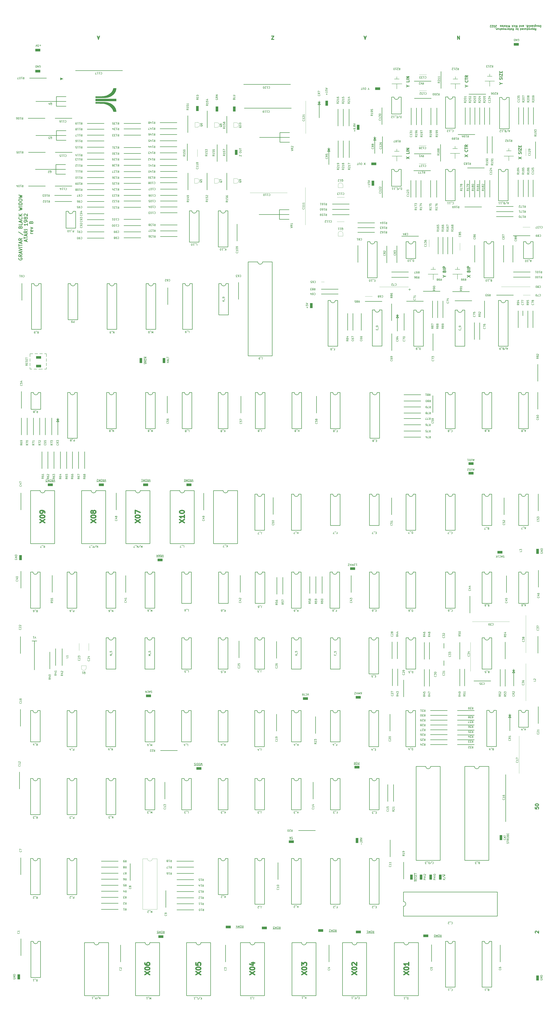
<source format=gbr>
%TF.GenerationSoftware,KiCad,Pcbnew,(6.0.1)*%
%TF.CreationDate,2022-02-09T00:16:26-07:00*%
%TF.ProjectId,atari_gravitar_black_widow,61746172-695f-4677-9261-76697461725f,rev?*%
%TF.SameCoordinates,Original*%
%TF.FileFunction,Legend,Top*%
%TF.FilePolarity,Positive*%
%FSLAX46Y46*%
G04 Gerber Fmt 4.6, Leading zero omitted, Abs format (unit mm)*
G04 Created by KiCad (PCBNEW (6.0.1)) date 2022-02-09 00:16:26*
%MOMM*%
%LPD*%
G01*
G04 APERTURE LIST*
%ADD10C,0.635000*%
%ADD11C,0.150000*%
%ADD12C,0.444500*%
%ADD13C,0.300000*%
%ADD14C,0.248000*%
%ADD15C,0.203200*%
%ADD16C,0.254000*%
%ADD17C,0.100000*%
%ADD18C,0.120000*%
%ADD19C,0.152400*%
%ADD20C,0.149860*%
G04 APERTURE END LIST*
D10*
X107829047Y-528537714D02*
X110369047Y-526844380D01*
X107829047Y-526844380D02*
X110369047Y-528537714D01*
X107829047Y-525392952D02*
X107829047Y-525151047D01*
X107950000Y-524909142D01*
X108070952Y-524788190D01*
X108312857Y-524667238D01*
X108796666Y-524546285D01*
X109401428Y-524546285D01*
X109885238Y-524667238D01*
X110127142Y-524788190D01*
X110248095Y-524909142D01*
X110369047Y-525151047D01*
X110369047Y-525392952D01*
X110248095Y-525634857D01*
X110127142Y-525755809D01*
X109885238Y-525876761D01*
X109401428Y-525997714D01*
X108796666Y-525997714D01*
X108312857Y-525876761D01*
X108070952Y-525755809D01*
X107950000Y-525634857D01*
X107829047Y-525392952D01*
X107829047Y-522369142D02*
X107829047Y-522852952D01*
X107950000Y-523094857D01*
X108070952Y-523215809D01*
X108433809Y-523457714D01*
X108917619Y-523578666D01*
X109885238Y-523578666D01*
X110127142Y-523457714D01*
X110248095Y-523336761D01*
X110369047Y-523094857D01*
X110369047Y-522611047D01*
X110248095Y-522369142D01*
X110127142Y-522248190D01*
X109885238Y-522127238D01*
X109280476Y-522127238D01*
X109038571Y-522248190D01*
X108917619Y-522369142D01*
X108796666Y-522611047D01*
X108796666Y-523094857D01*
X108917619Y-523336761D01*
X109038571Y-523457714D01*
X109280476Y-523578666D01*
D11*
X264453428Y-508703000D02*
X263453428Y-508703000D01*
X263643904Y-507420619D02*
X263977238Y-507896809D01*
X264215333Y-507420619D02*
X264215333Y-508420619D01*
X263834380Y-508420619D01*
X263739142Y-508373000D01*
X263691523Y-508325380D01*
X263643904Y-508230142D01*
X263643904Y-508087285D01*
X263691523Y-507992047D01*
X263739142Y-507944428D01*
X263834380Y-507896809D01*
X264215333Y-507896809D01*
X263453428Y-508703000D02*
X262405809Y-508703000D01*
X263024857Y-508420619D02*
X262834380Y-508420619D01*
X262739142Y-508373000D01*
X262643904Y-508277761D01*
X262596285Y-508087285D01*
X262596285Y-507753952D01*
X262643904Y-507563476D01*
X262739142Y-507468238D01*
X262834380Y-507420619D01*
X263024857Y-507420619D01*
X263120095Y-507468238D01*
X263215333Y-507563476D01*
X263262952Y-507753952D01*
X263262952Y-508087285D01*
X263215333Y-508277761D01*
X263120095Y-508373000D01*
X263024857Y-508420619D01*
X262405809Y-508703000D02*
X261262952Y-508703000D01*
X262167714Y-507420619D02*
X262167714Y-508420619D01*
X261834380Y-507706333D01*
X261501047Y-508420619D01*
X261501047Y-507420619D01*
X261262952Y-508703000D02*
X260310571Y-508703000D01*
X260834380Y-508420619D02*
X260739142Y-508420619D01*
X260643904Y-508373000D01*
X260596285Y-508325380D01*
X260548666Y-508230142D01*
X260501047Y-508039666D01*
X260501047Y-507801571D01*
X260548666Y-507611095D01*
X260596285Y-507515857D01*
X260643904Y-507468238D01*
X260739142Y-507420619D01*
X260834380Y-507420619D01*
X260929619Y-507468238D01*
X260977238Y-507515857D01*
X261024857Y-507611095D01*
X261072476Y-507801571D01*
X261072476Y-508039666D01*
X261024857Y-508230142D01*
X260977238Y-508325380D01*
X260929619Y-508373000D01*
X260834380Y-508420619D01*
X159932428Y-503877000D02*
X158932428Y-503877000D01*
X159122904Y-502594619D02*
X159456238Y-503070809D01*
X159694333Y-502594619D02*
X159694333Y-503594619D01*
X159313380Y-503594619D01*
X159218142Y-503547000D01*
X159170523Y-503499380D01*
X159122904Y-503404142D01*
X159122904Y-503261285D01*
X159170523Y-503166047D01*
X159218142Y-503118428D01*
X159313380Y-503070809D01*
X159694333Y-503070809D01*
X158932428Y-503877000D02*
X157884809Y-503877000D01*
X158503857Y-503594619D02*
X158313380Y-503594619D01*
X158218142Y-503547000D01*
X158122904Y-503451761D01*
X158075285Y-503261285D01*
X158075285Y-502927952D01*
X158122904Y-502737476D01*
X158218142Y-502642238D01*
X158313380Y-502594619D01*
X158503857Y-502594619D01*
X158599095Y-502642238D01*
X158694333Y-502737476D01*
X158741952Y-502927952D01*
X158741952Y-503261285D01*
X158694333Y-503451761D01*
X158599095Y-503547000D01*
X158503857Y-503594619D01*
X157884809Y-503877000D02*
X156741952Y-503877000D01*
X157646714Y-502594619D02*
X157646714Y-503594619D01*
X157313380Y-502880333D01*
X156980047Y-503594619D01*
X156980047Y-502594619D01*
X156741952Y-503877000D02*
X155789571Y-503877000D01*
X156075285Y-503261285D02*
X156075285Y-502594619D01*
X156313380Y-503642238D02*
X156551476Y-502927952D01*
X155932428Y-502927952D01*
X138302714Y-418279000D02*
X137159857Y-418279000D01*
X138159857Y-417996619D02*
X137921761Y-416996619D01*
X137731285Y-417710904D01*
X137540809Y-416996619D01*
X137302714Y-417996619D01*
X137159857Y-418279000D02*
X136159857Y-418279000D01*
X136921761Y-416996619D02*
X136921761Y-417996619D01*
X136683666Y-417996619D01*
X136540809Y-417949000D01*
X136445571Y-417853761D01*
X136397952Y-417758523D01*
X136350333Y-417568047D01*
X136350333Y-417425190D01*
X136397952Y-417234714D01*
X136445571Y-417139476D01*
X136540809Y-417044238D01*
X136683666Y-416996619D01*
X136921761Y-416996619D01*
X136159857Y-418279000D02*
X135159857Y-418279000D01*
X135921761Y-416996619D02*
X135921761Y-417996619D01*
X135683666Y-417996619D01*
X135540809Y-417949000D01*
X135445571Y-417853761D01*
X135397952Y-417758523D01*
X135350333Y-417568047D01*
X135350333Y-417425190D01*
X135397952Y-417234714D01*
X135445571Y-417139476D01*
X135540809Y-417044238D01*
X135683666Y-416996619D01*
X135921761Y-416996619D01*
X135159857Y-418279000D02*
X134683666Y-418279000D01*
X134921761Y-416996619D02*
X134921761Y-417996619D01*
X134683666Y-418279000D02*
X133731285Y-418279000D01*
X134493190Y-417044238D02*
X134350333Y-416996619D01*
X134112238Y-416996619D01*
X134017000Y-417044238D01*
X133969380Y-417091857D01*
X133921761Y-417187095D01*
X133921761Y-417282333D01*
X133969380Y-417377571D01*
X134017000Y-417425190D01*
X134112238Y-417472809D01*
X134302714Y-417520428D01*
X134397952Y-417568047D01*
X134445571Y-417615666D01*
X134493190Y-417710904D01*
X134493190Y-417806142D01*
X134445571Y-417901380D01*
X134397952Y-417949000D01*
X134302714Y-417996619D01*
X134064619Y-417996619D01*
X133921761Y-417949000D01*
X261183380Y-478512000D02*
X260183380Y-478512000D01*
X260183380Y-478131047D01*
X260231000Y-478035809D01*
X260278619Y-477988190D01*
X260373857Y-477940571D01*
X260516714Y-477940571D01*
X260611952Y-477988190D01*
X260659571Y-478035809D01*
X260707190Y-478131047D01*
X260707190Y-478512000D01*
X261183380Y-477512000D02*
X260183380Y-477512000D01*
X260659571Y-477512000D02*
X260659571Y-476940571D01*
X261183380Y-476940571D02*
X260183380Y-476940571D01*
X261183380Y-476464380D02*
X260183380Y-476464380D01*
X260183380Y-475797714D02*
X260183380Y-475702476D01*
X260231000Y-475607238D01*
X260278619Y-475559619D01*
X260373857Y-475512000D01*
X260564333Y-475464380D01*
X260802428Y-475464380D01*
X260992904Y-475512000D01*
X261088142Y-475559619D01*
X261135761Y-475607238D01*
X261183380Y-475702476D01*
X261183380Y-475797714D01*
X261135761Y-475892952D01*
X261088142Y-475940571D01*
X260992904Y-475988190D01*
X260802428Y-476035809D01*
X260564333Y-476035809D01*
X260373857Y-475988190D01*
X260278619Y-475940571D01*
X260231000Y-475892952D01*
X260183380Y-475797714D01*
D10*
X163201047Y-528537714D02*
X165741047Y-526844380D01*
X163201047Y-526844380D02*
X165741047Y-528537714D01*
X163201047Y-525392952D02*
X163201047Y-525151047D01*
X163322000Y-524909142D01*
X163442952Y-524788190D01*
X163684857Y-524667238D01*
X164168666Y-524546285D01*
X164773428Y-524546285D01*
X165257238Y-524667238D01*
X165499142Y-524788190D01*
X165620095Y-524909142D01*
X165741047Y-525151047D01*
X165741047Y-525392952D01*
X165620095Y-525634857D01*
X165499142Y-525755809D01*
X165257238Y-525876761D01*
X164773428Y-525997714D01*
X164168666Y-525997714D01*
X163684857Y-525876761D01*
X163442952Y-525755809D01*
X163322000Y-525634857D01*
X163201047Y-525392952D01*
X164047714Y-522369142D02*
X165741047Y-522369142D01*
X163080095Y-522973904D02*
X164894380Y-523578666D01*
X164894380Y-522006285D01*
D11*
X266263380Y-477924714D02*
X265787190Y-478258047D01*
X266263380Y-478496142D02*
X265263380Y-478496142D01*
X265263380Y-478115190D01*
X265311000Y-478019952D01*
X265358619Y-477972333D01*
X265453857Y-477924714D01*
X265596714Y-477924714D01*
X265691952Y-477972333D01*
X265739571Y-478019952D01*
X265787190Y-478115190D01*
X265787190Y-478496142D01*
X265215761Y-476781857D02*
X266501476Y-477639000D01*
X264981000Y-476686619D02*
X264981000Y-475543761D01*
X265263380Y-476543761D02*
X266263380Y-476305666D01*
X265549095Y-476115190D01*
X266263380Y-475924714D01*
X265263380Y-475686619D01*
X221725952Y-380658619D02*
X221916428Y-380658619D01*
X222011666Y-380611000D01*
X222059285Y-380563380D01*
X222154523Y-380420523D01*
X222202142Y-380230047D01*
X222202142Y-379849095D01*
X222154523Y-379753857D01*
X222106904Y-379706238D01*
X222011666Y-379658619D01*
X221821190Y-379658619D01*
X221725952Y-379706238D01*
X221678333Y-379753857D01*
X221630714Y-379849095D01*
X221630714Y-380087190D01*
X221678333Y-380182428D01*
X221725952Y-380230047D01*
X221821190Y-380277666D01*
X222011666Y-380277666D01*
X222106904Y-380230047D01*
X222154523Y-380182428D01*
X222202142Y-380087190D01*
X221202142Y-379658619D02*
X221202142Y-380658619D01*
X220868809Y-379944333D01*
X220535476Y-380658619D01*
X220535476Y-379658619D01*
X220059285Y-379658619D02*
X220059285Y-380658619D01*
X220059285Y-380182428D02*
X219487857Y-380182428D01*
X219487857Y-379658619D02*
X219487857Y-380658619D01*
X219106904Y-380658619D02*
X218440238Y-380658619D01*
X219106904Y-379658619D01*
X218440238Y-379658619D01*
X255976380Y-478512000D02*
X254976380Y-478512000D01*
X254976380Y-478131047D01*
X255024000Y-478035809D01*
X255071619Y-477988190D01*
X255166857Y-477940571D01*
X255309714Y-477940571D01*
X255404952Y-477988190D01*
X255452571Y-478035809D01*
X255500190Y-478131047D01*
X255500190Y-478512000D01*
X255976380Y-477512000D02*
X254976380Y-477512000D01*
X255452571Y-477512000D02*
X255452571Y-476940571D01*
X255976380Y-476940571D02*
X254976380Y-476940571D01*
X255976380Y-476464380D02*
X254976380Y-476464380D01*
X255071619Y-476035809D02*
X255024000Y-475988190D01*
X254976380Y-475892952D01*
X254976380Y-475654857D01*
X255024000Y-475559619D01*
X255071619Y-475512000D01*
X255166857Y-475464380D01*
X255262095Y-475464380D01*
X255404952Y-475512000D01*
X255976380Y-476083428D01*
X255976380Y-475464380D01*
X179490428Y-504512000D02*
X178490428Y-504512000D01*
X178680904Y-503229619D02*
X179014238Y-503705809D01*
X179252333Y-503229619D02*
X179252333Y-504229619D01*
X178871380Y-504229619D01*
X178776142Y-504182000D01*
X178728523Y-504134380D01*
X178680904Y-504039142D01*
X178680904Y-503896285D01*
X178728523Y-503801047D01*
X178776142Y-503753428D01*
X178871380Y-503705809D01*
X179252333Y-503705809D01*
X178490428Y-504512000D02*
X177442809Y-504512000D01*
X178061857Y-504229619D02*
X177871380Y-504229619D01*
X177776142Y-504182000D01*
X177680904Y-504086761D01*
X177633285Y-503896285D01*
X177633285Y-503562952D01*
X177680904Y-503372476D01*
X177776142Y-503277238D01*
X177871380Y-503229619D01*
X178061857Y-503229619D01*
X178157095Y-503277238D01*
X178252333Y-503372476D01*
X178299952Y-503562952D01*
X178299952Y-503896285D01*
X178252333Y-504086761D01*
X178157095Y-504182000D01*
X178061857Y-504229619D01*
X177442809Y-504512000D02*
X176299952Y-504512000D01*
X177204714Y-503229619D02*
X177204714Y-504229619D01*
X176871380Y-503515333D01*
X176538047Y-504229619D01*
X176538047Y-503229619D01*
X176299952Y-504512000D02*
X175347571Y-504512000D01*
X176157095Y-504229619D02*
X175538047Y-504229619D01*
X175871380Y-503848666D01*
X175728523Y-503848666D01*
X175633285Y-503801047D01*
X175585666Y-503753428D01*
X175538047Y-503658190D01*
X175538047Y-503420095D01*
X175585666Y-503324857D01*
X175633285Y-503277238D01*
X175728523Y-503229619D01*
X176014238Y-503229619D01*
X176109476Y-503277238D01*
X176157095Y-503324857D01*
X249995000Y-479400904D02*
X249995000Y-478400904D01*
X251277380Y-478591380D02*
X250801190Y-478924714D01*
X251277380Y-479162809D02*
X250277380Y-479162809D01*
X250277380Y-478781857D01*
X250325000Y-478686619D01*
X250372619Y-478639000D01*
X250467857Y-478591380D01*
X250610714Y-478591380D01*
X250705952Y-478639000D01*
X250753571Y-478686619D01*
X250801190Y-478781857D01*
X250801190Y-479162809D01*
X249995000Y-478400904D02*
X249995000Y-477496142D01*
X250753571Y-478162809D02*
X250753571Y-477829476D01*
X251277380Y-477686619D02*
X251277380Y-478162809D01*
X250277380Y-478162809D01*
X250277380Y-477686619D01*
X249995000Y-477496142D02*
X249995000Y-476543761D01*
X251229761Y-477305666D02*
X251277380Y-477162809D01*
X251277380Y-476924714D01*
X251229761Y-476829476D01*
X251182142Y-476781857D01*
X251086904Y-476734238D01*
X250991666Y-476734238D01*
X250896428Y-476781857D01*
X250848809Y-476829476D01*
X250801190Y-476924714D01*
X250753571Y-477115190D01*
X250705952Y-477210428D01*
X250658333Y-477258047D01*
X250563095Y-477305666D01*
X250467857Y-477305666D01*
X250372619Y-477258047D01*
X250325000Y-477210428D01*
X250277380Y-477115190D01*
X250277380Y-476877095D01*
X250325000Y-476734238D01*
X249995000Y-476543761D02*
X249995000Y-475639000D01*
X250753571Y-476305666D02*
X250753571Y-475972333D01*
X251277380Y-475829476D02*
X251277380Y-476305666D01*
X250277380Y-476305666D01*
X250277380Y-475829476D01*
X249995000Y-475639000D02*
X249995000Y-474877095D01*
X250277380Y-475543761D02*
X250277380Y-474972333D01*
X251277380Y-475258047D02*
X250277380Y-475258047D01*
D10*
X244481047Y-528537714D02*
X247021047Y-526844380D01*
X244481047Y-526844380D02*
X247021047Y-528537714D01*
X244481047Y-525392952D02*
X244481047Y-525151047D01*
X244602000Y-524909142D01*
X244722952Y-524788190D01*
X244964857Y-524667238D01*
X245448666Y-524546285D01*
X246053428Y-524546285D01*
X246537238Y-524667238D01*
X246779142Y-524788190D01*
X246900095Y-524909142D01*
X247021047Y-525151047D01*
X247021047Y-525392952D01*
X246900095Y-525634857D01*
X246779142Y-525755809D01*
X246537238Y-525876761D01*
X246053428Y-525997714D01*
X245448666Y-525997714D01*
X244964857Y-525876761D01*
X244722952Y-525755809D01*
X244602000Y-525634857D01*
X244481047Y-525392952D01*
X247021047Y-522127238D02*
X247021047Y-523578666D01*
X247021047Y-522852952D02*
X244481047Y-522852952D01*
X244843904Y-523094857D01*
X245085809Y-523336761D01*
X245206761Y-523578666D01*
X190633047Y-528537714D02*
X193173047Y-526844380D01*
X190633047Y-526844380D02*
X193173047Y-528537714D01*
X190633047Y-525392952D02*
X190633047Y-525151047D01*
X190754000Y-524909142D01*
X190874952Y-524788190D01*
X191116857Y-524667238D01*
X191600666Y-524546285D01*
X192205428Y-524546285D01*
X192689238Y-524667238D01*
X192931142Y-524788190D01*
X193052095Y-524909142D01*
X193173047Y-525151047D01*
X193173047Y-525392952D01*
X193052095Y-525634857D01*
X192931142Y-525755809D01*
X192689238Y-525876761D01*
X192205428Y-525997714D01*
X191600666Y-525997714D01*
X191116857Y-525876761D01*
X190874952Y-525755809D01*
X190754000Y-525634857D01*
X190633047Y-525392952D01*
X190633047Y-523699619D02*
X190633047Y-522127238D01*
X191600666Y-522973904D01*
X191600666Y-522611047D01*
X191721619Y-522369142D01*
X191842571Y-522248190D01*
X192084476Y-522127238D01*
X192689238Y-522127238D01*
X192931142Y-522248190D01*
X193052095Y-522369142D01*
X193173047Y-522611047D01*
X193173047Y-523336761D01*
X193052095Y-523578666D01*
X192931142Y-523699619D01*
D11*
X222067428Y-459977904D02*
X222067428Y-459216000D01*
X221543619Y-458787428D02*
X221496000Y-458739809D01*
X221448380Y-458644571D01*
X221448380Y-458406476D01*
X221496000Y-458311238D01*
X221543619Y-458263619D01*
X221638857Y-458216000D01*
X221734095Y-458216000D01*
X221876952Y-458263619D01*
X222448380Y-458835047D01*
X222448380Y-458216000D01*
X221876952Y-457644571D02*
X221829333Y-457739809D01*
X221781714Y-457787428D01*
X221686476Y-457835047D01*
X221638857Y-457835047D01*
X221543619Y-457787428D01*
X221496000Y-457739809D01*
X221448380Y-457644571D01*
X221448380Y-457454095D01*
X221496000Y-457358857D01*
X221543619Y-457311238D01*
X221638857Y-457263619D01*
X221686476Y-457263619D01*
X221781714Y-457311238D01*
X221829333Y-457358857D01*
X221876952Y-457454095D01*
X221876952Y-457644571D01*
X221924571Y-457739809D01*
X221972190Y-457787428D01*
X222067428Y-457835047D01*
X222257904Y-457835047D01*
X222353142Y-457787428D01*
X222400761Y-457739809D01*
X222448380Y-457644571D01*
X222448380Y-457454095D01*
X222400761Y-457358857D01*
X222353142Y-457311238D01*
X222257904Y-457263619D01*
X222067428Y-457263619D01*
X221972190Y-457311238D01*
X221924571Y-457358857D01*
X221876952Y-457454095D01*
X221448380Y-456977904D02*
X222448380Y-456644571D01*
X221448380Y-456311238D01*
X111545476Y-378944238D02*
X111402619Y-378896619D01*
X111164523Y-378896619D01*
X111069285Y-378944238D01*
X111021666Y-378991857D01*
X110974047Y-379087095D01*
X110974047Y-379182333D01*
X111021666Y-379277571D01*
X111069285Y-379325190D01*
X111164523Y-379372809D01*
X111355000Y-379420428D01*
X111450238Y-379468047D01*
X111497857Y-379515666D01*
X111545476Y-379610904D01*
X111545476Y-379706142D01*
X111497857Y-379801380D01*
X111450238Y-379849000D01*
X111355000Y-379896619D01*
X111116904Y-379896619D01*
X110974047Y-379849000D01*
X110593095Y-379182333D02*
X110116904Y-379182333D01*
X110688333Y-378896619D02*
X110355000Y-379896619D01*
X110021666Y-378896619D01*
X109688333Y-379420428D02*
X109355000Y-379420428D01*
X109212142Y-378896619D02*
X109688333Y-378896619D01*
X109688333Y-379896619D01*
X109212142Y-379896619D01*
X108783571Y-378896619D02*
X108783571Y-379896619D01*
X108212142Y-378896619D01*
X108212142Y-379896619D01*
X194246285Y-381293619D02*
X193912952Y-380293619D01*
X193579619Y-381293619D01*
X192674857Y-380388857D02*
X192722476Y-380341238D01*
X192865333Y-380293619D01*
X192960571Y-380293619D01*
X193103428Y-380341238D01*
X193198666Y-380436476D01*
X193246285Y-380531714D01*
X193293904Y-380722190D01*
X193293904Y-380865047D01*
X193246285Y-381055523D01*
X193198666Y-381150761D01*
X193103428Y-381246000D01*
X192960571Y-381293619D01*
X192865333Y-381293619D01*
X192722476Y-381246000D01*
X192674857Y-381198380D01*
X192389142Y-381293619D02*
X191817714Y-381293619D01*
X192103428Y-380293619D02*
X192103428Y-381293619D01*
X190912952Y-380293619D02*
X191246285Y-380769809D01*
X191484380Y-380293619D02*
X191484380Y-381293619D01*
X191103428Y-381293619D01*
X191008190Y-381246000D01*
X190960571Y-381198380D01*
X190912952Y-381103142D01*
X190912952Y-380960285D01*
X190960571Y-380865047D01*
X191008190Y-380817428D01*
X191103428Y-380769809D01*
X191484380Y-380769809D01*
X118276428Y-506798000D02*
X117276428Y-506798000D01*
X117466904Y-505515619D02*
X117800238Y-505991809D01*
X118038333Y-505515619D02*
X118038333Y-506515619D01*
X117657380Y-506515619D01*
X117562142Y-506468000D01*
X117514523Y-506420380D01*
X117466904Y-506325142D01*
X117466904Y-506182285D01*
X117514523Y-506087047D01*
X117562142Y-506039428D01*
X117657380Y-505991809D01*
X118038333Y-505991809D01*
X117276428Y-506798000D02*
X116228809Y-506798000D01*
X116847857Y-506515619D02*
X116657380Y-506515619D01*
X116562142Y-506468000D01*
X116466904Y-506372761D01*
X116419285Y-506182285D01*
X116419285Y-505848952D01*
X116466904Y-505658476D01*
X116562142Y-505563238D01*
X116657380Y-505515619D01*
X116847857Y-505515619D01*
X116943095Y-505563238D01*
X117038333Y-505658476D01*
X117085952Y-505848952D01*
X117085952Y-506182285D01*
X117038333Y-506372761D01*
X116943095Y-506468000D01*
X116847857Y-506515619D01*
X116228809Y-506798000D02*
X115085952Y-506798000D01*
X115990714Y-505515619D02*
X115990714Y-506515619D01*
X115657380Y-505801333D01*
X115324047Y-506515619D01*
X115324047Y-505515619D01*
X115085952Y-506798000D02*
X114133571Y-506798000D01*
X114371666Y-506515619D02*
X114847857Y-506515619D01*
X114895476Y-506039428D01*
X114847857Y-506087047D01*
X114752619Y-506134666D01*
X114514523Y-506134666D01*
X114419285Y-506087047D01*
X114371666Y-506039428D01*
X114324047Y-505944190D01*
X114324047Y-505706095D01*
X114371666Y-505610857D01*
X114419285Y-505563238D01*
X114514523Y-505515619D01*
X114752619Y-505515619D01*
X114847857Y-505563238D01*
X114895476Y-505610857D01*
X221106809Y-417771000D02*
X220106809Y-417771000D01*
X220868714Y-416488619D02*
X220868714Y-417488619D01*
X220487761Y-417488619D01*
X220392523Y-417441000D01*
X220344904Y-417393380D01*
X220297285Y-417298142D01*
X220297285Y-417155285D01*
X220344904Y-417060047D01*
X220392523Y-417012428D01*
X220487761Y-416964809D01*
X220868714Y-416964809D01*
X220106809Y-417771000D02*
X219059190Y-417771000D01*
X219678238Y-417488619D02*
X219487761Y-417488619D01*
X219392523Y-417441000D01*
X219297285Y-417345761D01*
X219249666Y-417155285D01*
X219249666Y-416821952D01*
X219297285Y-416631476D01*
X219392523Y-416536238D01*
X219487761Y-416488619D01*
X219678238Y-416488619D01*
X219773476Y-416536238D01*
X219868714Y-416631476D01*
X219916333Y-416821952D01*
X219916333Y-417155285D01*
X219868714Y-417345761D01*
X219773476Y-417441000D01*
X219678238Y-417488619D01*
X219059190Y-417771000D02*
X218059190Y-417771000D01*
X218249666Y-416488619D02*
X218583000Y-416964809D01*
X218821095Y-416488619D02*
X218821095Y-417488619D01*
X218440142Y-417488619D01*
X218344904Y-417441000D01*
X218297285Y-417393380D01*
X218249666Y-417298142D01*
X218249666Y-417155285D01*
X218297285Y-417060047D01*
X218344904Y-417012428D01*
X218440142Y-416964809D01*
X218821095Y-416964809D01*
X228893428Y-506671000D02*
X227893428Y-506671000D01*
X228083904Y-505388619D02*
X228417238Y-505864809D01*
X228655333Y-505388619D02*
X228655333Y-506388619D01*
X228274380Y-506388619D01*
X228179142Y-506341000D01*
X228131523Y-506293380D01*
X228083904Y-506198142D01*
X228083904Y-506055285D01*
X228131523Y-505960047D01*
X228179142Y-505912428D01*
X228274380Y-505864809D01*
X228655333Y-505864809D01*
X227893428Y-506671000D02*
X226845809Y-506671000D01*
X227464857Y-506388619D02*
X227274380Y-506388619D01*
X227179142Y-506341000D01*
X227083904Y-506245761D01*
X227036285Y-506055285D01*
X227036285Y-505721952D01*
X227083904Y-505531476D01*
X227179142Y-505436238D01*
X227274380Y-505388619D01*
X227464857Y-505388619D01*
X227560095Y-505436238D01*
X227655333Y-505531476D01*
X227702952Y-505721952D01*
X227702952Y-506055285D01*
X227655333Y-506245761D01*
X227560095Y-506341000D01*
X227464857Y-506388619D01*
X226845809Y-506671000D02*
X225702952Y-506671000D01*
X226607714Y-505388619D02*
X226607714Y-506388619D01*
X226274380Y-505674333D01*
X225941047Y-506388619D01*
X225941047Y-505388619D01*
X225702952Y-506671000D02*
X224750571Y-506671000D01*
X224941047Y-505388619D02*
X225512476Y-505388619D01*
X225226761Y-505388619D02*
X225226761Y-506388619D01*
X225322000Y-506245761D01*
X225417238Y-506150523D01*
X225512476Y-506102904D01*
D10*
X217049047Y-528537714D02*
X219589047Y-526844380D01*
X217049047Y-526844380D02*
X219589047Y-528537714D01*
X217049047Y-525392952D02*
X217049047Y-525151047D01*
X217170000Y-524909142D01*
X217290952Y-524788190D01*
X217532857Y-524667238D01*
X218016666Y-524546285D01*
X218621428Y-524546285D01*
X219105238Y-524667238D01*
X219347142Y-524788190D01*
X219468095Y-524909142D01*
X219589047Y-525151047D01*
X219589047Y-525392952D01*
X219468095Y-525634857D01*
X219347142Y-525755809D01*
X219105238Y-525876761D01*
X218621428Y-525997714D01*
X218016666Y-525997714D01*
X217532857Y-525876761D01*
X217290952Y-525755809D01*
X217170000Y-525634857D01*
X217049047Y-525392952D01*
X217290952Y-523578666D02*
X217170000Y-523457714D01*
X217049047Y-523215809D01*
X217049047Y-522611047D01*
X217170000Y-522369142D01*
X217290952Y-522248190D01*
X217532857Y-522127238D01*
X217774761Y-522127238D01*
X218137619Y-522248190D01*
X219589047Y-523699619D01*
X219589047Y-522127238D01*
D11*
X209081428Y-506036000D02*
X208081428Y-506036000D01*
X208271904Y-504753619D02*
X208605238Y-505229809D01*
X208843333Y-504753619D02*
X208843333Y-505753619D01*
X208462380Y-505753619D01*
X208367142Y-505706000D01*
X208319523Y-505658380D01*
X208271904Y-505563142D01*
X208271904Y-505420285D01*
X208319523Y-505325047D01*
X208367142Y-505277428D01*
X208462380Y-505229809D01*
X208843333Y-505229809D01*
X208081428Y-506036000D02*
X207033809Y-506036000D01*
X207652857Y-505753619D02*
X207462380Y-505753619D01*
X207367142Y-505706000D01*
X207271904Y-505610761D01*
X207224285Y-505420285D01*
X207224285Y-505086952D01*
X207271904Y-504896476D01*
X207367142Y-504801238D01*
X207462380Y-504753619D01*
X207652857Y-504753619D01*
X207748095Y-504801238D01*
X207843333Y-504896476D01*
X207890952Y-505086952D01*
X207890952Y-505420285D01*
X207843333Y-505610761D01*
X207748095Y-505706000D01*
X207652857Y-505753619D01*
X207033809Y-506036000D02*
X205890952Y-506036000D01*
X206795714Y-504753619D02*
X206795714Y-505753619D01*
X206462380Y-505039333D01*
X206129047Y-505753619D01*
X206129047Y-504753619D01*
X205890952Y-506036000D02*
X204938571Y-506036000D01*
X205700476Y-505658380D02*
X205652857Y-505706000D01*
X205557619Y-505753619D01*
X205319523Y-505753619D01*
X205224285Y-505706000D01*
X205176666Y-505658380D01*
X205129047Y-505563142D01*
X205129047Y-505467904D01*
X205176666Y-505325047D01*
X205748095Y-504753619D01*
X205129047Y-504753619D01*
X185943761Y-457141000D02*
X184991380Y-457141000D01*
X185753285Y-455906238D02*
X185610428Y-455858619D01*
X185372333Y-455858619D01*
X185277095Y-455906238D01*
X185229476Y-455953857D01*
X185181857Y-456049095D01*
X185181857Y-456144333D01*
X185229476Y-456239571D01*
X185277095Y-456287190D01*
X185372333Y-456334809D01*
X185562809Y-456382428D01*
X185658047Y-456430047D01*
X185705666Y-456477666D01*
X185753285Y-456572904D01*
X185753285Y-456668142D01*
X185705666Y-456763380D01*
X185658047Y-456811000D01*
X185562809Y-456858619D01*
X185324714Y-456858619D01*
X185181857Y-456811000D01*
X184991380Y-457141000D02*
X184134238Y-457141000D01*
X184800904Y-456144333D02*
X184324714Y-456144333D01*
X184896142Y-455858619D02*
X184562809Y-456858619D01*
X184229476Y-455858619D01*
D10*
X134753047Y-528537714D02*
X137293047Y-526844380D01*
X134753047Y-526844380D02*
X137293047Y-528537714D01*
X134753047Y-525392952D02*
X134753047Y-525151047D01*
X134874000Y-524909142D01*
X134994952Y-524788190D01*
X135236857Y-524667238D01*
X135720666Y-524546285D01*
X136325428Y-524546285D01*
X136809238Y-524667238D01*
X137051142Y-524788190D01*
X137172095Y-524909142D01*
X137293047Y-525151047D01*
X137293047Y-525392952D01*
X137172095Y-525634857D01*
X137051142Y-525755809D01*
X136809238Y-525876761D01*
X136325428Y-525997714D01*
X135720666Y-525997714D01*
X135236857Y-525876761D01*
X134994952Y-525755809D01*
X134874000Y-525634857D01*
X134753047Y-525392952D01*
X134753047Y-522248190D02*
X134753047Y-523457714D01*
X135962571Y-523578666D01*
X135841619Y-523457714D01*
X135720666Y-523215809D01*
X135720666Y-522611047D01*
X135841619Y-522369142D01*
X135962571Y-522248190D01*
X136204476Y-522127238D01*
X136809238Y-522127238D01*
X137051142Y-522248190D01*
X137172095Y-522369142D01*
X137293047Y-522611047D01*
X137293047Y-523215809D01*
X137172095Y-523457714D01*
X137051142Y-523578666D01*
D11*
X219185904Y-311967619D02*
X219757333Y-311967619D01*
X219471619Y-311967619D02*
X219471619Y-312967619D01*
X219566857Y-312824761D01*
X219662095Y-312729523D01*
X219757333Y-312681904D01*
X218804952Y-312872380D02*
X218757333Y-312920000D01*
X218662095Y-312967619D01*
X218424000Y-312967619D01*
X218328761Y-312920000D01*
X218281142Y-312872380D01*
X218233523Y-312777142D01*
X218233523Y-312681904D01*
X218281142Y-312539047D01*
X218852571Y-311967619D01*
X218233523Y-311967619D01*
X217804952Y-311967619D02*
X217804952Y-312967619D01*
X217471619Y-312253333D01*
X217138285Y-312967619D01*
X217138285Y-311967619D01*
X216662095Y-311967619D02*
X216662095Y-312967619D01*
X216662095Y-312491428D02*
X216090666Y-312491428D01*
X216090666Y-311967619D02*
X216090666Y-312967619D01*
X215709714Y-312967619D02*
X215043047Y-312967619D01*
X215709714Y-311967619D01*
X215043047Y-311967619D01*
D12*
X313901666Y-506476000D02*
X313817000Y-506391333D01*
X313732333Y-506222000D01*
X313732333Y-505798666D01*
X313817000Y-505629333D01*
X313901666Y-505544666D01*
X314071000Y-505460000D01*
X314240333Y-505460000D01*
X314494333Y-505544666D01*
X315510333Y-506560666D01*
X315510333Y-505460000D01*
X313732333Y-440224333D02*
X313732333Y-441071000D01*
X314579000Y-441155666D01*
X314494333Y-441071000D01*
X314409666Y-440901666D01*
X314409666Y-440478333D01*
X314494333Y-440309000D01*
X314579000Y-440224333D01*
X314748333Y-440139666D01*
X315171666Y-440139666D01*
X315341000Y-440224333D01*
X315425666Y-440309000D01*
X315510333Y-440478333D01*
X315510333Y-440901666D01*
X315425666Y-441071000D01*
X315341000Y-441155666D01*
X313732333Y-439039000D02*
X313732333Y-438869666D01*
X313817000Y-438700333D01*
X313901666Y-438615666D01*
X314071000Y-438531000D01*
X314409666Y-438446333D01*
X314833000Y-438446333D01*
X315171666Y-438531000D01*
X315341000Y-438615666D01*
X315425666Y-438700333D01*
X315510333Y-438869666D01*
X315510333Y-439039000D01*
X315425666Y-439208333D01*
X315341000Y-439293000D01*
X315171666Y-439377666D01*
X314833000Y-439462333D01*
X314409666Y-439462333D01*
X314071000Y-439377666D01*
X313901666Y-439293000D01*
X313817000Y-439208333D01*
X313732333Y-439039000D01*
D11*
X55880000Y-201168000D02*
X55880000Y-202692000D01*
X47244000Y-209296000D02*
X48260000Y-209296000D01*
X257302000Y-159258000D02*
X262509000Y-159258000D01*
X55880000Y-205994000D02*
X55880000Y-207518000D01*
X54864000Y-201168000D02*
X55880000Y-201168000D01*
X302387000Y-97028000D02*
X297307000Y-97028000D01*
X289814000Y-57531000D02*
X289814000Y-60198000D01*
X55880000Y-209296000D02*
X54864000Y-209296000D01*
X259969000Y-162179000D02*
X259969000Y-159258000D01*
X274066000Y-95631000D02*
X268986000Y-95631000D01*
X275336000Y-159258000D02*
X270256000Y-159258000D01*
X47244000Y-207518000D02*
X47244000Y-205994000D01*
X299847000Y-99441000D02*
X299847000Y-97028000D01*
X55880000Y-208280000D02*
X55880000Y-209296000D01*
X49784000Y-201168000D02*
X51308000Y-201168000D01*
X49276000Y-209296000D02*
X50800000Y-209296000D01*
X292354000Y-57531000D02*
X287274000Y-57531000D01*
X47244000Y-201168000D02*
X48260000Y-201168000D01*
X272796000Y-161925000D02*
X272796000Y-159258000D01*
X240792000Y-99695000D02*
X240792000Y-97028000D01*
X243459000Y-58928000D02*
X238125000Y-58928000D01*
X48260000Y-201168000D02*
X48768000Y-201168000D01*
X274193000Y-58928000D02*
X269113000Y-58928000D01*
X271653000Y-61595000D02*
X271653000Y-58928000D01*
X243459000Y-97028000D02*
X238252000Y-97028000D01*
X52324000Y-201168000D02*
X53848000Y-201168000D01*
X47244000Y-209296000D02*
X47244000Y-208280000D01*
X55880000Y-203708000D02*
X55880000Y-205232000D01*
X271526000Y-98298000D02*
X271526000Y-95631000D01*
X47244000Y-205232000D02*
X47244000Y-203708000D01*
X240792000Y-61595000D02*
X240792000Y-58928000D01*
X47244000Y-202692000D02*
X47244000Y-201168000D01*
X51816000Y-209296000D02*
X53848000Y-209296000D01*
X120467380Y-205970000D02*
X119467380Y-205970000D01*
X119943571Y-205970000D02*
X119943571Y-205398571D01*
X120467380Y-205398571D02*
X119467380Y-205398571D01*
X120181666Y-204970000D02*
X120181666Y-204493809D01*
X120467380Y-205065238D02*
X119467380Y-204731904D01*
X120467380Y-204398571D01*
X120467380Y-203589047D02*
X120467380Y-204065238D01*
X119467380Y-204065238D01*
X119467380Y-203398571D02*
X119467380Y-202827142D01*
X120467380Y-203112857D02*
X119467380Y-203112857D01*
X203779428Y-64753904D02*
X203779428Y-63992000D01*
X204160380Y-64372952D02*
X203398476Y-64372952D01*
X204160380Y-62992000D02*
X204160380Y-63563428D01*
X204160380Y-63277714D02*
X203160380Y-63277714D01*
X203303238Y-63372952D01*
X203398476Y-63468190D01*
X203446095Y-63563428D01*
X203160380Y-62087238D02*
X203160380Y-62563428D01*
X203636571Y-62611047D01*
X203588952Y-62563428D01*
X203541333Y-62468190D01*
X203541333Y-62230095D01*
X203588952Y-62134857D01*
X203636571Y-62087238D01*
X203731809Y-62039619D01*
X203969904Y-62039619D01*
X204065142Y-62087238D01*
X204112761Y-62134857D01*
X204160380Y-62230095D01*
X204160380Y-62468190D01*
X204112761Y-62563428D01*
X204065142Y-62611047D01*
X203160380Y-61753904D02*
X204160380Y-61420571D01*
X203160380Y-61087238D01*
X45918380Y-206811380D02*
X45442190Y-207144714D01*
X45918380Y-207382809D02*
X44918380Y-207382809D01*
X44918380Y-207001857D01*
X44966000Y-206906619D01*
X45013619Y-206859000D01*
X45108857Y-206811380D01*
X45251714Y-206811380D01*
X45346952Y-206859000D01*
X45394571Y-206906619D01*
X45442190Y-207001857D01*
X45442190Y-207382809D01*
X45394571Y-206382809D02*
X45394571Y-206049476D01*
X45918380Y-205906619D02*
X45918380Y-206382809D01*
X44918380Y-206382809D01*
X44918380Y-205906619D01*
X45870761Y-205525666D02*
X45918380Y-205382809D01*
X45918380Y-205144714D01*
X45870761Y-205049476D01*
X45823142Y-205001857D01*
X45727904Y-204954238D01*
X45632666Y-204954238D01*
X45537428Y-205001857D01*
X45489809Y-205049476D01*
X45442190Y-205144714D01*
X45394571Y-205335190D01*
X45346952Y-205430428D01*
X45299333Y-205478047D01*
X45204095Y-205525666D01*
X45108857Y-205525666D01*
X45013619Y-205478047D01*
X44966000Y-205430428D01*
X44918380Y-205335190D01*
X44918380Y-205097095D01*
X44966000Y-204954238D01*
X45394571Y-204525666D02*
X45394571Y-204192333D01*
X45918380Y-204049476D02*
X45918380Y-204525666D01*
X44918380Y-204525666D01*
X44918380Y-204049476D01*
X44918380Y-203763761D02*
X44918380Y-203192333D01*
X45918380Y-203478047D02*
X44918380Y-203478047D01*
D13*
X276673571Y-97376857D02*
X278173571Y-96376857D01*
X276673571Y-96376857D02*
X278173571Y-97376857D01*
X278030714Y-93805428D02*
X278102142Y-93876857D01*
X278173571Y-94091142D01*
X278173571Y-94234000D01*
X278102142Y-94448285D01*
X277959285Y-94591142D01*
X277816428Y-94662571D01*
X277530714Y-94734000D01*
X277316428Y-94734000D01*
X277030714Y-94662571D01*
X276887857Y-94591142D01*
X276745000Y-94448285D01*
X276673571Y-94234000D01*
X276673571Y-94091142D01*
X276745000Y-93876857D01*
X276816428Y-93805428D01*
X276673571Y-93376857D02*
X276673571Y-92519714D01*
X278173571Y-92948285D02*
X276673571Y-92948285D01*
X278173571Y-91162571D02*
X277459285Y-91662571D01*
X278173571Y-92019714D02*
X276673571Y-92019714D01*
X276673571Y-91448285D01*
X276745000Y-91305428D01*
X276816428Y-91234000D01*
X276959285Y-91162571D01*
X277173571Y-91162571D01*
X277316428Y-91234000D01*
X277387857Y-91305428D01*
X277459285Y-91448285D01*
X277459285Y-92019714D01*
D11*
X225837523Y-61491809D02*
X225837523Y-61015619D01*
X226170857Y-62015619D02*
X225837523Y-61491809D01*
X225504190Y-62015619D01*
X224218476Y-62015619D02*
X224028000Y-62015619D01*
X223932761Y-61968000D01*
X223837523Y-61872761D01*
X223789904Y-61682285D01*
X223789904Y-61348952D01*
X223837523Y-61158476D01*
X223932761Y-61063238D01*
X224028000Y-61015619D01*
X224218476Y-61015619D01*
X224313714Y-61063238D01*
X224408952Y-61158476D01*
X224456571Y-61348952D01*
X224456571Y-61682285D01*
X224408952Y-61872761D01*
X224313714Y-61968000D01*
X224218476Y-62015619D01*
X223361333Y-62015619D02*
X223361333Y-61206095D01*
X223313714Y-61110857D01*
X223266095Y-61063238D01*
X223170857Y-61015619D01*
X222980380Y-61015619D01*
X222885142Y-61063238D01*
X222837523Y-61110857D01*
X222789904Y-61206095D01*
X222789904Y-62015619D01*
X222456571Y-62015619D02*
X221885142Y-62015619D01*
X222170857Y-61015619D02*
X222170857Y-62015619D01*
X226131428Y-113521904D02*
X226131428Y-112760000D01*
X226512380Y-111760000D02*
X226512380Y-112331428D01*
X226512380Y-112045714D02*
X225512380Y-112045714D01*
X225655238Y-112140952D01*
X225750476Y-112236190D01*
X225798095Y-112331428D01*
X225512380Y-110855238D02*
X225512380Y-111331428D01*
X225988571Y-111379047D01*
X225940952Y-111331428D01*
X225893333Y-111236190D01*
X225893333Y-110998095D01*
X225940952Y-110902857D01*
X225988571Y-110855238D01*
X226083809Y-110807619D01*
X226321904Y-110807619D01*
X226417142Y-110855238D01*
X226464761Y-110902857D01*
X226512380Y-110998095D01*
X226512380Y-111236190D01*
X226464761Y-111331428D01*
X226417142Y-111379047D01*
X225512380Y-110521904D02*
X226512380Y-110188571D01*
X225512380Y-109855238D01*
X157694380Y-97138857D02*
X157694380Y-96472190D01*
X158694380Y-97138857D01*
X158694380Y-96472190D01*
X157694380Y-95138857D02*
X157694380Y-94948380D01*
X157742000Y-94853142D01*
X157837238Y-94757904D01*
X158027714Y-94710285D01*
X158361047Y-94710285D01*
X158551523Y-94757904D01*
X158646761Y-94853142D01*
X158694380Y-94948380D01*
X158694380Y-95138857D01*
X158646761Y-95234095D01*
X158551523Y-95329333D01*
X158361047Y-95376952D01*
X158027714Y-95376952D01*
X157837238Y-95329333D01*
X157742000Y-95234095D01*
X157694380Y-95138857D01*
X157694380Y-94281714D02*
X158503904Y-94281714D01*
X158599142Y-94234095D01*
X158646761Y-94186476D01*
X158694380Y-94091238D01*
X158694380Y-93900761D01*
X158646761Y-93805523D01*
X158599142Y-93757904D01*
X158503904Y-93710285D01*
X157694380Y-93710285D01*
X157694380Y-93376952D02*
X157694380Y-92805523D01*
X158694380Y-93091238D02*
X157694380Y-93091238D01*
D10*
X79381047Y-290285714D02*
X81921047Y-288592380D01*
X79381047Y-288592380D02*
X81921047Y-290285714D01*
X79381047Y-287140952D02*
X79381047Y-286899047D01*
X79502000Y-286657142D01*
X79622952Y-286536190D01*
X79864857Y-286415238D01*
X80348666Y-286294285D01*
X80953428Y-286294285D01*
X81437238Y-286415238D01*
X81679142Y-286536190D01*
X81800095Y-286657142D01*
X81921047Y-286899047D01*
X81921047Y-287140952D01*
X81800095Y-287382857D01*
X81679142Y-287503809D01*
X81437238Y-287624761D01*
X80953428Y-287745714D01*
X80348666Y-287745714D01*
X79864857Y-287624761D01*
X79622952Y-287503809D01*
X79502000Y-287382857D01*
X79381047Y-287140952D01*
X80469619Y-284842857D02*
X80348666Y-285084761D01*
X80227714Y-285205714D01*
X79985809Y-285326666D01*
X79864857Y-285326666D01*
X79622952Y-285205714D01*
X79502000Y-285084761D01*
X79381047Y-284842857D01*
X79381047Y-284359047D01*
X79502000Y-284117142D01*
X79622952Y-283996190D01*
X79864857Y-283875238D01*
X79985809Y-283875238D01*
X80227714Y-283996190D01*
X80348666Y-284117142D01*
X80469619Y-284359047D01*
X80469619Y-284842857D01*
X80590571Y-285084761D01*
X80711523Y-285205714D01*
X80953428Y-285326666D01*
X81437238Y-285326666D01*
X81679142Y-285205714D01*
X81800095Y-285084761D01*
X81921047Y-284842857D01*
X81921047Y-284359047D01*
X81800095Y-284117142D01*
X81679142Y-283996190D01*
X81437238Y-283875238D01*
X80953428Y-283875238D01*
X80711523Y-283996190D01*
X80590571Y-284117142D01*
X80469619Y-284359047D01*
D11*
X316746000Y-305942904D02*
X316698380Y-306038142D01*
X316698380Y-306181000D01*
X316746000Y-306323857D01*
X316841238Y-306419095D01*
X316936476Y-306466714D01*
X317126952Y-306514333D01*
X317269809Y-306514333D01*
X317460285Y-306466714D01*
X317555523Y-306419095D01*
X317650761Y-306323857D01*
X317698380Y-306181000D01*
X317698380Y-306085761D01*
X317650761Y-305942904D01*
X317603142Y-305895285D01*
X317269809Y-305895285D01*
X317269809Y-306085761D01*
X317698380Y-305466714D02*
X316698380Y-305466714D01*
X317698380Y-304895285D01*
X316698380Y-304895285D01*
X317698380Y-304419095D02*
X316698380Y-304419095D01*
X316698380Y-304181000D01*
X316746000Y-304038142D01*
X316841238Y-303942904D01*
X316936476Y-303895285D01*
X317126952Y-303847666D01*
X317269809Y-303847666D01*
X317460285Y-303895285D01*
X317555523Y-303942904D01*
X317650761Y-304038142D01*
X317698380Y-304181000D01*
X317698380Y-304419095D01*
X281519095Y-262088333D02*
X281042904Y-262088333D01*
X281614333Y-261802619D02*
X281281000Y-262802619D01*
X280947666Y-261802619D01*
X280614333Y-262802619D02*
X280614333Y-261993095D01*
X280566714Y-261897857D01*
X280519095Y-261850238D01*
X280423857Y-261802619D01*
X280233380Y-261802619D01*
X280138142Y-261850238D01*
X280090523Y-261897857D01*
X280042904Y-261993095D01*
X280042904Y-262802619D01*
X279566714Y-261802619D02*
X279566714Y-262802619D01*
X279328619Y-262802619D01*
X279185761Y-262755000D01*
X279090523Y-262659761D01*
X279042904Y-262564523D01*
X278995285Y-262374047D01*
X278995285Y-262231190D01*
X279042904Y-262040714D01*
X279090523Y-261945476D01*
X279185761Y-261850238D01*
X279328619Y-261802619D01*
X279566714Y-261802619D01*
X278614333Y-262707380D02*
X278566714Y-262755000D01*
X278471476Y-262802619D01*
X278233380Y-262802619D01*
X278138142Y-262755000D01*
X278090523Y-262707380D01*
X278042904Y-262612142D01*
X278042904Y-262516904D01*
X278090523Y-262374047D01*
X278661952Y-261802619D01*
X278042904Y-261802619D01*
X110831000Y-268673000D02*
X109973857Y-268673000D01*
X110735761Y-268390619D02*
X110402428Y-267390619D01*
X110069095Y-268390619D01*
X109973857Y-268673000D02*
X108973857Y-268673000D01*
X109164333Y-267390619D02*
X109497666Y-267866809D01*
X109735761Y-267390619D02*
X109735761Y-268390619D01*
X109354809Y-268390619D01*
X109259571Y-268343000D01*
X109211952Y-268295380D01*
X109164333Y-268200142D01*
X109164333Y-268057285D01*
X109211952Y-267962047D01*
X109259571Y-267914428D01*
X109354809Y-267866809D01*
X109735761Y-267866809D01*
X108973857Y-268673000D02*
X107926238Y-268673000D01*
X108545285Y-268390619D02*
X108354809Y-268390619D01*
X108259571Y-268343000D01*
X108164333Y-268247761D01*
X108116714Y-268057285D01*
X108116714Y-267723952D01*
X108164333Y-267533476D01*
X108259571Y-267438238D01*
X108354809Y-267390619D01*
X108545285Y-267390619D01*
X108640523Y-267438238D01*
X108735761Y-267533476D01*
X108783380Y-267723952D01*
X108783380Y-268057285D01*
X108735761Y-268247761D01*
X108640523Y-268343000D01*
X108545285Y-268390619D01*
X107926238Y-268673000D02*
X106783380Y-268673000D01*
X107688142Y-267390619D02*
X107688142Y-268390619D01*
X107354809Y-267676333D01*
X107021476Y-268390619D01*
X107021476Y-267390619D01*
X106783380Y-268673000D02*
X105831000Y-268673000D01*
X106021476Y-267390619D02*
X106592904Y-267390619D01*
X106307190Y-267390619D02*
X106307190Y-268390619D01*
X106402428Y-268247761D01*
X106497666Y-268152523D01*
X106592904Y-268104904D01*
X52974714Y-38663571D02*
X52212809Y-38663571D01*
X52593761Y-38282619D02*
X52593761Y-39044523D01*
X51260428Y-39282619D02*
X51736619Y-39282619D01*
X51784238Y-38806428D01*
X51736619Y-38854047D01*
X51641380Y-38901666D01*
X51403285Y-38901666D01*
X51308047Y-38854047D01*
X51260428Y-38806428D01*
X51212809Y-38711190D01*
X51212809Y-38473095D01*
X51260428Y-38377857D01*
X51308047Y-38330238D01*
X51403285Y-38282619D01*
X51641380Y-38282619D01*
X51736619Y-38330238D01*
X51784238Y-38377857D01*
X50927095Y-39282619D02*
X50593761Y-38282619D01*
X50260428Y-39282619D01*
X281519095Y-257008333D02*
X281042904Y-257008333D01*
X281614333Y-256722619D02*
X281281000Y-257722619D01*
X280947666Y-256722619D01*
X280614333Y-257722619D02*
X280614333Y-256913095D01*
X280566714Y-256817857D01*
X280519095Y-256770238D01*
X280423857Y-256722619D01*
X280233380Y-256722619D01*
X280138142Y-256770238D01*
X280090523Y-256817857D01*
X280042904Y-256913095D01*
X280042904Y-257722619D01*
X279566714Y-256722619D02*
X279566714Y-257722619D01*
X279328619Y-257722619D01*
X279185761Y-257675000D01*
X279090523Y-257579761D01*
X279042904Y-257484523D01*
X278995285Y-257294047D01*
X278995285Y-257151190D01*
X279042904Y-256960714D01*
X279090523Y-256865476D01*
X279185761Y-256770238D01*
X279328619Y-256722619D01*
X279566714Y-256722619D01*
X278042904Y-256722619D02*
X278614333Y-256722619D01*
X278328619Y-256722619D02*
X278328619Y-257722619D01*
X278423857Y-257579761D01*
X278519095Y-257484523D01*
X278614333Y-257436904D01*
X297394047Y-307697238D02*
X297251190Y-307649619D01*
X297013095Y-307649619D01*
X296917857Y-307697238D01*
X296870238Y-307744857D01*
X296822619Y-307840095D01*
X296822619Y-307935333D01*
X296870238Y-308030571D01*
X296917857Y-308078190D01*
X297013095Y-308125809D01*
X297203571Y-308173428D01*
X297298809Y-308221047D01*
X297346428Y-308268666D01*
X297394047Y-308363904D01*
X297394047Y-308459142D01*
X297346428Y-308554380D01*
X297298809Y-308602000D01*
X297203571Y-308649619D01*
X296965476Y-308649619D01*
X296822619Y-308602000D01*
X296441666Y-307935333D02*
X295965476Y-307935333D01*
X296536904Y-307649619D02*
X296203571Y-308649619D01*
X295870238Y-307649619D01*
X294965476Y-307744857D02*
X295013095Y-307697238D01*
X295155952Y-307649619D01*
X295251190Y-307649619D01*
X295394047Y-307697238D01*
X295489285Y-307792476D01*
X295536904Y-307887714D01*
X295584523Y-308078190D01*
X295584523Y-308221047D01*
X295536904Y-308411523D01*
X295489285Y-308506761D01*
X295394047Y-308602000D01*
X295251190Y-308649619D01*
X295155952Y-308649619D01*
X295013095Y-308602000D01*
X294965476Y-308554380D01*
X294060714Y-307649619D02*
X294536904Y-307649619D01*
X294536904Y-308649619D01*
X293727380Y-307649619D02*
X293727380Y-308649619D01*
X293155952Y-307649619D02*
X293584523Y-308221047D01*
X293155952Y-308649619D02*
X293727380Y-308078190D01*
X193492428Y-177180714D02*
X193492428Y-176418809D01*
X193873380Y-176799761D02*
X193111476Y-176799761D01*
X192873380Y-175466428D02*
X192873380Y-175942619D01*
X193349571Y-175990238D01*
X193301952Y-175942619D01*
X193254333Y-175847380D01*
X193254333Y-175609285D01*
X193301952Y-175514047D01*
X193349571Y-175466428D01*
X193444809Y-175418809D01*
X193682904Y-175418809D01*
X193778142Y-175466428D01*
X193825761Y-175514047D01*
X193873380Y-175609285D01*
X193873380Y-175847380D01*
X193825761Y-175942619D01*
X193778142Y-175990238D01*
X192873380Y-175133095D02*
X193873380Y-174799761D01*
X192873380Y-174466428D01*
X133437000Y-268673000D02*
X132579857Y-268673000D01*
X133341761Y-268390619D02*
X133008428Y-267390619D01*
X132675095Y-268390619D01*
X132579857Y-268673000D02*
X131579857Y-268673000D01*
X131770333Y-267390619D02*
X132103666Y-267866809D01*
X132341761Y-267390619D02*
X132341761Y-268390619D01*
X131960809Y-268390619D01*
X131865571Y-268343000D01*
X131817952Y-268295380D01*
X131770333Y-268200142D01*
X131770333Y-268057285D01*
X131817952Y-267962047D01*
X131865571Y-267914428D01*
X131960809Y-267866809D01*
X132341761Y-267866809D01*
X131579857Y-268673000D02*
X130532238Y-268673000D01*
X131151285Y-268390619D02*
X130960809Y-268390619D01*
X130865571Y-268343000D01*
X130770333Y-268247761D01*
X130722714Y-268057285D01*
X130722714Y-267723952D01*
X130770333Y-267533476D01*
X130865571Y-267438238D01*
X130960809Y-267390619D01*
X131151285Y-267390619D01*
X131246523Y-267438238D01*
X131341761Y-267533476D01*
X131389380Y-267723952D01*
X131389380Y-268057285D01*
X131341761Y-268247761D01*
X131246523Y-268343000D01*
X131151285Y-268390619D01*
X130532238Y-268673000D02*
X129389380Y-268673000D01*
X130294142Y-267390619D02*
X130294142Y-268390619D01*
X129960809Y-267676333D01*
X129627476Y-268390619D01*
X129627476Y-267390619D01*
X129389380Y-268673000D02*
X128437000Y-268673000D01*
X128960809Y-268390619D02*
X128865571Y-268390619D01*
X128770333Y-268343000D01*
X128722714Y-268295380D01*
X128675095Y-268200142D01*
X128627476Y-268009666D01*
X128627476Y-267771571D01*
X128675095Y-267581095D01*
X128722714Y-267485857D01*
X128770333Y-267438238D01*
X128865571Y-267390619D01*
X128960809Y-267390619D01*
X129056047Y-267438238D01*
X129103666Y-267485857D01*
X129151285Y-267581095D01*
X129198904Y-267771571D01*
X129198904Y-268009666D01*
X129151285Y-268200142D01*
X129103666Y-268295380D01*
X129056047Y-268343000D01*
X128960809Y-268390619D01*
X224138857Y-101639619D02*
X223472190Y-100639619D01*
X223472190Y-101639619D02*
X224138857Y-100639619D01*
X222138857Y-101639619D02*
X221948380Y-101639619D01*
X221853142Y-101592000D01*
X221757904Y-101496761D01*
X221710285Y-101306285D01*
X221710285Y-100972952D01*
X221757904Y-100782476D01*
X221853142Y-100687238D01*
X221948380Y-100639619D01*
X222138857Y-100639619D01*
X222234095Y-100687238D01*
X222329333Y-100782476D01*
X222376952Y-100972952D01*
X222376952Y-101306285D01*
X222329333Y-101496761D01*
X222234095Y-101592000D01*
X222138857Y-101639619D01*
X221281714Y-101639619D02*
X221281714Y-100830095D01*
X221234095Y-100734857D01*
X221186476Y-100687238D01*
X221091238Y-100639619D01*
X220900761Y-100639619D01*
X220805523Y-100687238D01*
X220757904Y-100734857D01*
X220710285Y-100830095D01*
X220710285Y-101639619D01*
X220376952Y-101639619D02*
X219805523Y-101639619D01*
X220091238Y-100639619D02*
X220091238Y-101639619D01*
D12*
X83735333Y-34247666D02*
X82888666Y-34247666D01*
X83904666Y-33739666D02*
X83312000Y-35517666D01*
X82719333Y-33739666D01*
D10*
X102749047Y-290285714D02*
X105289047Y-288592380D01*
X102749047Y-288592380D02*
X105289047Y-290285714D01*
X102749047Y-287140952D02*
X102749047Y-286899047D01*
X102870000Y-286657142D01*
X102990952Y-286536190D01*
X103232857Y-286415238D01*
X103716666Y-286294285D01*
X104321428Y-286294285D01*
X104805238Y-286415238D01*
X105047142Y-286536190D01*
X105168095Y-286657142D01*
X105289047Y-286899047D01*
X105289047Y-287140952D01*
X105168095Y-287382857D01*
X105047142Y-287503809D01*
X104805238Y-287624761D01*
X104321428Y-287745714D01*
X103716666Y-287745714D01*
X103232857Y-287624761D01*
X102990952Y-287503809D01*
X102870000Y-287382857D01*
X102749047Y-287140952D01*
X102749047Y-285447619D02*
X102749047Y-283754285D01*
X105289047Y-284842857D01*
D13*
X265902285Y-160416571D02*
X266616571Y-160416571D01*
X265116571Y-160916571D02*
X265902285Y-160416571D01*
X265116571Y-159916571D01*
X265830857Y-157773714D02*
X265902285Y-157559428D01*
X265973714Y-157488000D01*
X266116571Y-157416571D01*
X266330857Y-157416571D01*
X266473714Y-157488000D01*
X266545142Y-157559428D01*
X266616571Y-157702285D01*
X266616571Y-158273714D01*
X265116571Y-158273714D01*
X265116571Y-157773714D01*
X265188000Y-157630857D01*
X265259428Y-157559428D01*
X265402285Y-157488000D01*
X265545142Y-157488000D01*
X265688000Y-157559428D01*
X265759428Y-157630857D01*
X265830857Y-157773714D01*
X265830857Y-158273714D01*
X266616571Y-156773714D02*
X265116571Y-156773714D01*
X266616571Y-156059428D02*
X265116571Y-156059428D01*
X265116571Y-155488000D01*
X265188000Y-155345142D01*
X265259428Y-155273714D01*
X265402285Y-155202285D01*
X265616571Y-155202285D01*
X265759428Y-155273714D01*
X265830857Y-155345142D01*
X265902285Y-155488000D01*
X265902285Y-156059428D01*
X245812571Y-98452428D02*
X247312571Y-97452428D01*
X245812571Y-97452428D02*
X247312571Y-98452428D01*
X247312571Y-95023857D02*
X247312571Y-95738142D01*
X245812571Y-95738142D01*
X247312571Y-94523857D02*
X245812571Y-94523857D01*
X247312571Y-93809571D02*
X245812571Y-93809571D01*
X247312571Y-92952428D01*
X245812571Y-92952428D01*
D11*
X145296000Y-66801904D02*
X145248380Y-66897142D01*
X145248380Y-67040000D01*
X145296000Y-67182857D01*
X145391238Y-67278095D01*
X145486476Y-67325714D01*
X145676952Y-67373333D01*
X145819809Y-67373333D01*
X146010285Y-67325714D01*
X146105523Y-67278095D01*
X146200761Y-67182857D01*
X146248380Y-67040000D01*
X146248380Y-66944761D01*
X146200761Y-66801904D01*
X146153142Y-66754285D01*
X145819809Y-66754285D01*
X145819809Y-66944761D01*
X146248380Y-65754285D02*
X145772190Y-66087619D01*
X146248380Y-66325714D02*
X145248380Y-66325714D01*
X145248380Y-65944761D01*
X145296000Y-65849523D01*
X145343619Y-65801904D01*
X145438857Y-65754285D01*
X145581714Y-65754285D01*
X145676952Y-65801904D01*
X145724571Y-65849523D01*
X145772190Y-65944761D01*
X145772190Y-66325714D01*
X146248380Y-65325714D02*
X145248380Y-65325714D01*
X146248380Y-64754285D01*
X145248380Y-64754285D01*
X107374000Y-206747809D02*
X107374000Y-205890666D01*
X107656380Y-206652571D02*
X108656380Y-206319238D01*
X107656380Y-205985904D01*
X107374000Y-205890666D02*
X107374000Y-204747809D01*
X108656380Y-205652571D02*
X107656380Y-205652571D01*
X108370666Y-205319238D01*
X107656380Y-204985904D01*
X108656380Y-204985904D01*
X107374000Y-204747809D02*
X107374000Y-203843047D01*
X108132571Y-204509714D02*
X108132571Y-204176380D01*
X108656380Y-204033523D02*
X108656380Y-204509714D01*
X107656380Y-204509714D01*
X107656380Y-204033523D01*
X107374000Y-203843047D02*
X107374000Y-202700190D01*
X108656380Y-203604952D02*
X107656380Y-203604952D01*
X108370666Y-203271619D01*
X107656380Y-202938285D01*
X108656380Y-202938285D01*
D13*
X277586285Y-60173857D02*
X278300571Y-60173857D01*
X276800571Y-60673857D02*
X277586285Y-60173857D01*
X276800571Y-59673857D01*
X278157714Y-57173857D02*
X278229142Y-57245285D01*
X278300571Y-57459571D01*
X278300571Y-57602428D01*
X278229142Y-57816714D01*
X278086285Y-57959571D01*
X277943428Y-58031000D01*
X277657714Y-58102428D01*
X277443428Y-58102428D01*
X277157714Y-58031000D01*
X277014857Y-57959571D01*
X276872000Y-57816714D01*
X276800571Y-57602428D01*
X276800571Y-57459571D01*
X276872000Y-57245285D01*
X276943428Y-57173857D01*
X276800571Y-56745285D02*
X276800571Y-55888142D01*
X278300571Y-56316714D02*
X276800571Y-56316714D01*
X278300571Y-54531000D02*
X277586285Y-55031000D01*
X278300571Y-55388142D02*
X276800571Y-55388142D01*
X276800571Y-54816714D01*
X276872000Y-54673857D01*
X276943428Y-54602428D01*
X277086285Y-54531000D01*
X277300571Y-54531000D01*
X277443428Y-54602428D01*
X277514857Y-54673857D01*
X277586285Y-54816714D01*
X277586285Y-55388142D01*
D10*
X126117047Y-290285714D02*
X128657047Y-288592380D01*
X126117047Y-288592380D02*
X128657047Y-290285714D01*
X128657047Y-286294285D02*
X128657047Y-287745714D01*
X128657047Y-287020000D02*
X126117047Y-287020000D01*
X126479904Y-287261904D01*
X126721809Y-287503809D01*
X126842761Y-287745714D01*
X126117047Y-284721904D02*
X126117047Y-284480000D01*
X126238000Y-284238095D01*
X126358952Y-284117142D01*
X126600857Y-283996190D01*
X127084666Y-283875238D01*
X127689428Y-283875238D01*
X128173238Y-283996190D01*
X128415142Y-284117142D01*
X128536095Y-284238095D01*
X128657047Y-284480000D01*
X128657047Y-284721904D01*
X128536095Y-284963809D01*
X128415142Y-285084761D01*
X128173238Y-285205714D01*
X127689428Y-285326666D01*
X127084666Y-285326666D01*
X126600857Y-285205714D01*
X126358952Y-285084761D01*
X126238000Y-284963809D01*
X126117047Y-284721904D01*
D11*
X154868571Y-66897142D02*
X154916190Y-66754285D01*
X154963809Y-66706666D01*
X155059047Y-66659047D01*
X155201904Y-66659047D01*
X155297142Y-66706666D01*
X155344761Y-66754285D01*
X155392380Y-66849523D01*
X155392380Y-67230476D01*
X154392380Y-67230476D01*
X154392380Y-66897142D01*
X154440000Y-66801904D01*
X154487619Y-66754285D01*
X154582857Y-66706666D01*
X154678095Y-66706666D01*
X154773333Y-66754285D01*
X154820952Y-66801904D01*
X154868571Y-66897142D01*
X154868571Y-67230476D01*
X155392380Y-65754285D02*
X155392380Y-66230476D01*
X154392380Y-66230476D01*
X154392380Y-65420952D02*
X155201904Y-65420952D01*
X155297142Y-65373333D01*
X155344761Y-65325714D01*
X155392380Y-65230476D01*
X155392380Y-65040000D01*
X155344761Y-64944761D01*
X155297142Y-64897142D01*
X155201904Y-64849523D01*
X154392380Y-64849523D01*
X316619000Y-530859904D02*
X316571380Y-530955142D01*
X316571380Y-531098000D01*
X316619000Y-531240857D01*
X316714238Y-531336095D01*
X316809476Y-531383714D01*
X316999952Y-531431333D01*
X317142809Y-531431333D01*
X317333285Y-531383714D01*
X317428523Y-531336095D01*
X317523761Y-531240857D01*
X317571380Y-531098000D01*
X317571380Y-531002761D01*
X317523761Y-530859904D01*
X317476142Y-530812285D01*
X317142809Y-530812285D01*
X317142809Y-531002761D01*
X317571380Y-530383714D02*
X316571380Y-530383714D01*
X317571380Y-529812285D01*
X316571380Y-529812285D01*
X317571380Y-529336095D02*
X316571380Y-529336095D01*
X316571380Y-529098000D01*
X316619000Y-528955142D01*
X316714238Y-528859904D01*
X316809476Y-528812285D01*
X316999952Y-528764666D01*
X317142809Y-528764666D01*
X317333285Y-528812285D01*
X317428523Y-528859904D01*
X317523761Y-528955142D01*
X317571380Y-529098000D01*
X317571380Y-529336095D01*
X52196904Y-50284000D02*
X52292142Y-50331619D01*
X52435000Y-50331619D01*
X52577857Y-50284000D01*
X52673095Y-50188761D01*
X52720714Y-50093523D01*
X52768333Y-49903047D01*
X52768333Y-49760190D01*
X52720714Y-49569714D01*
X52673095Y-49474476D01*
X52577857Y-49379238D01*
X52435000Y-49331619D01*
X52339761Y-49331619D01*
X52196904Y-49379238D01*
X52149285Y-49426857D01*
X52149285Y-49760190D01*
X52339761Y-49760190D01*
X51720714Y-49331619D02*
X51720714Y-50331619D01*
X51149285Y-49331619D01*
X51149285Y-50331619D01*
X50673095Y-49331619D02*
X50673095Y-50331619D01*
X50435000Y-50331619D01*
X50292142Y-50284000D01*
X50196904Y-50188761D01*
X50149285Y-50093523D01*
X50101666Y-49903047D01*
X50101666Y-49760190D01*
X50149285Y-49569714D01*
X50196904Y-49474476D01*
X50292142Y-49379238D01*
X50435000Y-49331619D01*
X50673095Y-49331619D01*
D13*
X304994571Y-98531714D02*
X306494571Y-97531714D01*
X304994571Y-97531714D02*
X306494571Y-98531714D01*
X306423142Y-95888857D02*
X306494571Y-95674571D01*
X306494571Y-95317428D01*
X306423142Y-95174571D01*
X306351714Y-95103142D01*
X306208857Y-95031714D01*
X306066000Y-95031714D01*
X305923142Y-95103142D01*
X305851714Y-95174571D01*
X305780285Y-95317428D01*
X305708857Y-95603142D01*
X305637428Y-95746000D01*
X305566000Y-95817428D01*
X305423142Y-95888857D01*
X305280285Y-95888857D01*
X305137428Y-95817428D01*
X305066000Y-95746000D01*
X304994571Y-95603142D01*
X304994571Y-95246000D01*
X305066000Y-95031714D01*
X306494571Y-94388857D02*
X304994571Y-94388857D01*
X304994571Y-93817428D02*
X304994571Y-92817428D01*
X306494571Y-93817428D01*
X306494571Y-92817428D01*
X305708857Y-92246000D02*
X305708857Y-91746000D01*
X306494571Y-91531714D02*
X306494571Y-92246000D01*
X304994571Y-92246000D01*
X304994571Y-91531714D01*
D11*
X87336000Y-268673000D02*
X86478857Y-268673000D01*
X87240761Y-268390619D02*
X86907428Y-267390619D01*
X86574095Y-268390619D01*
X86478857Y-268673000D02*
X85478857Y-268673000D01*
X85669333Y-267390619D02*
X86002666Y-267866809D01*
X86240761Y-267390619D02*
X86240761Y-268390619D01*
X85859809Y-268390619D01*
X85764571Y-268343000D01*
X85716952Y-268295380D01*
X85669333Y-268200142D01*
X85669333Y-268057285D01*
X85716952Y-267962047D01*
X85764571Y-267914428D01*
X85859809Y-267866809D01*
X86240761Y-267866809D01*
X85478857Y-268673000D02*
X84431238Y-268673000D01*
X85050285Y-268390619D02*
X84859809Y-268390619D01*
X84764571Y-268343000D01*
X84669333Y-268247761D01*
X84621714Y-268057285D01*
X84621714Y-267723952D01*
X84669333Y-267533476D01*
X84764571Y-267438238D01*
X84859809Y-267390619D01*
X85050285Y-267390619D01*
X85145523Y-267438238D01*
X85240761Y-267533476D01*
X85288380Y-267723952D01*
X85288380Y-268057285D01*
X85240761Y-268247761D01*
X85145523Y-268343000D01*
X85050285Y-268390619D01*
X84431238Y-268673000D02*
X83288380Y-268673000D01*
X84193142Y-267390619D02*
X84193142Y-268390619D01*
X83859809Y-267676333D01*
X83526476Y-268390619D01*
X83526476Y-267390619D01*
X83288380Y-268673000D02*
X82336000Y-268673000D01*
X83097904Y-268295380D02*
X83050285Y-268343000D01*
X82955047Y-268390619D01*
X82716952Y-268390619D01*
X82621714Y-268343000D01*
X82574095Y-268295380D01*
X82526476Y-268200142D01*
X82526476Y-268104904D01*
X82574095Y-267962047D01*
X83145523Y-267390619D01*
X82526476Y-267390619D01*
X60412000Y-268800000D02*
X59554857Y-268800000D01*
X60316761Y-268517619D02*
X59983428Y-267517619D01*
X59650095Y-268517619D01*
X59554857Y-268800000D02*
X58554857Y-268800000D01*
X58745333Y-267517619D02*
X59078666Y-267993809D01*
X59316761Y-267517619D02*
X59316761Y-268517619D01*
X58935809Y-268517619D01*
X58840571Y-268470000D01*
X58792952Y-268422380D01*
X58745333Y-268327142D01*
X58745333Y-268184285D01*
X58792952Y-268089047D01*
X58840571Y-268041428D01*
X58935809Y-267993809D01*
X59316761Y-267993809D01*
X58554857Y-268800000D02*
X57507238Y-268800000D01*
X58126285Y-268517619D02*
X57935809Y-268517619D01*
X57840571Y-268470000D01*
X57745333Y-268374761D01*
X57697714Y-268184285D01*
X57697714Y-267850952D01*
X57745333Y-267660476D01*
X57840571Y-267565238D01*
X57935809Y-267517619D01*
X58126285Y-267517619D01*
X58221523Y-267565238D01*
X58316761Y-267660476D01*
X58364380Y-267850952D01*
X58364380Y-268184285D01*
X58316761Y-268374761D01*
X58221523Y-268470000D01*
X58126285Y-268517619D01*
X57507238Y-268800000D02*
X56364380Y-268800000D01*
X57269142Y-267517619D02*
X57269142Y-268517619D01*
X56935809Y-267803333D01*
X56602476Y-268517619D01*
X56602476Y-267517619D01*
X56364380Y-268800000D02*
X55412000Y-268800000D01*
X56221523Y-268517619D02*
X55602476Y-268517619D01*
X55935809Y-268136666D01*
X55792952Y-268136666D01*
X55697714Y-268089047D01*
X55650095Y-268041428D01*
X55602476Y-267946190D01*
X55602476Y-267708095D01*
X55650095Y-267612857D01*
X55697714Y-267565238D01*
X55792952Y-267517619D01*
X56078666Y-267517619D01*
X56173904Y-267565238D01*
X56221523Y-267612857D01*
X39378000Y-309244904D02*
X39330380Y-309340142D01*
X39330380Y-309483000D01*
X39378000Y-309625857D01*
X39473238Y-309721095D01*
X39568476Y-309768714D01*
X39758952Y-309816333D01*
X39901809Y-309816333D01*
X40092285Y-309768714D01*
X40187523Y-309721095D01*
X40282761Y-309625857D01*
X40330380Y-309483000D01*
X40330380Y-309387761D01*
X40282761Y-309244904D01*
X40235142Y-309197285D01*
X39901809Y-309197285D01*
X39901809Y-309387761D01*
X40330380Y-308768714D02*
X39330380Y-308768714D01*
X40330380Y-308197285D01*
X39330380Y-308197285D01*
X40330380Y-307721095D02*
X39330380Y-307721095D01*
X39330380Y-307483000D01*
X39378000Y-307340142D01*
X39473238Y-307244904D01*
X39568476Y-307197285D01*
X39758952Y-307149666D01*
X39901809Y-307149666D01*
X40092285Y-307197285D01*
X40187523Y-307244904D01*
X40282761Y-307340142D01*
X40330380Y-307483000D01*
X40330380Y-307721095D01*
D13*
X277943571Y-160916571D02*
X279443571Y-159916571D01*
X277943571Y-159916571D02*
X279443571Y-160916571D01*
X278657857Y-157702285D02*
X278729285Y-157488000D01*
X278800714Y-157416571D01*
X278943571Y-157345142D01*
X279157857Y-157345142D01*
X279300714Y-157416571D01*
X279372142Y-157488000D01*
X279443571Y-157630857D01*
X279443571Y-158202285D01*
X277943571Y-158202285D01*
X277943571Y-157702285D01*
X278015000Y-157559428D01*
X278086428Y-157488000D01*
X278229285Y-157416571D01*
X278372142Y-157416571D01*
X278515000Y-157488000D01*
X278586428Y-157559428D01*
X278657857Y-157702285D01*
X278657857Y-158202285D01*
X279443571Y-156702285D02*
X277943571Y-156702285D01*
X279443571Y-155988000D02*
X277943571Y-155988000D01*
X277943571Y-155416571D01*
X278015000Y-155273714D01*
X278086428Y-155202285D01*
X278229285Y-155130857D01*
X278443571Y-155130857D01*
X278586428Y-155202285D01*
X278657857Y-155273714D01*
X278729285Y-155416571D01*
X278729285Y-155988000D01*
D11*
X304672904Y-36314000D02*
X304768142Y-36361619D01*
X304911000Y-36361619D01*
X305053857Y-36314000D01*
X305149095Y-36218761D01*
X305196714Y-36123523D01*
X305244333Y-35933047D01*
X305244333Y-35790190D01*
X305196714Y-35599714D01*
X305149095Y-35504476D01*
X305053857Y-35409238D01*
X304911000Y-35361619D01*
X304815761Y-35361619D01*
X304672904Y-35409238D01*
X304625285Y-35456857D01*
X304625285Y-35790190D01*
X304815761Y-35790190D01*
X304196714Y-35361619D02*
X304196714Y-36361619D01*
X303625285Y-35361619D01*
X303625285Y-36361619D01*
X303149095Y-35361619D02*
X303149095Y-36361619D01*
X302911000Y-36361619D01*
X302768142Y-36314000D01*
X302672904Y-36218761D01*
X302625285Y-36123523D01*
X302577666Y-35933047D01*
X302577666Y-35790190D01*
X302625285Y-35599714D01*
X302672904Y-35504476D01*
X302768142Y-35409238D01*
X302911000Y-35361619D01*
X303149095Y-35361619D01*
X298129142Y-456811047D02*
X298176761Y-456858666D01*
X298224380Y-457001523D01*
X298224380Y-457096761D01*
X298176761Y-457239619D01*
X298081523Y-457334857D01*
X297986285Y-457382476D01*
X297795809Y-457430095D01*
X297652952Y-457430095D01*
X297462476Y-457382476D01*
X297367238Y-457334857D01*
X297272000Y-457239619D01*
X297224380Y-457096761D01*
X297224380Y-457001523D01*
X297272000Y-456858666D01*
X297319619Y-456811047D01*
X297938666Y-456430095D02*
X297938666Y-455953904D01*
X298224380Y-456525333D02*
X297224380Y-456192000D01*
X298224380Y-455858666D01*
X297224380Y-455668190D02*
X297224380Y-455096761D01*
X298224380Y-455382476D02*
X297224380Y-455382476D01*
X299786761Y-459334857D02*
X299834380Y-459192000D01*
X299834380Y-458953904D01*
X299786761Y-458858666D01*
X299739142Y-458811047D01*
X299643904Y-458763428D01*
X299548666Y-458763428D01*
X299453428Y-458811047D01*
X299405809Y-458858666D01*
X299358190Y-458953904D01*
X299310571Y-459144380D01*
X299262952Y-459239619D01*
X299215333Y-459287238D01*
X299120095Y-459334857D01*
X299024857Y-459334857D01*
X298929619Y-459287238D01*
X298882000Y-459239619D01*
X298834380Y-459144380D01*
X298834380Y-458906285D01*
X298882000Y-458763428D01*
X298834380Y-458477714D02*
X298834380Y-457906285D01*
X299834380Y-458192000D02*
X298834380Y-458192000D01*
X299834380Y-457001523D02*
X299358190Y-457334857D01*
X299834380Y-457572952D02*
X298834380Y-457572952D01*
X298834380Y-457192000D01*
X298882000Y-457096761D01*
X298929619Y-457049142D01*
X299024857Y-457001523D01*
X299167714Y-457001523D01*
X299262952Y-457049142D01*
X299310571Y-457096761D01*
X299358190Y-457192000D01*
X299358190Y-457572952D01*
X298834380Y-456382476D02*
X298834380Y-456192000D01*
X298882000Y-456096761D01*
X298977238Y-456001523D01*
X299167714Y-455953904D01*
X299501047Y-455953904D01*
X299691523Y-456001523D01*
X299786761Y-456096761D01*
X299834380Y-456192000D01*
X299834380Y-456382476D01*
X299786761Y-456477714D01*
X299691523Y-456572952D01*
X299501047Y-456620571D01*
X299167714Y-456620571D01*
X298977238Y-456572952D01*
X298882000Y-456477714D01*
X298834380Y-456382476D01*
X299310571Y-455192000D02*
X299358190Y-455049142D01*
X299405809Y-455001523D01*
X299501047Y-454953904D01*
X299643904Y-454953904D01*
X299739142Y-455001523D01*
X299786761Y-455049142D01*
X299834380Y-455144380D01*
X299834380Y-455525333D01*
X298834380Y-455525333D01*
X298834380Y-455192000D01*
X298882000Y-455096761D01*
X298929619Y-455049142D01*
X299024857Y-455001523D01*
X299120095Y-455001523D01*
X299215333Y-455049142D01*
X299262952Y-455096761D01*
X299310571Y-455192000D01*
X299310571Y-455525333D01*
X299310571Y-454525333D02*
X299310571Y-454192000D01*
X299834380Y-454049142D02*
X299834380Y-454525333D01*
X298834380Y-454525333D01*
X298834380Y-454049142D01*
D12*
X273812000Y-33739666D02*
X273812000Y-35517666D01*
X272796000Y-33739666D01*
X272796000Y-35517666D01*
D13*
X246598285Y-60106428D02*
X247312571Y-60106428D01*
X245812571Y-60606428D02*
X246598285Y-60106428D01*
X245812571Y-59606428D01*
X247312571Y-57249285D02*
X247312571Y-57963571D01*
X245812571Y-57963571D01*
X247312571Y-56749285D02*
X245812571Y-56749285D01*
X247312571Y-56035000D02*
X245812571Y-56035000D01*
X247312571Y-55177857D01*
X245812571Y-55177857D01*
D14*
X313582809Y-29686798D02*
X313913476Y-30159179D01*
X314149666Y-29686798D02*
X314149666Y-30678798D01*
X313771761Y-30678798D01*
X313677285Y-30631560D01*
X313630047Y-30584321D01*
X313582809Y-30489845D01*
X313582809Y-30348131D01*
X313630047Y-30253655D01*
X313677285Y-30206417D01*
X313771761Y-30159179D01*
X314149666Y-30159179D01*
X312779761Y-29734036D02*
X312874238Y-29686798D01*
X313063190Y-29686798D01*
X313157666Y-29734036D01*
X313204904Y-29828512D01*
X313204904Y-30206417D01*
X313157666Y-30300893D01*
X313063190Y-30348131D01*
X312874238Y-30348131D01*
X312779761Y-30300893D01*
X312732523Y-30206417D01*
X312732523Y-30111940D01*
X313204904Y-30017464D01*
X312307380Y-30348131D02*
X312307380Y-29356131D01*
X312307380Y-30300893D02*
X312212904Y-30348131D01*
X312023952Y-30348131D01*
X311929476Y-30300893D01*
X311882238Y-30253655D01*
X311835000Y-30159179D01*
X311835000Y-29875750D01*
X311882238Y-29781274D01*
X311929476Y-29734036D01*
X312023952Y-29686798D01*
X312212904Y-29686798D01*
X312307380Y-29734036D01*
X311409857Y-29686798D02*
X311409857Y-30348131D01*
X311409857Y-30159179D02*
X311362619Y-30253655D01*
X311315380Y-30300893D01*
X311220904Y-30348131D01*
X311126428Y-30348131D01*
X310654047Y-29686798D02*
X310748523Y-29734036D01*
X310795761Y-29781274D01*
X310843000Y-29875750D01*
X310843000Y-30159179D01*
X310795761Y-30253655D01*
X310748523Y-30300893D01*
X310654047Y-30348131D01*
X310512333Y-30348131D01*
X310417857Y-30300893D01*
X310370619Y-30253655D01*
X310323380Y-30159179D01*
X310323380Y-29875750D01*
X310370619Y-29781274D01*
X310417857Y-29734036D01*
X310512333Y-29686798D01*
X310654047Y-29686798D01*
X309473095Y-29686798D02*
X309473095Y-30678798D01*
X309473095Y-29734036D02*
X309567571Y-29686798D01*
X309756523Y-29686798D01*
X309851000Y-29734036D01*
X309898238Y-29781274D01*
X309945476Y-29875750D01*
X309945476Y-30159179D01*
X309898238Y-30253655D01*
X309851000Y-30300893D01*
X309756523Y-30348131D01*
X309567571Y-30348131D01*
X309473095Y-30300893D01*
X308575571Y-30348131D02*
X308575571Y-29686798D01*
X309000714Y-30348131D02*
X309000714Y-29828512D01*
X308953476Y-29734036D01*
X308859000Y-29686798D01*
X308717285Y-29686798D01*
X308622809Y-29734036D01*
X308575571Y-29781274D01*
X307678047Y-29734036D02*
X307772523Y-29686798D01*
X307961476Y-29686798D01*
X308055952Y-29734036D01*
X308103190Y-29781274D01*
X308150428Y-29875750D01*
X308150428Y-30159179D01*
X308103190Y-30253655D01*
X308055952Y-30300893D01*
X307961476Y-30348131D01*
X307772523Y-30348131D01*
X307678047Y-30300893D01*
X306875000Y-29734036D02*
X306969476Y-29686798D01*
X307158428Y-29686798D01*
X307252904Y-29734036D01*
X307300142Y-29828512D01*
X307300142Y-30206417D01*
X307252904Y-30300893D01*
X307158428Y-30348131D01*
X306969476Y-30348131D01*
X306875000Y-30300893D01*
X306827761Y-30206417D01*
X306827761Y-30111940D01*
X307300142Y-30017464D01*
X305977476Y-29686798D02*
X305977476Y-30678798D01*
X305977476Y-29734036D02*
X306071952Y-29686798D01*
X306260904Y-29686798D01*
X306355380Y-29734036D01*
X306402619Y-29781274D01*
X306449857Y-29875750D01*
X306449857Y-30159179D01*
X306402619Y-30253655D01*
X306355380Y-30300893D01*
X306260904Y-30348131D01*
X306071952Y-30348131D01*
X305977476Y-30300893D01*
X304749285Y-29686798D02*
X304749285Y-30678798D01*
X304749285Y-30300893D02*
X304654809Y-30348131D01*
X304465857Y-30348131D01*
X304371380Y-30300893D01*
X304324142Y-30253655D01*
X304276904Y-30159179D01*
X304276904Y-29875750D01*
X304324142Y-29781274D01*
X304371380Y-29734036D01*
X304465857Y-29686798D01*
X304654809Y-29686798D01*
X304749285Y-29734036D01*
X303946238Y-30348131D02*
X303710047Y-29686798D01*
X303473857Y-30348131D02*
X303710047Y-29686798D01*
X303804523Y-29450607D01*
X303851761Y-29403369D01*
X303946238Y-29356131D01*
X301773285Y-29686798D02*
X302103952Y-30159179D01*
X302340142Y-29686798D02*
X302340142Y-30678798D01*
X301962238Y-30678798D01*
X301867761Y-30631560D01*
X301820523Y-30584321D01*
X301773285Y-30489845D01*
X301773285Y-30348131D01*
X301820523Y-30253655D01*
X301867761Y-30206417D01*
X301962238Y-30159179D01*
X302340142Y-30159179D01*
X301206428Y-29686798D02*
X301300904Y-29734036D01*
X301348142Y-29781274D01*
X301395380Y-29875750D01*
X301395380Y-30159179D01*
X301348142Y-30253655D01*
X301300904Y-30300893D01*
X301206428Y-30348131D01*
X301064714Y-30348131D01*
X300970238Y-30300893D01*
X300923000Y-30253655D01*
X300875761Y-30159179D01*
X300875761Y-29875750D01*
X300923000Y-29781274D01*
X300970238Y-29734036D01*
X301064714Y-29686798D01*
X301206428Y-29686798D01*
X300592333Y-30348131D02*
X300214428Y-30348131D01*
X300450619Y-30678798D02*
X300450619Y-29828512D01*
X300403380Y-29734036D01*
X300308904Y-29686798D01*
X300214428Y-29686798D01*
X299742047Y-29686798D02*
X299836523Y-29734036D01*
X299883761Y-29781274D01*
X299931000Y-29875750D01*
X299931000Y-30159179D01*
X299883761Y-30253655D01*
X299836523Y-30300893D01*
X299742047Y-30348131D01*
X299600333Y-30348131D01*
X299505857Y-30300893D01*
X299458619Y-30253655D01*
X299411380Y-30159179D01*
X299411380Y-29875750D01*
X299458619Y-29781274D01*
X299505857Y-29734036D01*
X299600333Y-29686798D01*
X299742047Y-29686798D01*
X298986238Y-29686798D02*
X298986238Y-30348131D01*
X298986238Y-30159179D02*
X298939000Y-30253655D01*
X298891761Y-30300893D01*
X298797285Y-30348131D01*
X298702809Y-30348131D01*
X298372142Y-29686798D02*
X298372142Y-30348131D01*
X298372142Y-30253655D02*
X298324904Y-30300893D01*
X298230428Y-30348131D01*
X298088714Y-30348131D01*
X297994238Y-30300893D01*
X297947000Y-30206417D01*
X297947000Y-29686798D01*
X297947000Y-30206417D02*
X297899761Y-30300893D01*
X297805285Y-30348131D01*
X297663571Y-30348131D01*
X297569095Y-30300893D01*
X297521857Y-30206417D01*
X297521857Y-29686798D01*
X296907761Y-29686798D02*
X297002238Y-29734036D01*
X297049476Y-29781274D01*
X297096714Y-29875750D01*
X297096714Y-30159179D01*
X297049476Y-30253655D01*
X297002238Y-30300893D01*
X296907761Y-30348131D01*
X296766047Y-30348131D01*
X296671571Y-30300893D01*
X296624333Y-30253655D01*
X296577095Y-30159179D01*
X296577095Y-29875750D01*
X296624333Y-29781274D01*
X296671571Y-29734036D01*
X296766047Y-29686798D01*
X296907761Y-29686798D01*
X296199190Y-29734036D02*
X296104714Y-29686798D01*
X295915761Y-29686798D01*
X295821285Y-29734036D01*
X295774047Y-29828512D01*
X295774047Y-29875750D01*
X295821285Y-29970226D01*
X295915761Y-30017464D01*
X296057476Y-30017464D01*
X296151952Y-30064702D01*
X296199190Y-30159179D01*
X296199190Y-30206417D01*
X296151952Y-30300893D01*
X296057476Y-30348131D01*
X295915761Y-30348131D01*
X295821285Y-30300893D01*
X295348904Y-29686798D02*
X295348904Y-30678798D01*
X294923761Y-29686798D02*
X294923761Y-30206417D01*
X294971000Y-30300893D01*
X295065476Y-30348131D01*
X295207190Y-30348131D01*
X295301666Y-30300893D01*
X295348904Y-30253655D01*
X294026238Y-30348131D02*
X294026238Y-29686798D01*
X294451380Y-30348131D02*
X294451380Y-29828512D01*
X294404142Y-29734036D01*
X294309666Y-29686798D01*
X294167952Y-29686798D01*
X294073476Y-29734036D01*
X294026238Y-29781274D01*
X293553857Y-30348131D02*
X293553857Y-29686798D01*
X293553857Y-30253655D02*
X293506619Y-30300893D01*
X293412142Y-30348131D01*
X293270428Y-30348131D01*
X293175952Y-30300893D01*
X293128714Y-30206417D01*
X293128714Y-29686798D01*
X292609095Y-29734036D02*
X292609095Y-29686798D01*
X292656333Y-29592321D01*
X292703571Y-29545083D01*
X316795000Y-28089678D02*
X316795000Y-29081678D01*
X316558809Y-29081678D01*
X316417095Y-29034440D01*
X316322619Y-28939963D01*
X316275380Y-28845487D01*
X316228142Y-28656535D01*
X316228142Y-28514820D01*
X316275380Y-28325868D01*
X316322619Y-28231392D01*
X316417095Y-28136916D01*
X316558809Y-28089678D01*
X316795000Y-28089678D01*
X315661285Y-28089678D02*
X315755761Y-28136916D01*
X315803000Y-28184154D01*
X315850238Y-28278630D01*
X315850238Y-28562059D01*
X315803000Y-28656535D01*
X315755761Y-28703773D01*
X315661285Y-28751011D01*
X315519571Y-28751011D01*
X315425095Y-28703773D01*
X315377857Y-28656535D01*
X315330619Y-28562059D01*
X315330619Y-28278630D01*
X315377857Y-28184154D01*
X315425095Y-28136916D01*
X315519571Y-28089678D01*
X315661285Y-28089678D01*
X314480333Y-28751011D02*
X314480333Y-28089678D01*
X314905476Y-28751011D02*
X314905476Y-28231392D01*
X314858238Y-28136916D01*
X314763761Y-28089678D01*
X314622047Y-28089678D01*
X314527571Y-28136916D01*
X314480333Y-28184154D01*
X313582809Y-28751011D02*
X313582809Y-27947963D01*
X313630047Y-27853487D01*
X313677285Y-27806249D01*
X313771761Y-27759011D01*
X313913476Y-27759011D01*
X314007952Y-27806249D01*
X313582809Y-28136916D02*
X313677285Y-28089678D01*
X313866238Y-28089678D01*
X313960714Y-28136916D01*
X314007952Y-28184154D01*
X314055190Y-28278630D01*
X314055190Y-28562059D01*
X314007952Y-28656535D01*
X313960714Y-28703773D01*
X313866238Y-28751011D01*
X313677285Y-28751011D01*
X313582809Y-28703773D01*
X312968714Y-28089678D02*
X313063190Y-28136916D01*
X313110428Y-28231392D01*
X313110428Y-29081678D01*
X312165666Y-28089678D02*
X312165666Y-28609297D01*
X312212904Y-28703773D01*
X312307380Y-28751011D01*
X312496333Y-28751011D01*
X312590809Y-28703773D01*
X312165666Y-28136916D02*
X312260142Y-28089678D01*
X312496333Y-28089678D01*
X312590809Y-28136916D01*
X312638047Y-28231392D01*
X312638047Y-28325868D01*
X312590809Y-28420344D01*
X312496333Y-28467582D01*
X312260142Y-28467582D01*
X312165666Y-28514820D01*
X311740523Y-28136916D02*
X311646047Y-28089678D01*
X311457095Y-28089678D01*
X311362619Y-28136916D01*
X311315380Y-28231392D01*
X311315380Y-28278630D01*
X311362619Y-28373106D01*
X311457095Y-28420344D01*
X311598809Y-28420344D01*
X311693285Y-28467582D01*
X311740523Y-28562059D01*
X311740523Y-28609297D01*
X311693285Y-28703773D01*
X311598809Y-28751011D01*
X311457095Y-28751011D01*
X311362619Y-28703773D01*
X310370619Y-29034440D02*
X310465095Y-29081678D01*
X310606809Y-29081678D01*
X310748523Y-29034440D01*
X310843000Y-28939963D01*
X310890238Y-28845487D01*
X310937476Y-28656535D01*
X310937476Y-28514820D01*
X310890238Y-28325868D01*
X310843000Y-28231392D01*
X310748523Y-28136916D01*
X310606809Y-28089678D01*
X310512333Y-28089678D01*
X310370619Y-28136916D01*
X310323380Y-28184154D01*
X310323380Y-28514820D01*
X310512333Y-28514820D01*
X309567571Y-28609297D02*
X309425857Y-28562059D01*
X309378619Y-28514820D01*
X309331380Y-28420344D01*
X309331380Y-28278630D01*
X309378619Y-28184154D01*
X309425857Y-28136916D01*
X309520333Y-28089678D01*
X309898238Y-28089678D01*
X309898238Y-29081678D01*
X309567571Y-29081678D01*
X309473095Y-29034440D01*
X309425857Y-28987201D01*
X309378619Y-28892725D01*
X309378619Y-28798249D01*
X309425857Y-28703773D01*
X309473095Y-28656535D01*
X309567571Y-28609297D01*
X309898238Y-28609297D01*
X308859000Y-28136916D02*
X308859000Y-28089678D01*
X308906238Y-27995201D01*
X308953476Y-27947963D01*
X307252904Y-28089678D02*
X307252904Y-28609297D01*
X307300142Y-28703773D01*
X307394619Y-28751011D01*
X307583571Y-28751011D01*
X307678047Y-28703773D01*
X307252904Y-28136916D02*
X307347380Y-28089678D01*
X307583571Y-28089678D01*
X307678047Y-28136916D01*
X307725285Y-28231392D01*
X307725285Y-28325868D01*
X307678047Y-28420344D01*
X307583571Y-28467582D01*
X307347380Y-28467582D01*
X307252904Y-28514820D01*
X306780523Y-28751011D02*
X306780523Y-28089678D01*
X306780523Y-28656535D02*
X306733285Y-28703773D01*
X306638809Y-28751011D01*
X306497095Y-28751011D01*
X306402619Y-28703773D01*
X306355380Y-28609297D01*
X306355380Y-28089678D01*
X305457857Y-28089678D02*
X305457857Y-29081678D01*
X305457857Y-28136916D02*
X305552333Y-28089678D01*
X305741285Y-28089678D01*
X305835761Y-28136916D01*
X305883000Y-28184154D01*
X305930238Y-28278630D01*
X305930238Y-28562059D01*
X305883000Y-28656535D01*
X305835761Y-28703773D01*
X305741285Y-28751011D01*
X305552333Y-28751011D01*
X305457857Y-28703773D01*
X304229666Y-28089678D02*
X304229666Y-29081678D01*
X303662809Y-28089678D01*
X303662809Y-29081678D01*
X303190428Y-28089678D02*
X303190428Y-28751011D01*
X303190428Y-29081678D02*
X303237666Y-29034440D01*
X303190428Y-28987201D01*
X303143190Y-29034440D01*
X303190428Y-29081678D01*
X303190428Y-28987201D01*
X302292904Y-28136916D02*
X302387380Y-28089678D01*
X302576333Y-28089678D01*
X302670809Y-28136916D01*
X302718047Y-28184154D01*
X302765285Y-28278630D01*
X302765285Y-28562059D01*
X302718047Y-28656535D01*
X302670809Y-28703773D01*
X302576333Y-28751011D01*
X302387380Y-28751011D01*
X302292904Y-28703773D01*
X301867761Y-28089678D02*
X301867761Y-29081678D01*
X301773285Y-28467582D02*
X301489857Y-28089678D01*
X301489857Y-28751011D02*
X301867761Y-28373106D01*
X300308904Y-28089678D02*
X300308904Y-29081678D01*
X299978238Y-28373106D01*
X299647571Y-29081678D01*
X299647571Y-28089678D01*
X299175190Y-28089678D02*
X299175190Y-28751011D01*
X299175190Y-29081678D02*
X299222428Y-29034440D01*
X299175190Y-28987201D01*
X299127952Y-29034440D01*
X299175190Y-29081678D01*
X299175190Y-28987201D01*
X298702809Y-28089678D02*
X298702809Y-29081678D01*
X298608333Y-28467582D02*
X298324904Y-28089678D01*
X298324904Y-28751011D02*
X298702809Y-28373106D01*
X297947000Y-28136916D02*
X297852523Y-28089678D01*
X297663571Y-28089678D01*
X297569095Y-28136916D01*
X297521857Y-28231392D01*
X297521857Y-28278630D01*
X297569095Y-28373106D01*
X297663571Y-28420344D01*
X297805285Y-28420344D01*
X297899761Y-28467582D01*
X297947000Y-28562059D01*
X297947000Y-28609297D01*
X297899761Y-28703773D01*
X297805285Y-28751011D01*
X297663571Y-28751011D01*
X297569095Y-28703773D01*
X297238428Y-28751011D02*
X296860523Y-28751011D01*
X297096714Y-29081678D02*
X297096714Y-28231392D01*
X297049476Y-28136916D01*
X296955000Y-28089678D01*
X296860523Y-28089678D01*
X296104714Y-28089678D02*
X296104714Y-28609297D01*
X296151952Y-28703773D01*
X296246428Y-28751011D01*
X296435380Y-28751011D01*
X296529857Y-28703773D01*
X296104714Y-28136916D02*
X296199190Y-28089678D01*
X296435380Y-28089678D01*
X296529857Y-28136916D01*
X296577095Y-28231392D01*
X296577095Y-28325868D01*
X296529857Y-28420344D01*
X296435380Y-28467582D01*
X296199190Y-28467582D01*
X296104714Y-28514820D01*
X295679571Y-28136916D02*
X295585095Y-28089678D01*
X295396142Y-28089678D01*
X295301666Y-28136916D01*
X295254428Y-28231392D01*
X295254428Y-28278630D01*
X295301666Y-28373106D01*
X295396142Y-28420344D01*
X295537857Y-28420344D01*
X295632333Y-28467582D01*
X295679571Y-28562059D01*
X295679571Y-28609297D01*
X295632333Y-28703773D01*
X295537857Y-28751011D01*
X295396142Y-28751011D01*
X295301666Y-28703773D01*
X293364904Y-28987201D02*
X293317666Y-29034440D01*
X293223190Y-29081678D01*
X292987000Y-29081678D01*
X292892523Y-29034440D01*
X292845285Y-28987201D01*
X292798047Y-28892725D01*
X292798047Y-28798249D01*
X292845285Y-28656535D01*
X293412142Y-28089678D01*
X292798047Y-28089678D01*
X292183952Y-29081678D02*
X292089476Y-29081678D01*
X291995000Y-29034440D01*
X291947761Y-28987201D01*
X291900523Y-28892725D01*
X291853285Y-28703773D01*
X291853285Y-28467582D01*
X291900523Y-28278630D01*
X291947761Y-28184154D01*
X291995000Y-28136916D01*
X292089476Y-28089678D01*
X292183952Y-28089678D01*
X292278428Y-28136916D01*
X292325666Y-28184154D01*
X292372904Y-28278630D01*
X292420142Y-28467582D01*
X292420142Y-28703773D01*
X292372904Y-28892725D01*
X292325666Y-28987201D01*
X292278428Y-29034440D01*
X292183952Y-29081678D01*
X291475380Y-28987201D02*
X291428142Y-29034440D01*
X291333666Y-29081678D01*
X291097476Y-29081678D01*
X291003000Y-29034440D01*
X290955761Y-28987201D01*
X290908523Y-28892725D01*
X290908523Y-28798249D01*
X290955761Y-28656535D01*
X291522619Y-28089678D01*
X290908523Y-28089678D01*
X290530619Y-28987201D02*
X290483380Y-29034440D01*
X290388904Y-29081678D01*
X290152714Y-29081678D01*
X290058238Y-29034440D01*
X290011000Y-28987201D01*
X289963761Y-28892725D01*
X289963761Y-28798249D01*
X290011000Y-28656535D01*
X290577857Y-28089678D01*
X289963761Y-28089678D01*
D11*
X117752571Y-308424000D02*
X116895428Y-308424000D01*
X117657333Y-308141619D02*
X117324000Y-307141619D01*
X116990666Y-308141619D01*
X116895428Y-308424000D02*
X115895428Y-308424000D01*
X116085904Y-307141619D02*
X116419238Y-307617809D01*
X116657333Y-307141619D02*
X116657333Y-308141619D01*
X116276380Y-308141619D01*
X116181142Y-308094000D01*
X116133523Y-308046380D01*
X116085904Y-307951142D01*
X116085904Y-307808285D01*
X116133523Y-307713047D01*
X116181142Y-307665428D01*
X116276380Y-307617809D01*
X116657333Y-307617809D01*
X115895428Y-308424000D02*
X115038285Y-308424000D01*
X115704952Y-307427333D02*
X115228761Y-307427333D01*
X115800190Y-307141619D02*
X115466857Y-308141619D01*
X115133523Y-307141619D01*
X115038285Y-308424000D02*
X113895428Y-308424000D01*
X114800190Y-307141619D02*
X114800190Y-308141619D01*
X114466857Y-307427333D01*
X114133523Y-308141619D01*
X114133523Y-307141619D01*
X218511428Y-84042000D02*
X218511428Y-83280095D01*
X218892380Y-83661047D02*
X218130476Y-83661047D01*
X217892380Y-82375333D02*
X217892380Y-82565809D01*
X217940000Y-82661047D01*
X217987619Y-82708666D01*
X218130476Y-82803904D01*
X218320952Y-82851523D01*
X218701904Y-82851523D01*
X218797142Y-82803904D01*
X218844761Y-82756285D01*
X218892380Y-82661047D01*
X218892380Y-82470571D01*
X218844761Y-82375333D01*
X218797142Y-82327714D01*
X218701904Y-82280095D01*
X218463809Y-82280095D01*
X218368571Y-82327714D01*
X218320952Y-82375333D01*
X218273333Y-82470571D01*
X218273333Y-82661047D01*
X218320952Y-82756285D01*
X218368571Y-82803904D01*
X218463809Y-82851523D01*
X218797142Y-81851523D02*
X218844761Y-81803904D01*
X218892380Y-81851523D01*
X218844761Y-81899142D01*
X218797142Y-81851523D01*
X218892380Y-81851523D01*
X218320952Y-81232476D02*
X218273333Y-81327714D01*
X218225714Y-81375333D01*
X218130476Y-81422952D01*
X218082857Y-81422952D01*
X217987619Y-81375333D01*
X217940000Y-81327714D01*
X217892380Y-81232476D01*
X217892380Y-81042000D01*
X217940000Y-80946761D01*
X217987619Y-80899142D01*
X218082857Y-80851523D01*
X218130476Y-80851523D01*
X218225714Y-80899142D01*
X218273333Y-80946761D01*
X218320952Y-81042000D01*
X218320952Y-81232476D01*
X218368571Y-81327714D01*
X218416190Y-81375333D01*
X218511428Y-81422952D01*
X218701904Y-81422952D01*
X218797142Y-81375333D01*
X218844761Y-81327714D01*
X218892380Y-81232476D01*
X218892380Y-81042000D01*
X218844761Y-80946761D01*
X218797142Y-80899142D01*
X218701904Y-80851523D01*
X218511428Y-80851523D01*
X218416190Y-80899142D01*
X218368571Y-80946761D01*
X218320952Y-81042000D01*
X217892380Y-80565809D02*
X218892380Y-80232476D01*
X217892380Y-79899142D01*
D13*
X41333420Y-150833666D02*
X41248753Y-151003000D01*
X41248753Y-151257000D01*
X41333420Y-151511000D01*
X41502753Y-151680333D01*
X41672086Y-151765000D01*
X42010753Y-151849666D01*
X42264753Y-151849666D01*
X42603420Y-151765000D01*
X42772753Y-151680333D01*
X42942086Y-151511000D01*
X43026753Y-151257000D01*
X43026753Y-151087666D01*
X42942086Y-150833666D01*
X42857420Y-150749000D01*
X42264753Y-150749000D01*
X42264753Y-151087666D01*
X43026753Y-148971000D02*
X42180086Y-149563666D01*
X43026753Y-149987000D02*
X41248753Y-149987000D01*
X41248753Y-149309666D01*
X41333420Y-149140333D01*
X41418086Y-149055666D01*
X41587420Y-148971000D01*
X41841420Y-148971000D01*
X42010753Y-149055666D01*
X42095420Y-149140333D01*
X42180086Y-149309666D01*
X42180086Y-149987000D01*
X42518753Y-148293666D02*
X42518753Y-147447000D01*
X43026753Y-148463000D02*
X41248753Y-147870333D01*
X43026753Y-147277666D01*
X41248753Y-146939000D02*
X43026753Y-146346333D01*
X41248753Y-145753666D01*
X43026753Y-145161000D02*
X41248753Y-145161000D01*
X41248753Y-144568333D02*
X41248753Y-143552333D01*
X43026753Y-144060333D02*
X41248753Y-144060333D01*
X42518753Y-143044333D02*
X42518753Y-142197666D01*
X43026753Y-143213666D02*
X41248753Y-142621000D01*
X43026753Y-142028333D01*
X43026753Y-140419666D02*
X42180086Y-141012333D01*
X43026753Y-141435666D02*
X41248753Y-141435666D01*
X41248753Y-140758333D01*
X41333420Y-140589000D01*
X41418086Y-140504333D01*
X41587420Y-140419666D01*
X41841420Y-140419666D01*
X42010753Y-140504333D01*
X42095420Y-140589000D01*
X42180086Y-140758333D01*
X42180086Y-141435666D01*
X41164086Y-137033000D02*
X43450086Y-138557000D01*
X42095420Y-134493000D02*
X42180086Y-134239000D01*
X42264753Y-134154333D01*
X42434086Y-134069666D01*
X42688086Y-134069666D01*
X42857420Y-134154333D01*
X42942086Y-134239000D01*
X43026753Y-134408333D01*
X43026753Y-135085666D01*
X41248753Y-135085666D01*
X41248753Y-134493000D01*
X41333420Y-134323666D01*
X41418086Y-134239000D01*
X41587420Y-134154333D01*
X41756753Y-134154333D01*
X41926086Y-134239000D01*
X42010753Y-134323666D01*
X42095420Y-134493000D01*
X42095420Y-135085666D01*
X43026753Y-132461000D02*
X43026753Y-133307666D01*
X41248753Y-133307666D01*
X42518753Y-131953000D02*
X42518753Y-131106333D01*
X43026753Y-132122333D02*
X41248753Y-131529666D01*
X43026753Y-130937000D01*
X42857420Y-129328333D02*
X42942086Y-129413000D01*
X43026753Y-129667000D01*
X43026753Y-129836333D01*
X42942086Y-130090333D01*
X42772753Y-130259666D01*
X42603420Y-130344333D01*
X42264753Y-130429000D01*
X42010753Y-130429000D01*
X41672086Y-130344333D01*
X41502753Y-130259666D01*
X41333420Y-130090333D01*
X41248753Y-129836333D01*
X41248753Y-129667000D01*
X41333420Y-129413000D01*
X41418086Y-129328333D01*
X43026753Y-128566333D02*
X41248753Y-128566333D01*
X43026753Y-127550333D02*
X42010753Y-128312333D01*
X41248753Y-127550333D02*
X42264753Y-128566333D01*
X41248753Y-125603000D02*
X43026753Y-125179666D01*
X41756753Y-124841000D01*
X43026753Y-124502333D01*
X41248753Y-124079000D01*
X43026753Y-123401666D02*
X41248753Y-123401666D01*
X43026753Y-122555000D02*
X41248753Y-122555000D01*
X41248753Y-122131666D01*
X41333420Y-121877666D01*
X41502753Y-121708333D01*
X41672086Y-121623666D01*
X42010753Y-121539000D01*
X42264753Y-121539000D01*
X42603420Y-121623666D01*
X42772753Y-121708333D01*
X42942086Y-121877666D01*
X43026753Y-122131666D01*
X43026753Y-122555000D01*
X41248753Y-120438333D02*
X41248753Y-120099666D01*
X41333420Y-119930333D01*
X41502753Y-119761000D01*
X41841420Y-119676333D01*
X42434086Y-119676333D01*
X42772753Y-119761000D01*
X42942086Y-119930333D01*
X43026753Y-120099666D01*
X43026753Y-120438333D01*
X42942086Y-120607666D01*
X42772753Y-120777000D01*
X42434086Y-120861666D01*
X41841420Y-120861666D01*
X41502753Y-120777000D01*
X41333420Y-120607666D01*
X41248753Y-120438333D01*
X41248753Y-119083666D02*
X43026753Y-118660333D01*
X41756753Y-118321666D01*
X43026753Y-117983000D01*
X41248753Y-117559666D01*
X45381333Y-141986000D02*
X45381333Y-141139333D01*
X45889333Y-142155333D02*
X44111333Y-141562666D01*
X45889333Y-140970000D01*
X44111333Y-140631333D02*
X44111333Y-139615333D01*
X45889333Y-140123333D02*
X44111333Y-140123333D01*
X45381333Y-139107333D02*
X45381333Y-138260666D01*
X45889333Y-139276666D02*
X44111333Y-138684000D01*
X45889333Y-138091333D01*
X45889333Y-136482666D02*
X45042666Y-137075333D01*
X45889333Y-137498666D02*
X44111333Y-137498666D01*
X44111333Y-136821333D01*
X44196000Y-136652000D01*
X44280666Y-136567333D01*
X44450000Y-136482666D01*
X44704000Y-136482666D01*
X44873333Y-136567333D01*
X44958000Y-136652000D01*
X45042666Y-136821333D01*
X45042666Y-137498666D01*
X45889333Y-135720666D02*
X44111333Y-135720666D01*
X45889333Y-132588000D02*
X45889333Y-133604000D01*
X45889333Y-133096000D02*
X44111333Y-133096000D01*
X44365333Y-133265333D01*
X44534666Y-133434666D01*
X44619333Y-133604000D01*
X45889333Y-131741333D02*
X45889333Y-131402666D01*
X45804666Y-131233333D01*
X45720000Y-131148666D01*
X45466000Y-130979333D01*
X45127333Y-130894666D01*
X44450000Y-130894666D01*
X44280666Y-130979333D01*
X44196000Y-131064000D01*
X44111333Y-131233333D01*
X44111333Y-131572000D01*
X44196000Y-131741333D01*
X44280666Y-131826000D01*
X44450000Y-131910666D01*
X44873333Y-131910666D01*
X45042666Y-131826000D01*
X45127333Y-131741333D01*
X45212000Y-131572000D01*
X45212000Y-131233333D01*
X45127333Y-131064000D01*
X45042666Y-130979333D01*
X44873333Y-130894666D01*
X44873333Y-129878666D02*
X44788666Y-130048000D01*
X44704000Y-130132666D01*
X44534666Y-130217333D01*
X44450000Y-130217333D01*
X44280666Y-130132666D01*
X44196000Y-130048000D01*
X44111333Y-129878666D01*
X44111333Y-129540000D01*
X44196000Y-129370666D01*
X44280666Y-129286000D01*
X44450000Y-129201333D01*
X44534666Y-129201333D01*
X44704000Y-129286000D01*
X44788666Y-129370666D01*
X44873333Y-129540000D01*
X44873333Y-129878666D01*
X44958000Y-130048000D01*
X45042666Y-130132666D01*
X45212000Y-130217333D01*
X45550666Y-130217333D01*
X45720000Y-130132666D01*
X45804666Y-130048000D01*
X45889333Y-129878666D01*
X45889333Y-129540000D01*
X45804666Y-129370666D01*
X45720000Y-129286000D01*
X45550666Y-129201333D01*
X45212000Y-129201333D01*
X45042666Y-129286000D01*
X44958000Y-129370666D01*
X44873333Y-129540000D01*
X44280666Y-128524000D02*
X44196000Y-128439333D01*
X44111333Y-128270000D01*
X44111333Y-127846666D01*
X44196000Y-127677333D01*
X44280666Y-127592666D01*
X44450000Y-127508000D01*
X44619333Y-127508000D01*
X44873333Y-127592666D01*
X45889333Y-128608666D01*
X45889333Y-127508000D01*
X48751913Y-137879666D02*
X47566580Y-137879666D01*
X47905246Y-137879666D02*
X47735913Y-137795000D01*
X47651246Y-137710333D01*
X47566580Y-137541000D01*
X47566580Y-137371666D01*
X48667246Y-136101666D02*
X48751913Y-136271000D01*
X48751913Y-136609666D01*
X48667246Y-136779000D01*
X48497913Y-136863666D01*
X47820580Y-136863666D01*
X47651246Y-136779000D01*
X47566580Y-136609666D01*
X47566580Y-136271000D01*
X47651246Y-136101666D01*
X47820580Y-136017000D01*
X47989913Y-136017000D01*
X48159246Y-136863666D01*
X47566580Y-135424333D02*
X48751913Y-135001000D01*
X47566580Y-134577666D01*
X47820580Y-131953000D02*
X47905246Y-131699000D01*
X47989913Y-131614333D01*
X48159246Y-131529666D01*
X48413246Y-131529666D01*
X48582580Y-131614333D01*
X48667246Y-131699000D01*
X48751913Y-131868333D01*
X48751913Y-132545666D01*
X46973913Y-132545666D01*
X46973913Y-131953000D01*
X47058580Y-131783666D01*
X47143246Y-131699000D01*
X47312580Y-131614333D01*
X47481913Y-131614333D01*
X47651246Y-131699000D01*
X47735913Y-131783666D01*
X47820580Y-131953000D01*
X47820580Y-132545666D01*
D12*
X224451333Y-34247666D02*
X223604666Y-34247666D01*
X224620666Y-33739666D02*
X224028000Y-35517666D01*
X223435333Y-33739666D01*
D13*
X295747285Y-58788714D02*
X296461571Y-58788714D01*
X294961571Y-59288714D02*
X295747285Y-58788714D01*
X294961571Y-58288714D01*
X296390142Y-56717285D02*
X296461571Y-56503000D01*
X296461571Y-56145857D01*
X296390142Y-56003000D01*
X296318714Y-55931571D01*
X296175857Y-55860142D01*
X296033000Y-55860142D01*
X295890142Y-55931571D01*
X295818714Y-56003000D01*
X295747285Y-56145857D01*
X295675857Y-56431571D01*
X295604428Y-56574428D01*
X295533000Y-56645857D01*
X295390142Y-56717285D01*
X295247285Y-56717285D01*
X295104428Y-56645857D01*
X295033000Y-56574428D01*
X294961571Y-56431571D01*
X294961571Y-56074428D01*
X295033000Y-55860142D01*
X296461571Y-55217285D02*
X294961571Y-55217285D01*
X294961571Y-54645857D02*
X294961571Y-53645857D01*
X296461571Y-54645857D01*
X296461571Y-53645857D01*
X295675857Y-53074428D02*
X295675857Y-52574428D01*
X296461571Y-52360142D02*
X296461571Y-53074428D01*
X294961571Y-53074428D01*
X294961571Y-52360142D01*
D12*
X175852666Y-35517666D02*
X174667333Y-35517666D01*
X175852666Y-33739666D01*
X174667333Y-33739666D01*
D11*
X38489000Y-530351904D02*
X38441380Y-530447142D01*
X38441380Y-530590000D01*
X38489000Y-530732857D01*
X38584238Y-530828095D01*
X38679476Y-530875714D01*
X38869952Y-530923333D01*
X39012809Y-530923333D01*
X39203285Y-530875714D01*
X39298523Y-530828095D01*
X39393761Y-530732857D01*
X39441380Y-530590000D01*
X39441380Y-530494761D01*
X39393761Y-530351904D01*
X39346142Y-530304285D01*
X39012809Y-530304285D01*
X39012809Y-530494761D01*
X39441380Y-529875714D02*
X38441380Y-529875714D01*
X39441380Y-529304285D01*
X38441380Y-529304285D01*
X39441380Y-528828095D02*
X38441380Y-528828095D01*
X38441380Y-528590000D01*
X38489000Y-528447142D01*
X38584238Y-528351904D01*
X38679476Y-528304285D01*
X38869952Y-528256666D01*
X39012809Y-528256666D01*
X39203285Y-528304285D01*
X39298523Y-528351904D01*
X39393761Y-528447142D01*
X39441380Y-528590000D01*
X39441380Y-528828095D01*
X136088380Y-66682857D02*
X135612190Y-67016190D01*
X136088380Y-67254285D02*
X135088380Y-67254285D01*
X135088380Y-66873333D01*
X135136000Y-66778095D01*
X135183619Y-66730476D01*
X135278857Y-66682857D01*
X135421714Y-66682857D01*
X135516952Y-66730476D01*
X135564571Y-66778095D01*
X135612190Y-66873333D01*
X135612190Y-67254285D01*
X135564571Y-66254285D02*
X135564571Y-65920952D01*
X136088380Y-65778095D02*
X136088380Y-66254285D01*
X135088380Y-66254285D01*
X135088380Y-65778095D01*
X136088380Y-65349523D02*
X135088380Y-65349523D01*
X135088380Y-65111428D01*
X135136000Y-64968571D01*
X135231238Y-64873333D01*
X135326476Y-64825714D01*
X135516952Y-64778095D01*
X135659809Y-64778095D01*
X135850285Y-64825714D01*
X135945523Y-64873333D01*
X136040761Y-64968571D01*
X136088380Y-65111428D01*
X136088380Y-65349523D01*
D10*
X52457047Y-290285714D02*
X54997047Y-288592380D01*
X52457047Y-288592380D02*
X54997047Y-290285714D01*
X52457047Y-287140952D02*
X52457047Y-286899047D01*
X52578000Y-286657142D01*
X52698952Y-286536190D01*
X52940857Y-286415238D01*
X53424666Y-286294285D01*
X54029428Y-286294285D01*
X54513238Y-286415238D01*
X54755142Y-286536190D01*
X54876095Y-286657142D01*
X54997047Y-286899047D01*
X54997047Y-287140952D01*
X54876095Y-287382857D01*
X54755142Y-287503809D01*
X54513238Y-287624761D01*
X54029428Y-287745714D01*
X53424666Y-287745714D01*
X52940857Y-287624761D01*
X52698952Y-287503809D01*
X52578000Y-287382857D01*
X52457047Y-287140952D01*
X54997047Y-285084761D02*
X54997047Y-284600952D01*
X54876095Y-284359047D01*
X54755142Y-284238095D01*
X54392285Y-283996190D01*
X53908476Y-283875238D01*
X52940857Y-283875238D01*
X52698952Y-283996190D01*
X52578000Y-284117142D01*
X52457047Y-284359047D01*
X52457047Y-284842857D01*
X52578000Y-285084761D01*
X52698952Y-285205714D01*
X52940857Y-285326666D01*
X53545619Y-285326666D01*
X53787523Y-285205714D01*
X53908476Y-285084761D01*
X54029428Y-284842857D01*
X54029428Y-284359047D01*
X53908476Y-284117142D01*
X53787523Y-283996190D01*
X53545619Y-283875238D01*
D11*
X138183857Y-487481619D02*
X138517190Y-487957809D01*
X138755285Y-487481619D02*
X138755285Y-488481619D01*
X138374333Y-488481619D01*
X138279095Y-488434000D01*
X138231476Y-488386380D01*
X138183857Y-488291142D01*
X138183857Y-488148285D01*
X138231476Y-488053047D01*
X138279095Y-488005428D01*
X138374333Y-487957809D01*
X138755285Y-487957809D01*
X137231476Y-487481619D02*
X137802904Y-487481619D01*
X137517190Y-487481619D02*
X137517190Y-488481619D01*
X137612428Y-488338761D01*
X137707666Y-488243523D01*
X137802904Y-488195904D01*
X136850523Y-488386380D02*
X136802904Y-488434000D01*
X136707666Y-488481619D01*
X136469571Y-488481619D01*
X136374333Y-488434000D01*
X136326714Y-488386380D01*
X136279095Y-488291142D01*
X136279095Y-488195904D01*
X136326714Y-488053047D01*
X136898142Y-487481619D01*
X136279095Y-487481619D01*
X241498380Y-349638857D02*
X241022190Y-349972190D01*
X241498380Y-350210285D02*
X240498380Y-350210285D01*
X240498380Y-349829333D01*
X240546000Y-349734095D01*
X240593619Y-349686476D01*
X240688857Y-349638857D01*
X240831714Y-349638857D01*
X240926952Y-349686476D01*
X240974571Y-349734095D01*
X241022190Y-349829333D01*
X241022190Y-350210285D01*
X240831714Y-348781714D02*
X241498380Y-348781714D01*
X240450761Y-349019809D02*
X241165047Y-349257904D01*
X241165047Y-348638857D01*
X240831714Y-347829333D02*
X241498380Y-347829333D01*
X240450761Y-348067428D02*
X241165047Y-348305523D01*
X241165047Y-347686476D01*
X280423857Y-402518619D02*
X280757190Y-402994809D01*
X280995285Y-402518619D02*
X280995285Y-403518619D01*
X280614333Y-403518619D01*
X280519095Y-403471000D01*
X280471476Y-403423380D01*
X280423857Y-403328142D01*
X280423857Y-403185285D01*
X280471476Y-403090047D01*
X280519095Y-403042428D01*
X280614333Y-402994809D01*
X280995285Y-402994809D01*
X280090523Y-403518619D02*
X279471476Y-403518619D01*
X279804809Y-403137666D01*
X279661952Y-403137666D01*
X279566714Y-403090047D01*
X279519095Y-403042428D01*
X279471476Y-402947190D01*
X279471476Y-402709095D01*
X279519095Y-402613857D01*
X279566714Y-402566238D01*
X279661952Y-402518619D01*
X279947666Y-402518619D01*
X280042904Y-402566238D01*
X280090523Y-402613857D01*
X278614333Y-403185285D02*
X278614333Y-402518619D01*
X278852428Y-403566238D02*
X279090523Y-402851952D01*
X278471476Y-402851952D01*
X209121285Y-442920428D02*
X209454619Y-442920428D01*
X209454619Y-442396619D02*
X209454619Y-443396619D01*
X208978428Y-443396619D01*
X208835571Y-442301380D02*
X208073666Y-442301380D01*
X207930809Y-443396619D02*
X207311761Y-443396619D01*
X207645095Y-443015666D01*
X207502238Y-443015666D01*
X207407000Y-442968047D01*
X207359380Y-442920428D01*
X207311761Y-442825190D01*
X207311761Y-442587095D01*
X207359380Y-442491857D01*
X207407000Y-442444238D01*
X207502238Y-442396619D01*
X207787952Y-442396619D01*
X207883190Y-442444238D01*
X207930809Y-442491857D01*
X138183857Y-490656619D02*
X138517190Y-491132809D01*
X138755285Y-490656619D02*
X138755285Y-491656619D01*
X138374333Y-491656619D01*
X138279095Y-491609000D01*
X138231476Y-491561380D01*
X138183857Y-491466142D01*
X138183857Y-491323285D01*
X138231476Y-491228047D01*
X138279095Y-491180428D01*
X138374333Y-491132809D01*
X138755285Y-491132809D01*
X137231476Y-490656619D02*
X137802904Y-490656619D01*
X137517190Y-490656619D02*
X137517190Y-491656619D01*
X137612428Y-491513761D01*
X137707666Y-491418523D01*
X137802904Y-491370904D01*
X136279095Y-490656619D02*
X136850523Y-490656619D01*
X136564809Y-490656619D02*
X136564809Y-491656619D01*
X136660047Y-491513761D01*
X136755285Y-491418523D01*
X136850523Y-491370904D01*
X255150857Y-406709619D02*
X255484190Y-407185809D01*
X255722285Y-406709619D02*
X255722285Y-407709619D01*
X255341333Y-407709619D01*
X255246095Y-407662000D01*
X255198476Y-407614380D01*
X255150857Y-407519142D01*
X255150857Y-407376285D01*
X255198476Y-407281047D01*
X255246095Y-407233428D01*
X255341333Y-407185809D01*
X255722285Y-407185809D01*
X254769904Y-407614380D02*
X254722285Y-407662000D01*
X254627047Y-407709619D01*
X254388952Y-407709619D01*
X254293714Y-407662000D01*
X254246095Y-407614380D01*
X254198476Y-407519142D01*
X254198476Y-407423904D01*
X254246095Y-407281047D01*
X254817523Y-406709619D01*
X254198476Y-406709619D01*
X253341333Y-407376285D02*
X253341333Y-406709619D01*
X253579428Y-407757238D02*
X253817523Y-407042952D01*
X253198476Y-407042952D01*
X121292857Y-471352619D02*
X121626190Y-471828809D01*
X121864285Y-471352619D02*
X121864285Y-472352619D01*
X121483333Y-472352619D01*
X121388095Y-472305000D01*
X121340476Y-472257380D01*
X121292857Y-472162142D01*
X121292857Y-472019285D01*
X121340476Y-471924047D01*
X121388095Y-471876428D01*
X121483333Y-471828809D01*
X121864285Y-471828809D01*
X120340476Y-471352619D02*
X120911904Y-471352619D01*
X120626190Y-471352619D02*
X120626190Y-472352619D01*
X120721428Y-472209761D01*
X120816666Y-472114523D01*
X120911904Y-472066904D01*
X120007142Y-472352619D02*
X119340476Y-472352619D01*
X119769047Y-471352619D01*
X196953142Y-440697857D02*
X197000761Y-440745476D01*
X197048380Y-440888333D01*
X197048380Y-440983571D01*
X197000761Y-441126428D01*
X196905523Y-441221666D01*
X196810285Y-441269285D01*
X196619809Y-441316904D01*
X196476952Y-441316904D01*
X196286476Y-441269285D01*
X196191238Y-441221666D01*
X196096000Y-441126428D01*
X196048380Y-440983571D01*
X196048380Y-440888333D01*
X196096000Y-440745476D01*
X196143619Y-440697857D01*
X197048380Y-439745476D02*
X197048380Y-440316904D01*
X197048380Y-440031190D02*
X196048380Y-440031190D01*
X196191238Y-440126428D01*
X196286476Y-440221666D01*
X196334095Y-440316904D01*
X196381714Y-438888333D02*
X197048380Y-438888333D01*
X196000761Y-439126428D02*
X196715047Y-439364523D01*
X196715047Y-438745476D01*
X280423857Y-392231619D02*
X280757190Y-392707809D01*
X280995285Y-392231619D02*
X280995285Y-393231619D01*
X280614333Y-393231619D01*
X280519095Y-393184000D01*
X280471476Y-393136380D01*
X280423857Y-393041142D01*
X280423857Y-392898285D01*
X280471476Y-392803047D01*
X280519095Y-392755428D01*
X280614333Y-392707809D01*
X280995285Y-392707809D01*
X280090523Y-393231619D02*
X279471476Y-393231619D01*
X279804809Y-392850666D01*
X279661952Y-392850666D01*
X279566714Y-392803047D01*
X279519095Y-392755428D01*
X279471476Y-392660190D01*
X279471476Y-392422095D01*
X279519095Y-392326857D01*
X279566714Y-392279238D01*
X279661952Y-392231619D01*
X279947666Y-392231619D01*
X280042904Y-392279238D01*
X280090523Y-392326857D01*
X278900047Y-392803047D02*
X278995285Y-392850666D01*
X279042904Y-392898285D01*
X279090523Y-392993523D01*
X279090523Y-393041142D01*
X279042904Y-393136380D01*
X278995285Y-393184000D01*
X278900047Y-393231619D01*
X278709571Y-393231619D01*
X278614333Y-393184000D01*
X278566714Y-393136380D01*
X278519095Y-393041142D01*
X278519095Y-392993523D01*
X278566714Y-392898285D01*
X278614333Y-392850666D01*
X278709571Y-392803047D01*
X278900047Y-392803047D01*
X278995285Y-392755428D01*
X279042904Y-392707809D01*
X279090523Y-392612571D01*
X279090523Y-392422095D01*
X279042904Y-392326857D01*
X278995285Y-392279238D01*
X278900047Y-392231619D01*
X278709571Y-392231619D01*
X278614333Y-392279238D01*
X278566714Y-392326857D01*
X278519095Y-392422095D01*
X278519095Y-392612571D01*
X278566714Y-392707809D01*
X278614333Y-392755428D01*
X278709571Y-392803047D01*
X249327847Y-368508019D02*
X249327847Y-369508019D01*
X249089752Y-369508019D01*
X248946895Y-369460400D01*
X248851657Y-369365161D01*
X248804038Y-369269923D01*
X248756419Y-369079447D01*
X248756419Y-368936590D01*
X248804038Y-368746114D01*
X248851657Y-368650876D01*
X248946895Y-368555638D01*
X249089752Y-368508019D01*
X249327847Y-368508019D01*
X248565942Y-368412780D02*
X247804038Y-368412780D01*
X247089752Y-369508019D02*
X247565942Y-369508019D01*
X247613561Y-369031828D01*
X247565942Y-369079447D01*
X247470704Y-369127066D01*
X247232609Y-369127066D01*
X247137371Y-369079447D01*
X247089752Y-369031828D01*
X247042133Y-368936590D01*
X247042133Y-368698495D01*
X247089752Y-368603257D01*
X247137371Y-368555638D01*
X247232609Y-368508019D01*
X247470704Y-368508019D01*
X247565942Y-368555638D01*
X247613561Y-368603257D01*
X244800380Y-465335857D02*
X244324190Y-465669190D01*
X244800380Y-465907285D02*
X243800380Y-465907285D01*
X243800380Y-465526333D01*
X243848000Y-465431095D01*
X243895619Y-465383476D01*
X243990857Y-465335857D01*
X244133714Y-465335857D01*
X244228952Y-465383476D01*
X244276571Y-465431095D01*
X244324190Y-465526333D01*
X244324190Y-465907285D01*
X244800380Y-464383476D02*
X244800380Y-464954904D01*
X244800380Y-464669190D02*
X243800380Y-464669190D01*
X243943238Y-464764428D01*
X244038476Y-464859666D01*
X244086095Y-464954904D01*
X244800380Y-463907285D02*
X244800380Y-463716809D01*
X244752761Y-463621571D01*
X244705142Y-463573952D01*
X244562285Y-463478714D01*
X244371809Y-463431095D01*
X243990857Y-463431095D01*
X243895619Y-463478714D01*
X243848000Y-463526333D01*
X243800380Y-463621571D01*
X243800380Y-463812047D01*
X243848000Y-463907285D01*
X243895619Y-463954904D01*
X243990857Y-464002523D01*
X244228952Y-464002523D01*
X244324190Y-463954904D01*
X244371809Y-463907285D01*
X244419428Y-463812047D01*
X244419428Y-463621571D01*
X244371809Y-463526333D01*
X244324190Y-463478714D01*
X244228952Y-463431095D01*
X238609142Y-349638857D02*
X238656761Y-349686476D01*
X238704380Y-349829333D01*
X238704380Y-349924571D01*
X238656761Y-350067428D01*
X238561523Y-350162666D01*
X238466285Y-350210285D01*
X238275809Y-350257904D01*
X238132952Y-350257904D01*
X237942476Y-350210285D01*
X237847238Y-350162666D01*
X237752000Y-350067428D01*
X237704380Y-349924571D01*
X237704380Y-349829333D01*
X237752000Y-349686476D01*
X237799619Y-349638857D01*
X237799619Y-349257904D02*
X237752000Y-349210285D01*
X237704380Y-349115047D01*
X237704380Y-348876952D01*
X237752000Y-348781714D01*
X237799619Y-348734095D01*
X237894857Y-348686476D01*
X237990095Y-348686476D01*
X238132952Y-348734095D01*
X238704380Y-349305523D01*
X238704380Y-348686476D01*
X238132952Y-348115047D02*
X238085333Y-348210285D01*
X238037714Y-348257904D01*
X237942476Y-348305523D01*
X237894857Y-348305523D01*
X237799619Y-348257904D01*
X237752000Y-348210285D01*
X237704380Y-348115047D01*
X237704380Y-347924571D01*
X237752000Y-347829333D01*
X237799619Y-347781714D01*
X237894857Y-347734095D01*
X237942476Y-347734095D01*
X238037714Y-347781714D01*
X238085333Y-347829333D01*
X238132952Y-347924571D01*
X238132952Y-348115047D01*
X238180571Y-348210285D01*
X238228190Y-348257904D01*
X238323428Y-348305523D01*
X238513904Y-348305523D01*
X238609142Y-348257904D01*
X238656761Y-348210285D01*
X238704380Y-348115047D01*
X238704380Y-347924571D01*
X238656761Y-347829333D01*
X238609142Y-347781714D01*
X238513904Y-347734095D01*
X238323428Y-347734095D01*
X238228190Y-347781714D01*
X238180571Y-347829333D01*
X238132952Y-347924571D01*
X150344047Y-486973619D02*
X150344047Y-487973619D01*
X149772619Y-486973619D02*
X150201190Y-487545047D01*
X149772619Y-487973619D02*
X150344047Y-487402190D01*
X149582142Y-486878380D02*
X148820238Y-486878380D01*
X148629761Y-487878380D02*
X148582142Y-487926000D01*
X148486904Y-487973619D01*
X148248809Y-487973619D01*
X148153571Y-487926000D01*
X148105952Y-487878380D01*
X148058333Y-487783142D01*
X148058333Y-487687904D01*
X148105952Y-487545047D01*
X148677380Y-486973619D01*
X148058333Y-486973619D01*
X91109657Y-445063619D02*
X91109657Y-446063619D01*
X90538228Y-445063619D01*
X90538228Y-446063619D01*
X90300133Y-444968380D02*
X89538228Y-444968380D01*
X89395371Y-446063619D02*
X88776323Y-446063619D01*
X89109657Y-445682666D01*
X88966800Y-445682666D01*
X88871561Y-445635047D01*
X88823942Y-445587428D01*
X88776323Y-445492190D01*
X88776323Y-445254095D01*
X88823942Y-445158857D01*
X88871561Y-445111238D01*
X88966800Y-445063619D01*
X89252514Y-445063619D01*
X89347752Y-445111238D01*
X89395371Y-445158857D01*
X169065485Y-369101619D02*
X169065485Y-368387333D01*
X169113104Y-368244476D01*
X169208342Y-368149238D01*
X169351200Y-368101619D01*
X169446438Y-368101619D01*
X168827390Y-368006380D02*
X168065485Y-368006380D01*
X167351200Y-369101619D02*
X167827390Y-369101619D01*
X167875009Y-368625428D01*
X167827390Y-368673047D01*
X167732152Y-368720666D01*
X167494057Y-368720666D01*
X167398819Y-368673047D01*
X167351200Y-368625428D01*
X167303580Y-368530190D01*
X167303580Y-368292095D01*
X167351200Y-368196857D01*
X167398819Y-368149238D01*
X167494057Y-368101619D01*
X167732152Y-368101619D01*
X167827390Y-368149238D01*
X167875009Y-368196857D01*
X90855657Y-409249619D02*
X90855657Y-410249619D01*
X90284228Y-409249619D01*
X90284228Y-410249619D01*
X90046133Y-409154380D02*
X89284228Y-409154380D01*
X88617561Y-409916285D02*
X88617561Y-409249619D01*
X88855657Y-410297238D02*
X89093752Y-409582952D01*
X88474704Y-409582952D01*
X97448666Y-490402619D02*
X97782000Y-490878809D01*
X98020095Y-490402619D02*
X98020095Y-491402619D01*
X97639142Y-491402619D01*
X97543904Y-491355000D01*
X97496285Y-491307380D01*
X97448666Y-491212142D01*
X97448666Y-491069285D01*
X97496285Y-490974047D01*
X97543904Y-490926428D01*
X97639142Y-490878809D01*
X98020095Y-490878809D01*
X97067714Y-491307380D02*
X97020095Y-491355000D01*
X96924857Y-491402619D01*
X96686761Y-491402619D01*
X96591523Y-491355000D01*
X96543904Y-491307380D01*
X96496285Y-491212142D01*
X96496285Y-491116904D01*
X96543904Y-490974047D01*
X97115333Y-490402619D01*
X96496285Y-490402619D01*
X237466142Y-404883857D02*
X237513761Y-404931476D01*
X237561380Y-405074333D01*
X237561380Y-405169571D01*
X237513761Y-405312428D01*
X237418523Y-405407666D01*
X237323285Y-405455285D01*
X237132809Y-405502904D01*
X236989952Y-405502904D01*
X236799476Y-405455285D01*
X236704238Y-405407666D01*
X236609000Y-405312428D01*
X236561380Y-405169571D01*
X236561380Y-405074333D01*
X236609000Y-404931476D01*
X236656619Y-404883857D01*
X236656619Y-404502904D02*
X236609000Y-404455285D01*
X236561380Y-404360047D01*
X236561380Y-404121952D01*
X236609000Y-404026714D01*
X236656619Y-403979095D01*
X236751857Y-403931476D01*
X236847095Y-403931476D01*
X236989952Y-403979095D01*
X237561380Y-404550523D01*
X237561380Y-403931476D01*
X236561380Y-403312428D02*
X236561380Y-403217190D01*
X236609000Y-403121952D01*
X236656619Y-403074333D01*
X236751857Y-403026714D01*
X236942333Y-402979095D01*
X237180428Y-402979095D01*
X237370904Y-403026714D01*
X237466142Y-403074333D01*
X237513761Y-403121952D01*
X237561380Y-403217190D01*
X237561380Y-403312428D01*
X237513761Y-403407666D01*
X237466142Y-403455285D01*
X237370904Y-403502904D01*
X237180428Y-403550523D01*
X236942333Y-403550523D01*
X236751857Y-403502904D01*
X236656619Y-403455285D01*
X236609000Y-403407666D01*
X236561380Y-403312428D01*
X111578876Y-406963619D02*
X111578876Y-407963619D01*
X111245542Y-407249333D01*
X110912209Y-407963619D01*
X110912209Y-406963619D01*
X110674114Y-406868380D02*
X109912209Y-406868380D01*
X109245542Y-407630285D02*
X109245542Y-406963619D01*
X109483638Y-408011238D02*
X109721733Y-407296952D01*
X109102685Y-407296952D01*
X188848857Y-406836619D02*
X188848857Y-407836619D01*
X188848857Y-407360428D02*
X188277428Y-407360428D01*
X188277428Y-406836619D02*
X188277428Y-407836619D01*
X188039333Y-406741380D02*
X187277428Y-406741380D01*
X186610761Y-407503285D02*
X186610761Y-406836619D01*
X186848857Y-407884238D02*
X187086952Y-407169952D01*
X186467904Y-407169952D01*
X279096742Y-360103657D02*
X279144361Y-360151276D01*
X279191980Y-360294133D01*
X279191980Y-360389371D01*
X279144361Y-360532228D01*
X279049123Y-360627466D01*
X278953885Y-360675085D01*
X278763409Y-360722704D01*
X278620552Y-360722704D01*
X278430076Y-360675085D01*
X278334838Y-360627466D01*
X278239600Y-360532228D01*
X278191980Y-360389371D01*
X278191980Y-360294133D01*
X278239600Y-360151276D01*
X278287219Y-360103657D01*
X278191980Y-359770323D02*
X278191980Y-359151276D01*
X278572933Y-359484609D01*
X278572933Y-359341752D01*
X278620552Y-359246514D01*
X278668171Y-359198895D01*
X278763409Y-359151276D01*
X279001504Y-359151276D01*
X279096742Y-359198895D01*
X279144361Y-359246514D01*
X279191980Y-359341752D01*
X279191980Y-359627466D01*
X279144361Y-359722704D01*
X279096742Y-359770323D01*
X278525314Y-358294133D02*
X279191980Y-358294133D01*
X278144361Y-358532228D02*
X278858647Y-358770323D01*
X278858647Y-358151276D01*
X97448666Y-477702619D02*
X97782000Y-478178809D01*
X98020095Y-477702619D02*
X98020095Y-478702619D01*
X97639142Y-478702619D01*
X97543904Y-478655000D01*
X97496285Y-478607380D01*
X97448666Y-478512142D01*
X97448666Y-478369285D01*
X97496285Y-478274047D01*
X97543904Y-478226428D01*
X97639142Y-478178809D01*
X98020095Y-478178809D01*
X96591523Y-478702619D02*
X96782000Y-478702619D01*
X96877238Y-478655000D01*
X96924857Y-478607380D01*
X97020095Y-478464523D01*
X97067714Y-478274047D01*
X97067714Y-477893095D01*
X97020095Y-477797857D01*
X96972476Y-477750238D01*
X96877238Y-477702619D01*
X96686761Y-477702619D01*
X96591523Y-477750238D01*
X96543904Y-477797857D01*
X96496285Y-477893095D01*
X96496285Y-478131190D01*
X96543904Y-478226428D01*
X96591523Y-478274047D01*
X96686761Y-478321666D01*
X96877238Y-478321666D01*
X96972476Y-478274047D01*
X97020095Y-478226428D01*
X97067714Y-478131190D01*
X249226247Y-409122619D02*
X249226247Y-410122619D01*
X248988152Y-410122619D01*
X248845295Y-410075000D01*
X248750057Y-409979761D01*
X248702438Y-409884523D01*
X248654819Y-409694047D01*
X248654819Y-409551190D01*
X248702438Y-409360714D01*
X248750057Y-409265476D01*
X248845295Y-409170238D01*
X248988152Y-409122619D01*
X249226247Y-409122619D01*
X248464342Y-409027380D02*
X247702438Y-409027380D01*
X247035771Y-409789285D02*
X247035771Y-409122619D01*
X247273866Y-410170238D02*
X247511961Y-409455952D01*
X246892914Y-409455952D01*
X255150857Y-401502619D02*
X255484190Y-401978809D01*
X255722285Y-401502619D02*
X255722285Y-402502619D01*
X255341333Y-402502619D01*
X255246095Y-402455000D01*
X255198476Y-402407380D01*
X255150857Y-402312142D01*
X255150857Y-402169285D01*
X255198476Y-402074047D01*
X255246095Y-402026428D01*
X255341333Y-401978809D01*
X255722285Y-401978809D01*
X254769904Y-402407380D02*
X254722285Y-402455000D01*
X254627047Y-402502619D01*
X254388952Y-402502619D01*
X254293714Y-402455000D01*
X254246095Y-402407380D01*
X254198476Y-402312142D01*
X254198476Y-402216904D01*
X254246095Y-402074047D01*
X254817523Y-401502619D01*
X254198476Y-401502619D01*
X253341333Y-402502619D02*
X253531809Y-402502619D01*
X253627047Y-402455000D01*
X253674666Y-402407380D01*
X253769904Y-402264523D01*
X253817523Y-402074047D01*
X253817523Y-401693095D01*
X253769904Y-401597857D01*
X253722285Y-401550238D01*
X253627047Y-401502619D01*
X253436571Y-401502619D01*
X253341333Y-401550238D01*
X253293714Y-401597857D01*
X253246095Y-401693095D01*
X253246095Y-401931190D01*
X253293714Y-402026428D01*
X253341333Y-402074047D01*
X253436571Y-402121666D01*
X253627047Y-402121666D01*
X253722285Y-402074047D01*
X253769904Y-402026428D01*
X253817523Y-401931190D01*
X261469142Y-370847857D02*
X261516761Y-370895476D01*
X261564380Y-371038333D01*
X261564380Y-371133571D01*
X261516761Y-371276428D01*
X261421523Y-371371666D01*
X261326285Y-371419285D01*
X261135809Y-371466904D01*
X260992952Y-371466904D01*
X260802476Y-371419285D01*
X260707238Y-371371666D01*
X260612000Y-371276428D01*
X260564380Y-371133571D01*
X260564380Y-371038333D01*
X260612000Y-370895476D01*
X260659619Y-370847857D01*
X260564380Y-370514523D02*
X260564380Y-369895476D01*
X260945333Y-370228809D01*
X260945333Y-370085952D01*
X260992952Y-369990714D01*
X261040571Y-369943095D01*
X261135809Y-369895476D01*
X261373904Y-369895476D01*
X261469142Y-369943095D01*
X261516761Y-369990714D01*
X261564380Y-370085952D01*
X261564380Y-370371666D01*
X261516761Y-370466904D01*
X261469142Y-370514523D01*
X260564380Y-369276428D02*
X260564380Y-369181190D01*
X260612000Y-369085952D01*
X260659619Y-369038333D01*
X260754857Y-368990714D01*
X260945333Y-368943095D01*
X261183428Y-368943095D01*
X261373904Y-368990714D01*
X261469142Y-369038333D01*
X261516761Y-369085952D01*
X261564380Y-369181190D01*
X261564380Y-369276428D01*
X261516761Y-369371666D01*
X261469142Y-369419285D01*
X261373904Y-369466904D01*
X261183428Y-369514523D01*
X260945333Y-369514523D01*
X260754857Y-369466904D01*
X260659619Y-369419285D01*
X260612000Y-369371666D01*
X260564380Y-369276428D01*
X269089142Y-360306857D02*
X269136761Y-360354476D01*
X269184380Y-360497333D01*
X269184380Y-360592571D01*
X269136761Y-360735428D01*
X269041523Y-360830666D01*
X268946285Y-360878285D01*
X268755809Y-360925904D01*
X268612952Y-360925904D01*
X268422476Y-360878285D01*
X268327238Y-360830666D01*
X268232000Y-360735428D01*
X268184380Y-360592571D01*
X268184380Y-360497333D01*
X268232000Y-360354476D01*
X268279619Y-360306857D01*
X268184380Y-359973523D02*
X268184380Y-359354476D01*
X268565333Y-359687809D01*
X268565333Y-359544952D01*
X268612952Y-359449714D01*
X268660571Y-359402095D01*
X268755809Y-359354476D01*
X268993904Y-359354476D01*
X269089142Y-359402095D01*
X269136761Y-359449714D01*
X269184380Y-359544952D01*
X269184380Y-359830666D01*
X269136761Y-359925904D01*
X269089142Y-359973523D01*
X268184380Y-359021142D02*
X268184380Y-358402095D01*
X268565333Y-358735428D01*
X268565333Y-358592571D01*
X268612952Y-358497333D01*
X268660571Y-358449714D01*
X268755809Y-358402095D01*
X268993904Y-358402095D01*
X269089142Y-358449714D01*
X269136761Y-358497333D01*
X269184380Y-358592571D01*
X269184380Y-358878285D01*
X269136761Y-358973523D01*
X269089142Y-359021142D01*
X258389380Y-381261857D02*
X257913190Y-381595190D01*
X258389380Y-381833285D02*
X257389380Y-381833285D01*
X257389380Y-381452333D01*
X257437000Y-381357095D01*
X257484619Y-381309476D01*
X257579857Y-381261857D01*
X257722714Y-381261857D01*
X257817952Y-381309476D01*
X257865571Y-381357095D01*
X257913190Y-381452333D01*
X257913190Y-381833285D01*
X257722714Y-380404714D02*
X258389380Y-380404714D01*
X257341761Y-380642809D02*
X258056047Y-380880904D01*
X258056047Y-380261857D01*
X257389380Y-379976142D02*
X257389380Y-379309476D01*
X258389380Y-379738047D01*
X119229142Y-496863666D02*
X119276761Y-496911285D01*
X119324380Y-497054142D01*
X119324380Y-497149380D01*
X119276761Y-497292238D01*
X119181523Y-497387476D01*
X119086285Y-497435095D01*
X118895809Y-497482714D01*
X118752952Y-497482714D01*
X118562476Y-497435095D01*
X118467238Y-497387476D01*
X118372000Y-497292238D01*
X118324380Y-497149380D01*
X118324380Y-497054142D01*
X118372000Y-496911285D01*
X118419619Y-496863666D01*
X119324380Y-496387476D02*
X119324380Y-496197000D01*
X119276761Y-496101761D01*
X119229142Y-496054142D01*
X119086285Y-495958904D01*
X118895809Y-495911285D01*
X118514857Y-495911285D01*
X118419619Y-495958904D01*
X118372000Y-496006523D01*
X118324380Y-496101761D01*
X118324380Y-496292238D01*
X118372000Y-496387476D01*
X118419619Y-496435095D01*
X118514857Y-496482714D01*
X118752952Y-496482714D01*
X118848190Y-496435095D01*
X118895809Y-496387476D01*
X118943428Y-496292238D01*
X118943428Y-496101761D01*
X118895809Y-496006523D01*
X118848190Y-495958904D01*
X118752952Y-495911285D01*
X97448666Y-468177619D02*
X97782000Y-468653809D01*
X98020095Y-468177619D02*
X98020095Y-469177619D01*
X97639142Y-469177619D01*
X97543904Y-469130000D01*
X97496285Y-469082380D01*
X97448666Y-468987142D01*
X97448666Y-468844285D01*
X97496285Y-468749047D01*
X97543904Y-468701428D01*
X97639142Y-468653809D01*
X98020095Y-468653809D01*
X96972476Y-468177619D02*
X96782000Y-468177619D01*
X96686761Y-468225238D01*
X96639142Y-468272857D01*
X96543904Y-468415714D01*
X96496285Y-468606190D01*
X96496285Y-468987142D01*
X96543904Y-469082380D01*
X96591523Y-469130000D01*
X96686761Y-469177619D01*
X96877238Y-469177619D01*
X96972476Y-469130000D01*
X97020095Y-469082380D01*
X97067714Y-468987142D01*
X97067714Y-468749047D01*
X97020095Y-468653809D01*
X96972476Y-468606190D01*
X96877238Y-468558571D01*
X96686761Y-468558571D01*
X96591523Y-468606190D01*
X96543904Y-468653809D01*
X96496285Y-468749047D01*
X259508428Y-469161857D02*
X259556047Y-469114238D01*
X259698904Y-469066619D01*
X259794142Y-469066619D01*
X259937000Y-469114238D01*
X260032238Y-469209476D01*
X260079857Y-469304714D01*
X260127476Y-469495190D01*
X260127476Y-469638047D01*
X260079857Y-469828523D01*
X260032238Y-469923761D01*
X259937000Y-470019000D01*
X259794142Y-470066619D01*
X259698904Y-470066619D01*
X259556047Y-470019000D01*
X259508428Y-469971380D01*
X258365571Y-470114238D02*
X259222714Y-468828523D01*
X258032238Y-469066619D02*
X258032238Y-470066619D01*
X257794142Y-470066619D01*
X257651285Y-470019000D01*
X257556047Y-469923761D01*
X257508428Y-469828523D01*
X257460809Y-469638047D01*
X257460809Y-469495190D01*
X257508428Y-469304714D01*
X257556047Y-469209476D01*
X257651285Y-469114238D01*
X257794142Y-469066619D01*
X258032238Y-469066619D01*
X257270333Y-468971380D02*
X256508428Y-468971380D01*
X256365571Y-470066619D02*
X255746523Y-470066619D01*
X256079857Y-469685666D01*
X255937000Y-469685666D01*
X255841761Y-469638047D01*
X255794142Y-469590428D01*
X255746523Y-469495190D01*
X255746523Y-469257095D01*
X255794142Y-469161857D01*
X255841761Y-469114238D01*
X255937000Y-469066619D01*
X256222714Y-469066619D01*
X256317952Y-469114238D01*
X256365571Y-469161857D01*
X97448666Y-493577619D02*
X97782000Y-494053809D01*
X98020095Y-493577619D02*
X98020095Y-494577619D01*
X97639142Y-494577619D01*
X97543904Y-494530000D01*
X97496285Y-494482380D01*
X97448666Y-494387142D01*
X97448666Y-494244285D01*
X97496285Y-494149047D01*
X97543904Y-494101428D01*
X97639142Y-494053809D01*
X98020095Y-494053809D01*
X96496285Y-493577619D02*
X97067714Y-493577619D01*
X96782000Y-493577619D02*
X96782000Y-494577619D01*
X96877238Y-494434761D01*
X96972476Y-494339523D01*
X97067714Y-494291904D01*
X229620628Y-409925828D02*
X229287295Y-409925828D01*
X229144438Y-409402019D02*
X229620628Y-409402019D01*
X229620628Y-410402019D01*
X229144438Y-410402019D01*
X228953961Y-409306780D02*
X228192057Y-409306780D01*
X227525390Y-410068685D02*
X227525390Y-409402019D01*
X227763485Y-410449638D02*
X228001580Y-409735352D01*
X227382533Y-409735352D01*
X229671428Y-371267028D02*
X229338095Y-371267028D01*
X229195238Y-370743219D02*
X229671428Y-370743219D01*
X229671428Y-371743219D01*
X229195238Y-371743219D01*
X229004761Y-370647980D02*
X228242857Y-370647980D01*
X227528571Y-371743219D02*
X228004761Y-371743219D01*
X228052380Y-371267028D01*
X228004761Y-371314647D01*
X227909523Y-371362266D01*
X227671428Y-371362266D01*
X227576190Y-371314647D01*
X227528571Y-371267028D01*
X227480952Y-371171790D01*
X227480952Y-370933695D01*
X227528571Y-370838457D01*
X227576190Y-370790838D01*
X227671428Y-370743219D01*
X227909523Y-370743219D01*
X228004761Y-370790838D01*
X228052380Y-370838457D01*
X177649142Y-366402857D02*
X177696761Y-366450476D01*
X177744380Y-366593333D01*
X177744380Y-366688571D01*
X177696761Y-366831428D01*
X177601523Y-366926666D01*
X177506285Y-366974285D01*
X177315809Y-367021904D01*
X177172952Y-367021904D01*
X176982476Y-366974285D01*
X176887238Y-366926666D01*
X176792000Y-366831428D01*
X176744380Y-366688571D01*
X176744380Y-366593333D01*
X176792000Y-366450476D01*
X176839619Y-366402857D01*
X176839619Y-366021904D02*
X176792000Y-365974285D01*
X176744380Y-365879047D01*
X176744380Y-365640952D01*
X176792000Y-365545714D01*
X176839619Y-365498095D01*
X176934857Y-365450476D01*
X177030095Y-365450476D01*
X177172952Y-365498095D01*
X177744380Y-366069523D01*
X177744380Y-365450476D01*
X176744380Y-364593333D02*
X176744380Y-364783809D01*
X176792000Y-364879047D01*
X176839619Y-364926666D01*
X176982476Y-365021904D01*
X177172952Y-365069523D01*
X177553904Y-365069523D01*
X177649142Y-365021904D01*
X177696761Y-364974285D01*
X177744380Y-364879047D01*
X177744380Y-364688571D01*
X177696761Y-364593333D01*
X177649142Y-364545714D01*
X177553904Y-364498095D01*
X177315809Y-364498095D01*
X177220571Y-364545714D01*
X177172952Y-364593333D01*
X177125333Y-364688571D01*
X177125333Y-364879047D01*
X177172952Y-364974285D01*
X177220571Y-365021904D01*
X177315809Y-365069523D01*
X280423857Y-394771619D02*
X280757190Y-395247809D01*
X280995285Y-394771619D02*
X280995285Y-395771619D01*
X280614333Y-395771619D01*
X280519095Y-395724000D01*
X280471476Y-395676380D01*
X280423857Y-395581142D01*
X280423857Y-395438285D01*
X280471476Y-395343047D01*
X280519095Y-395295428D01*
X280614333Y-395247809D01*
X280995285Y-395247809D01*
X280090523Y-395771619D02*
X279471476Y-395771619D01*
X279804809Y-395390666D01*
X279661952Y-395390666D01*
X279566714Y-395343047D01*
X279519095Y-395295428D01*
X279471476Y-395200190D01*
X279471476Y-394962095D01*
X279519095Y-394866857D01*
X279566714Y-394819238D01*
X279661952Y-394771619D01*
X279947666Y-394771619D01*
X280042904Y-394819238D01*
X280090523Y-394866857D01*
X279138142Y-395771619D02*
X278471476Y-395771619D01*
X278900047Y-394771619D01*
X78589142Y-362592857D02*
X78636761Y-362640476D01*
X78684380Y-362783333D01*
X78684380Y-362878571D01*
X78636761Y-363021428D01*
X78541523Y-363116666D01*
X78446285Y-363164285D01*
X78255809Y-363211904D01*
X78112952Y-363211904D01*
X77922476Y-363164285D01*
X77827238Y-363116666D01*
X77732000Y-363021428D01*
X77684380Y-362878571D01*
X77684380Y-362783333D01*
X77732000Y-362640476D01*
X77779619Y-362592857D01*
X77779619Y-362211904D02*
X77732000Y-362164285D01*
X77684380Y-362069047D01*
X77684380Y-361830952D01*
X77732000Y-361735714D01*
X77779619Y-361688095D01*
X77874857Y-361640476D01*
X77970095Y-361640476D01*
X78112952Y-361688095D01*
X78684380Y-362259523D01*
X78684380Y-361640476D01*
X78017714Y-360783333D02*
X78684380Y-360783333D01*
X77636761Y-361021428D02*
X78351047Y-361259523D01*
X78351047Y-360640476D01*
X241625380Y-381134857D02*
X241149190Y-381468190D01*
X241625380Y-381706285D02*
X240625380Y-381706285D01*
X240625380Y-381325333D01*
X240673000Y-381230095D01*
X240720619Y-381182476D01*
X240815857Y-381134857D01*
X240958714Y-381134857D01*
X241053952Y-381182476D01*
X241101571Y-381230095D01*
X241149190Y-381325333D01*
X241149190Y-381706285D01*
X240958714Y-380277714D02*
X241625380Y-380277714D01*
X240577761Y-380515809D02*
X241292047Y-380753904D01*
X241292047Y-380134857D01*
X240625380Y-379849142D02*
X240625380Y-379230095D01*
X241006333Y-379563428D01*
X241006333Y-379420571D01*
X241053952Y-379325333D01*
X241101571Y-379277714D01*
X241196809Y-379230095D01*
X241434904Y-379230095D01*
X241530142Y-379277714D01*
X241577761Y-379325333D01*
X241625380Y-379420571D01*
X241625380Y-379706285D01*
X241577761Y-379801523D01*
X241530142Y-379849142D01*
X97448666Y-487227619D02*
X97782000Y-487703809D01*
X98020095Y-487227619D02*
X98020095Y-488227619D01*
X97639142Y-488227619D01*
X97543904Y-488180000D01*
X97496285Y-488132380D01*
X97448666Y-488037142D01*
X97448666Y-487894285D01*
X97496285Y-487799047D01*
X97543904Y-487751428D01*
X97639142Y-487703809D01*
X98020095Y-487703809D01*
X97115333Y-488227619D02*
X96496285Y-488227619D01*
X96829619Y-487846666D01*
X96686761Y-487846666D01*
X96591523Y-487799047D01*
X96543904Y-487751428D01*
X96496285Y-487656190D01*
X96496285Y-487418095D01*
X96543904Y-487322857D01*
X96591523Y-487275238D01*
X96686761Y-487227619D01*
X96972476Y-487227619D01*
X97067714Y-487275238D01*
X97115333Y-487322857D01*
X238736142Y-381007857D02*
X238783761Y-381055476D01*
X238831380Y-381198333D01*
X238831380Y-381293571D01*
X238783761Y-381436428D01*
X238688523Y-381531666D01*
X238593285Y-381579285D01*
X238402809Y-381626904D01*
X238259952Y-381626904D01*
X238069476Y-381579285D01*
X237974238Y-381531666D01*
X237879000Y-381436428D01*
X237831380Y-381293571D01*
X237831380Y-381198333D01*
X237879000Y-381055476D01*
X237926619Y-381007857D01*
X237926619Y-380626904D02*
X237879000Y-380579285D01*
X237831380Y-380484047D01*
X237831380Y-380245952D01*
X237879000Y-380150714D01*
X237926619Y-380103095D01*
X238021857Y-380055476D01*
X238117095Y-380055476D01*
X238259952Y-380103095D01*
X238831380Y-380674523D01*
X238831380Y-380055476D01*
X237831380Y-379722142D02*
X237831380Y-379055476D01*
X238831380Y-379484047D01*
X280423857Y-387532619D02*
X280757190Y-388008809D01*
X280995285Y-387532619D02*
X280995285Y-388532619D01*
X280614333Y-388532619D01*
X280519095Y-388485000D01*
X280471476Y-388437380D01*
X280423857Y-388342142D01*
X280423857Y-388199285D01*
X280471476Y-388104047D01*
X280519095Y-388056428D01*
X280614333Y-388008809D01*
X280995285Y-388008809D01*
X280090523Y-388532619D02*
X279471476Y-388532619D01*
X279804809Y-388151666D01*
X279661952Y-388151666D01*
X279566714Y-388104047D01*
X279519095Y-388056428D01*
X279471476Y-387961190D01*
X279471476Y-387723095D01*
X279519095Y-387627857D01*
X279566714Y-387580238D01*
X279661952Y-387532619D01*
X279947666Y-387532619D01*
X280042904Y-387580238D01*
X280090523Y-387627857D01*
X278995285Y-387532619D02*
X278804809Y-387532619D01*
X278709571Y-387580238D01*
X278661952Y-387627857D01*
X278566714Y-387770714D01*
X278519095Y-387961190D01*
X278519095Y-388342142D01*
X278566714Y-388437380D01*
X278614333Y-388485000D01*
X278709571Y-388532619D01*
X278900047Y-388532619D01*
X278995285Y-388485000D01*
X279042904Y-388437380D01*
X279090523Y-388342142D01*
X279090523Y-388104047D01*
X279042904Y-388008809D01*
X278995285Y-387961190D01*
X278900047Y-387913571D01*
X278709571Y-387913571D01*
X278614333Y-387961190D01*
X278566714Y-388008809D01*
X278519095Y-388104047D01*
X138183857Y-481004619D02*
X138517190Y-481480809D01*
X138755285Y-481004619D02*
X138755285Y-482004619D01*
X138374333Y-482004619D01*
X138279095Y-481957000D01*
X138231476Y-481909380D01*
X138183857Y-481814142D01*
X138183857Y-481671285D01*
X138231476Y-481576047D01*
X138279095Y-481528428D01*
X138374333Y-481480809D01*
X138755285Y-481480809D01*
X137231476Y-481004619D02*
X137802904Y-481004619D01*
X137517190Y-481004619D02*
X137517190Y-482004619D01*
X137612428Y-481861761D01*
X137707666Y-481766523D01*
X137802904Y-481718904D01*
X136374333Y-481671285D02*
X136374333Y-481004619D01*
X136612428Y-482052238D02*
X136850523Y-481337952D01*
X136231476Y-481337952D01*
X157837142Y-366402857D02*
X157884761Y-366450476D01*
X157932380Y-366593333D01*
X157932380Y-366688571D01*
X157884761Y-366831428D01*
X157789523Y-366926666D01*
X157694285Y-366974285D01*
X157503809Y-367021904D01*
X157360952Y-367021904D01*
X157170476Y-366974285D01*
X157075238Y-366926666D01*
X156980000Y-366831428D01*
X156932380Y-366688571D01*
X156932380Y-366593333D01*
X156980000Y-366450476D01*
X157027619Y-366402857D01*
X157027619Y-366021904D02*
X156980000Y-365974285D01*
X156932380Y-365879047D01*
X156932380Y-365640952D01*
X156980000Y-365545714D01*
X157027619Y-365498095D01*
X157122857Y-365450476D01*
X157218095Y-365450476D01*
X157360952Y-365498095D01*
X157932380Y-366069523D01*
X157932380Y-365450476D01*
X156932380Y-364545714D02*
X156932380Y-365021904D01*
X157408571Y-365069523D01*
X157360952Y-365021904D01*
X157313333Y-364926666D01*
X157313333Y-364688571D01*
X157360952Y-364593333D01*
X157408571Y-364545714D01*
X157503809Y-364498095D01*
X157741904Y-364498095D01*
X157837142Y-364545714D01*
X157884761Y-364593333D01*
X157932380Y-364688571D01*
X157932380Y-364926666D01*
X157884761Y-365021904D01*
X157837142Y-365069523D01*
X138310857Y-493831619D02*
X138644190Y-494307809D01*
X138882285Y-493831619D02*
X138882285Y-494831619D01*
X138501333Y-494831619D01*
X138406095Y-494784000D01*
X138358476Y-494736380D01*
X138310857Y-494641142D01*
X138310857Y-494498285D01*
X138358476Y-494403047D01*
X138406095Y-494355428D01*
X138501333Y-494307809D01*
X138882285Y-494307809D01*
X137358476Y-493831619D02*
X137929904Y-493831619D01*
X137644190Y-493831619D02*
X137644190Y-494831619D01*
X137739428Y-494688761D01*
X137834666Y-494593523D01*
X137929904Y-494545904D01*
X136739428Y-494831619D02*
X136644190Y-494831619D01*
X136548952Y-494784000D01*
X136501333Y-494736380D01*
X136453714Y-494641142D01*
X136406095Y-494450666D01*
X136406095Y-494212571D01*
X136453714Y-494022095D01*
X136501333Y-493926857D01*
X136548952Y-493879238D01*
X136644190Y-493831619D01*
X136739428Y-493831619D01*
X136834666Y-493879238D01*
X136882285Y-493926857D01*
X136929904Y-494022095D01*
X136977523Y-494212571D01*
X136977523Y-494450666D01*
X136929904Y-494641142D01*
X136882285Y-494736380D01*
X136834666Y-494784000D01*
X136739428Y-494831619D01*
X255722380Y-349765857D02*
X255246190Y-350099190D01*
X255722380Y-350337285D02*
X254722380Y-350337285D01*
X254722380Y-349956333D01*
X254770000Y-349861095D01*
X254817619Y-349813476D01*
X254912857Y-349765857D01*
X255055714Y-349765857D01*
X255150952Y-349813476D01*
X255198571Y-349861095D01*
X255246190Y-349956333D01*
X255246190Y-350337285D01*
X255055714Y-348908714D02*
X255722380Y-348908714D01*
X254674761Y-349146809D02*
X255389047Y-349384904D01*
X255389047Y-348765857D01*
X254722380Y-347956333D02*
X254722380Y-348146809D01*
X254770000Y-348242047D01*
X254817619Y-348289666D01*
X254960476Y-348384904D01*
X255150952Y-348432523D01*
X255531904Y-348432523D01*
X255627142Y-348384904D01*
X255674761Y-348337285D01*
X255722380Y-348242047D01*
X255722380Y-348051571D01*
X255674761Y-347956333D01*
X255627142Y-347908714D01*
X255531904Y-347861095D01*
X255293809Y-347861095D01*
X255198571Y-347908714D01*
X255150952Y-347956333D01*
X255103333Y-348051571D01*
X255103333Y-348242047D01*
X255150952Y-348337285D01*
X255198571Y-348384904D01*
X255293809Y-348432523D01*
X185046857Y-452048619D02*
X185380190Y-452524809D01*
X185618285Y-452048619D02*
X185618285Y-453048619D01*
X185237333Y-453048619D01*
X185142095Y-453001000D01*
X185094476Y-452953380D01*
X185046857Y-452858142D01*
X185046857Y-452715285D01*
X185094476Y-452620047D01*
X185142095Y-452572428D01*
X185237333Y-452524809D01*
X185618285Y-452524809D01*
X184665904Y-452953380D02*
X184618285Y-453001000D01*
X184523047Y-453048619D01*
X184284952Y-453048619D01*
X184189714Y-453001000D01*
X184142095Y-452953380D01*
X184094476Y-452858142D01*
X184094476Y-452762904D01*
X184142095Y-452620047D01*
X184713523Y-452048619D01*
X184094476Y-452048619D01*
X183475428Y-453048619D02*
X183380190Y-453048619D01*
X183284952Y-453001000D01*
X183237333Y-452953380D01*
X183189714Y-452858142D01*
X183142095Y-452667666D01*
X183142095Y-452429571D01*
X183189714Y-452239095D01*
X183237333Y-452143857D01*
X183284952Y-452096238D01*
X183380190Y-452048619D01*
X183475428Y-452048619D01*
X183570666Y-452096238D01*
X183618285Y-452143857D01*
X183665904Y-452239095D01*
X183713523Y-452429571D01*
X183713523Y-452667666D01*
X183665904Y-452858142D01*
X183618285Y-452953380D01*
X183570666Y-453001000D01*
X183475428Y-453048619D01*
X177649142Y-405010857D02*
X177696761Y-405058476D01*
X177744380Y-405201333D01*
X177744380Y-405296571D01*
X177696761Y-405439428D01*
X177601523Y-405534666D01*
X177506285Y-405582285D01*
X177315809Y-405629904D01*
X177172952Y-405629904D01*
X176982476Y-405582285D01*
X176887238Y-405534666D01*
X176792000Y-405439428D01*
X176744380Y-405296571D01*
X176744380Y-405201333D01*
X176792000Y-405058476D01*
X176839619Y-405010857D01*
X177744380Y-404058476D02*
X177744380Y-404629904D01*
X177744380Y-404344190D02*
X176744380Y-404344190D01*
X176887238Y-404439428D01*
X176982476Y-404534666D01*
X177030095Y-404629904D01*
X177744380Y-403582285D02*
X177744380Y-403391809D01*
X177696761Y-403296571D01*
X177649142Y-403248952D01*
X177506285Y-403153714D01*
X177315809Y-403106095D01*
X176934857Y-403106095D01*
X176839619Y-403153714D01*
X176792000Y-403201333D01*
X176744380Y-403296571D01*
X176744380Y-403487047D01*
X176792000Y-403582285D01*
X176839619Y-403629904D01*
X176934857Y-403677523D01*
X177172952Y-403677523D01*
X177268190Y-403629904D01*
X177315809Y-403582285D01*
X177363428Y-403487047D01*
X177363428Y-403296571D01*
X177315809Y-403201333D01*
X177268190Y-403153714D01*
X177172952Y-403106095D01*
X150318647Y-368406419D02*
X150318647Y-369406419D01*
X149747219Y-368406419D02*
X150175790Y-368977847D01*
X149747219Y-369406419D02*
X150318647Y-368834990D01*
X149556742Y-368311180D02*
X148794838Y-368311180D01*
X148080552Y-369406419D02*
X148556742Y-369406419D01*
X148604361Y-368930228D01*
X148556742Y-368977847D01*
X148461504Y-369025466D01*
X148223409Y-369025466D01*
X148128171Y-368977847D01*
X148080552Y-368930228D01*
X148032933Y-368834990D01*
X148032933Y-368596895D01*
X148080552Y-368501657D01*
X148128171Y-368454038D01*
X148223409Y-368406419D01*
X148461504Y-368406419D01*
X148556742Y-368454038D01*
X148604361Y-368501657D01*
X269533619Y-536090857D02*
X269581238Y-536043238D01*
X269724095Y-535995619D01*
X269819333Y-535995619D01*
X269962190Y-536043238D01*
X270057428Y-536138476D01*
X270105047Y-536233714D01*
X270152666Y-536424190D01*
X270152666Y-536567047D01*
X270105047Y-536757523D01*
X270057428Y-536852761D01*
X269962190Y-536948000D01*
X269819333Y-536995619D01*
X269724095Y-536995619D01*
X269581238Y-536948000D01*
X269533619Y-536900380D01*
X269343142Y-535900380D02*
X268581238Y-535900380D01*
X267819333Y-535995619D02*
X268390761Y-535995619D01*
X268105047Y-535995619D02*
X268105047Y-536995619D01*
X268200285Y-536852761D01*
X268295523Y-536757523D01*
X268390761Y-536709904D01*
X95353142Y-525692666D02*
X95400761Y-525740285D01*
X95448380Y-525883142D01*
X95448380Y-525978380D01*
X95400761Y-526121238D01*
X95305523Y-526216476D01*
X95210285Y-526264095D01*
X95019809Y-526311714D01*
X94876952Y-526311714D01*
X94686476Y-526264095D01*
X94591238Y-526216476D01*
X94496000Y-526121238D01*
X94448380Y-525978380D01*
X94448380Y-525883142D01*
X94496000Y-525740285D01*
X94543619Y-525692666D01*
X94543619Y-525311714D02*
X94496000Y-525264095D01*
X94448380Y-525168857D01*
X94448380Y-524930761D01*
X94496000Y-524835523D01*
X94543619Y-524787904D01*
X94638857Y-524740285D01*
X94734095Y-524740285D01*
X94876952Y-524787904D01*
X95448380Y-525359333D01*
X95448380Y-524740285D01*
X259437142Y-525565666D02*
X259484761Y-525613285D01*
X259532380Y-525756142D01*
X259532380Y-525851380D01*
X259484761Y-525994238D01*
X259389523Y-526089476D01*
X259294285Y-526137095D01*
X259103809Y-526184714D01*
X258960952Y-526184714D01*
X258770476Y-526137095D01*
X258675238Y-526089476D01*
X258580000Y-525994238D01*
X258532380Y-525851380D01*
X258532380Y-525756142D01*
X258580000Y-525613285D01*
X258627619Y-525565666D01*
X258532380Y-524660904D02*
X258532380Y-525137095D01*
X259008571Y-525184714D01*
X258960952Y-525137095D01*
X258913333Y-525041857D01*
X258913333Y-524803761D01*
X258960952Y-524708523D01*
X259008571Y-524660904D01*
X259103809Y-524613285D01*
X259341904Y-524613285D01*
X259437142Y-524660904D01*
X259484761Y-524708523D01*
X259532380Y-524803761D01*
X259532380Y-525041857D01*
X259484761Y-525137095D01*
X259437142Y-525184714D01*
X130392419Y-368203219D02*
X130868609Y-368203219D01*
X130868609Y-369203219D01*
X130297180Y-368107980D02*
X129535276Y-368107980D01*
X128820990Y-369203219D02*
X129297180Y-369203219D01*
X129344800Y-368727028D01*
X129297180Y-368774647D01*
X129201942Y-368822266D01*
X128963847Y-368822266D01*
X128868609Y-368774647D01*
X128820990Y-368727028D01*
X128773371Y-368631790D01*
X128773371Y-368393695D01*
X128820990Y-368298457D01*
X128868609Y-368250838D01*
X128963847Y-368203219D01*
X129201942Y-368203219D01*
X129297180Y-368250838D01*
X129344800Y-368298457D01*
X169167085Y-410452819D02*
X169167085Y-409738533D01*
X169214704Y-409595676D01*
X169309942Y-409500438D01*
X169452800Y-409452819D01*
X169548038Y-409452819D01*
X168928990Y-409357580D02*
X168167085Y-409357580D01*
X167500419Y-410119485D02*
X167500419Y-409452819D01*
X167738514Y-410500438D02*
X167976609Y-409786152D01*
X167357561Y-409786152D01*
X97448666Y-484052619D02*
X97782000Y-484528809D01*
X98020095Y-484052619D02*
X98020095Y-485052619D01*
X97639142Y-485052619D01*
X97543904Y-485005000D01*
X97496285Y-484957380D01*
X97448666Y-484862142D01*
X97448666Y-484719285D01*
X97496285Y-484624047D01*
X97543904Y-484576428D01*
X97639142Y-484528809D01*
X98020095Y-484528809D01*
X96591523Y-484719285D02*
X96591523Y-484052619D01*
X96829619Y-485100238D02*
X97067714Y-484385952D01*
X96448666Y-484385952D01*
X100433142Y-482639666D02*
X100480761Y-482687285D01*
X100528380Y-482830142D01*
X100528380Y-482925380D01*
X100480761Y-483068238D01*
X100385523Y-483163476D01*
X100290285Y-483211095D01*
X100099809Y-483258714D01*
X99956952Y-483258714D01*
X99766476Y-483211095D01*
X99671238Y-483163476D01*
X99576000Y-483068238D01*
X99528380Y-482925380D01*
X99528380Y-482830142D01*
X99576000Y-482687285D01*
X99623619Y-482639666D01*
X99956952Y-482068238D02*
X99909333Y-482163476D01*
X99861714Y-482211095D01*
X99766476Y-482258714D01*
X99718857Y-482258714D01*
X99623619Y-482211095D01*
X99576000Y-482163476D01*
X99528380Y-482068238D01*
X99528380Y-481877761D01*
X99576000Y-481782523D01*
X99623619Y-481734904D01*
X99718857Y-481687285D01*
X99766476Y-481687285D01*
X99861714Y-481734904D01*
X99909333Y-481782523D01*
X99956952Y-481877761D01*
X99956952Y-482068238D01*
X100004571Y-482163476D01*
X100052190Y-482211095D01*
X100147428Y-482258714D01*
X100337904Y-482258714D01*
X100433142Y-482211095D01*
X100480761Y-482163476D01*
X100528380Y-482068238D01*
X100528380Y-481877761D01*
X100480761Y-481782523D01*
X100433142Y-481734904D01*
X100337904Y-481687285D01*
X100147428Y-481687285D01*
X100052190Y-481734904D01*
X100004571Y-481782523D01*
X99956952Y-481877761D01*
X198318380Y-406280857D02*
X197842190Y-406614190D01*
X198318380Y-406852285D02*
X197318380Y-406852285D01*
X197318380Y-406471333D01*
X197366000Y-406376095D01*
X197413619Y-406328476D01*
X197508857Y-406280857D01*
X197651714Y-406280857D01*
X197746952Y-406328476D01*
X197794571Y-406376095D01*
X197842190Y-406471333D01*
X197842190Y-406852285D01*
X197413619Y-405899904D02*
X197366000Y-405852285D01*
X197318380Y-405757047D01*
X197318380Y-405518952D01*
X197366000Y-405423714D01*
X197413619Y-405376095D01*
X197508857Y-405328476D01*
X197604095Y-405328476D01*
X197746952Y-405376095D01*
X198318380Y-405947523D01*
X198318380Y-405328476D01*
X197318380Y-404995142D02*
X197318380Y-404376095D01*
X197699333Y-404709428D01*
X197699333Y-404566571D01*
X197746952Y-404471333D01*
X197794571Y-404423714D01*
X197889809Y-404376095D01*
X198127904Y-404376095D01*
X198223142Y-404423714D01*
X198270761Y-404471333D01*
X198318380Y-404566571D01*
X198318380Y-404852285D01*
X198270761Y-404947523D01*
X198223142Y-404995142D01*
X229976228Y-492933028D02*
X229642895Y-492933028D01*
X229500038Y-492409219D02*
X229976228Y-492409219D01*
X229976228Y-493409219D01*
X229500038Y-493409219D01*
X229309561Y-492313980D02*
X228547657Y-492313980D01*
X228357180Y-493313980D02*
X228309561Y-493361600D01*
X228214323Y-493409219D01*
X227976228Y-493409219D01*
X227880990Y-493361600D01*
X227833371Y-493313980D01*
X227785752Y-493218742D01*
X227785752Y-493123504D01*
X227833371Y-492980647D01*
X228404800Y-492409219D01*
X227785752Y-492409219D01*
X280423857Y-397311619D02*
X280757190Y-397787809D01*
X280995285Y-397311619D02*
X280995285Y-398311619D01*
X280614333Y-398311619D01*
X280519095Y-398264000D01*
X280471476Y-398216380D01*
X280423857Y-398121142D01*
X280423857Y-397978285D01*
X280471476Y-397883047D01*
X280519095Y-397835428D01*
X280614333Y-397787809D01*
X280995285Y-397787809D01*
X280090523Y-398311619D02*
X279471476Y-398311619D01*
X279804809Y-397930666D01*
X279661952Y-397930666D01*
X279566714Y-397883047D01*
X279519095Y-397835428D01*
X279471476Y-397740190D01*
X279471476Y-397502095D01*
X279519095Y-397406857D01*
X279566714Y-397359238D01*
X279661952Y-397311619D01*
X279947666Y-397311619D01*
X280042904Y-397359238D01*
X280090523Y-397406857D01*
X278614333Y-398311619D02*
X278804809Y-398311619D01*
X278900047Y-398264000D01*
X278947666Y-398216380D01*
X279042904Y-398073523D01*
X279090523Y-397883047D01*
X279090523Y-397502095D01*
X279042904Y-397406857D01*
X278995285Y-397359238D01*
X278900047Y-397311619D01*
X278709571Y-397311619D01*
X278614333Y-397359238D01*
X278566714Y-397406857D01*
X278519095Y-397502095D01*
X278519095Y-397740190D01*
X278566714Y-397835428D01*
X278614333Y-397883047D01*
X278709571Y-397930666D01*
X278900047Y-397930666D01*
X278995285Y-397883047D01*
X279042904Y-397835428D01*
X279090523Y-397740190D01*
X111680476Y-494847619D02*
X111680476Y-495847619D01*
X111347142Y-495133333D01*
X111013809Y-495847619D01*
X111013809Y-494847619D01*
X110775714Y-494752380D02*
X110013809Y-494752380D01*
X109823333Y-495752380D02*
X109775714Y-495800000D01*
X109680476Y-495847619D01*
X109442380Y-495847619D01*
X109347142Y-495800000D01*
X109299523Y-495752380D01*
X109251904Y-495657142D01*
X109251904Y-495561904D01*
X109299523Y-495419047D01*
X109870952Y-494847619D01*
X109251904Y-494847619D01*
X97448666Y-480877619D02*
X97782000Y-481353809D01*
X98020095Y-480877619D02*
X98020095Y-481877619D01*
X97639142Y-481877619D01*
X97543904Y-481830000D01*
X97496285Y-481782380D01*
X97448666Y-481687142D01*
X97448666Y-481544285D01*
X97496285Y-481449047D01*
X97543904Y-481401428D01*
X97639142Y-481353809D01*
X98020095Y-481353809D01*
X96543904Y-481877619D02*
X97020095Y-481877619D01*
X97067714Y-481401428D01*
X97020095Y-481449047D01*
X96924857Y-481496666D01*
X96686761Y-481496666D01*
X96591523Y-481449047D01*
X96543904Y-481401428D01*
X96496285Y-481306190D01*
X96496285Y-481068095D01*
X96543904Y-480972857D01*
X96591523Y-480925238D01*
X96686761Y-480877619D01*
X96924857Y-480877619D01*
X97020095Y-480925238D01*
X97067714Y-480972857D01*
X209095885Y-492933028D02*
X209429219Y-492933028D01*
X209429219Y-492409219D02*
X209429219Y-493409219D01*
X208953028Y-493409219D01*
X208810171Y-492313980D02*
X208048266Y-492313980D01*
X207857790Y-493313980D02*
X207810171Y-493361600D01*
X207714933Y-493409219D01*
X207476838Y-493409219D01*
X207381600Y-493361600D01*
X207333980Y-493313980D01*
X207286361Y-493218742D01*
X207286361Y-493123504D01*
X207333980Y-492980647D01*
X207905409Y-492409219D01*
X207286361Y-492409219D01*
X188798057Y-492206019D02*
X188798057Y-493206019D01*
X188798057Y-492729828D02*
X188226628Y-492729828D01*
X188226628Y-492206019D02*
X188226628Y-493206019D01*
X187988533Y-492110780D02*
X187226628Y-492110780D01*
X187036152Y-493110780D02*
X186988533Y-493158400D01*
X186893295Y-493206019D01*
X186655200Y-493206019D01*
X186559961Y-493158400D01*
X186512342Y-493110780D01*
X186464723Y-493015542D01*
X186464723Y-492920304D01*
X186512342Y-492777447D01*
X187083771Y-492206019D01*
X186464723Y-492206019D01*
X97448666Y-471352619D02*
X97782000Y-471828809D01*
X98020095Y-471352619D02*
X98020095Y-472352619D01*
X97639142Y-472352619D01*
X97543904Y-472305000D01*
X97496285Y-472257380D01*
X97448666Y-472162142D01*
X97448666Y-472019285D01*
X97496285Y-471924047D01*
X97543904Y-471876428D01*
X97639142Y-471828809D01*
X98020095Y-471828809D01*
X96877238Y-471924047D02*
X96972476Y-471971666D01*
X97020095Y-472019285D01*
X97067714Y-472114523D01*
X97067714Y-472162142D01*
X97020095Y-472257380D01*
X96972476Y-472305000D01*
X96877238Y-472352619D01*
X96686761Y-472352619D01*
X96591523Y-472305000D01*
X96543904Y-472257380D01*
X96496285Y-472162142D01*
X96496285Y-472114523D01*
X96543904Y-472019285D01*
X96591523Y-471971666D01*
X96686761Y-471924047D01*
X96877238Y-471924047D01*
X96972476Y-471876428D01*
X97020095Y-471828809D01*
X97067714Y-471733571D01*
X97067714Y-471543095D01*
X97020095Y-471447857D01*
X96972476Y-471400238D01*
X96877238Y-471352619D01*
X96686761Y-471352619D01*
X96591523Y-471400238D01*
X96543904Y-471447857D01*
X96496285Y-471543095D01*
X96496285Y-471733571D01*
X96543904Y-471828809D01*
X96591523Y-471876428D01*
X96686761Y-471924047D01*
X169167085Y-443472819D02*
X169167085Y-442758533D01*
X169214704Y-442615676D01*
X169309942Y-442520438D01*
X169452800Y-442472819D01*
X169548038Y-442472819D01*
X168928990Y-442377580D02*
X168167085Y-442377580D01*
X168024228Y-443472819D02*
X167405180Y-443472819D01*
X167738514Y-443091866D01*
X167595657Y-443091866D01*
X167500419Y-443044247D01*
X167452800Y-442996628D01*
X167405180Y-442901390D01*
X167405180Y-442663295D01*
X167452800Y-442568057D01*
X167500419Y-442520438D01*
X167595657Y-442472819D01*
X167881371Y-442472819D01*
X167976609Y-442520438D01*
X168024228Y-442568057D01*
X111629676Y-442422019D02*
X111629676Y-443422019D01*
X111296342Y-442707733D01*
X110963009Y-443422019D01*
X110963009Y-442422019D01*
X110724914Y-442326780D02*
X109963009Y-442326780D01*
X109820152Y-443422019D02*
X109201104Y-443422019D01*
X109534438Y-443041066D01*
X109391580Y-443041066D01*
X109296342Y-442993447D01*
X109248723Y-442945828D01*
X109201104Y-442850590D01*
X109201104Y-442612495D01*
X109248723Y-442517257D01*
X109296342Y-442469638D01*
X109391580Y-442422019D01*
X109677295Y-442422019D01*
X109772533Y-442469638D01*
X109820152Y-442517257D01*
X150725142Y-525692666D02*
X150772761Y-525740285D01*
X150820380Y-525883142D01*
X150820380Y-525978380D01*
X150772761Y-526121238D01*
X150677523Y-526216476D01*
X150582285Y-526264095D01*
X150391809Y-526311714D01*
X150248952Y-526311714D01*
X150058476Y-526264095D01*
X149963238Y-526216476D01*
X149868000Y-526121238D01*
X149820380Y-525978380D01*
X149820380Y-525883142D01*
X149868000Y-525740285D01*
X149915619Y-525692666D01*
X149820380Y-525359333D02*
X149820380Y-524740285D01*
X150201333Y-525073619D01*
X150201333Y-524930761D01*
X150248952Y-524835523D01*
X150296571Y-524787904D01*
X150391809Y-524740285D01*
X150629904Y-524740285D01*
X150725142Y-524787904D01*
X150772761Y-524835523D01*
X150820380Y-524930761D01*
X150820380Y-525216476D01*
X150772761Y-525311714D01*
X150725142Y-525359333D01*
X255150857Y-388802619D02*
X255484190Y-389278809D01*
X255722285Y-388802619D02*
X255722285Y-389802619D01*
X255341333Y-389802619D01*
X255246095Y-389755000D01*
X255198476Y-389707380D01*
X255150857Y-389612142D01*
X255150857Y-389469285D01*
X255198476Y-389374047D01*
X255246095Y-389326428D01*
X255341333Y-389278809D01*
X255722285Y-389278809D01*
X254817523Y-389802619D02*
X254198476Y-389802619D01*
X254531809Y-389421666D01*
X254388952Y-389421666D01*
X254293714Y-389374047D01*
X254246095Y-389326428D01*
X254198476Y-389231190D01*
X254198476Y-388993095D01*
X254246095Y-388897857D01*
X254293714Y-388850238D01*
X254388952Y-388802619D01*
X254674666Y-388802619D01*
X254769904Y-388850238D01*
X254817523Y-388897857D01*
X253246095Y-388802619D02*
X253817523Y-388802619D01*
X253531809Y-388802619D02*
X253531809Y-389802619D01*
X253627047Y-389659761D01*
X253722285Y-389564523D01*
X253817523Y-389516904D01*
X130087619Y-406938219D02*
X130563809Y-406938219D01*
X130563809Y-407938219D01*
X129992380Y-406842980D02*
X129230476Y-406842980D01*
X128563809Y-407604885D02*
X128563809Y-406938219D01*
X128801904Y-407985838D02*
X129040000Y-407271552D01*
X128420952Y-407271552D01*
X280423857Y-408106619D02*
X280757190Y-408582809D01*
X280995285Y-408106619D02*
X280995285Y-409106619D01*
X280614333Y-409106619D01*
X280519095Y-409059000D01*
X280471476Y-409011380D01*
X280423857Y-408916142D01*
X280423857Y-408773285D01*
X280471476Y-408678047D01*
X280519095Y-408630428D01*
X280614333Y-408582809D01*
X280995285Y-408582809D01*
X280090523Y-409106619D02*
X279471476Y-409106619D01*
X279804809Y-408725666D01*
X279661952Y-408725666D01*
X279566714Y-408678047D01*
X279519095Y-408630428D01*
X279471476Y-408535190D01*
X279471476Y-408297095D01*
X279519095Y-408201857D01*
X279566714Y-408154238D01*
X279661952Y-408106619D01*
X279947666Y-408106619D01*
X280042904Y-408154238D01*
X280090523Y-408201857D01*
X279090523Y-409011380D02*
X279042904Y-409059000D01*
X278947666Y-409106619D01*
X278709571Y-409106619D01*
X278614333Y-409059000D01*
X278566714Y-409011380D01*
X278519095Y-408916142D01*
X278519095Y-408820904D01*
X278566714Y-408678047D01*
X279138142Y-408106619D01*
X278519095Y-408106619D01*
X178411142Y-483115857D02*
X178458761Y-483163476D01*
X178506380Y-483306333D01*
X178506380Y-483401571D01*
X178458761Y-483544428D01*
X178363523Y-483639666D01*
X178268285Y-483687285D01*
X178077809Y-483734904D01*
X177934952Y-483734904D01*
X177744476Y-483687285D01*
X177649238Y-483639666D01*
X177554000Y-483544428D01*
X177506380Y-483401571D01*
X177506380Y-483306333D01*
X177554000Y-483163476D01*
X177601619Y-483115857D01*
X178506380Y-482163476D02*
X178506380Y-482734904D01*
X178506380Y-482449190D02*
X177506380Y-482449190D01*
X177649238Y-482544428D01*
X177744476Y-482639666D01*
X177792095Y-482734904D01*
X177506380Y-481544428D02*
X177506380Y-481449190D01*
X177554000Y-481353952D01*
X177601619Y-481306333D01*
X177696857Y-481258714D01*
X177887333Y-481211095D01*
X178125428Y-481211095D01*
X178315904Y-481258714D01*
X178411142Y-481306333D01*
X178458761Y-481353952D01*
X178506380Y-481449190D01*
X178506380Y-481544428D01*
X178458761Y-481639666D01*
X178411142Y-481687285D01*
X178315904Y-481734904D01*
X178125428Y-481782523D01*
X177887333Y-481782523D01*
X177696857Y-481734904D01*
X177601619Y-481687285D01*
X177554000Y-481639666D01*
X177506380Y-481544428D01*
X255722380Y-381261857D02*
X255246190Y-381595190D01*
X255722380Y-381833285D02*
X254722380Y-381833285D01*
X254722380Y-381452333D01*
X254770000Y-381357095D01*
X254817619Y-381309476D01*
X254912857Y-381261857D01*
X255055714Y-381261857D01*
X255150952Y-381309476D01*
X255198571Y-381357095D01*
X255246190Y-381452333D01*
X255246190Y-381833285D01*
X255055714Y-380404714D02*
X255722380Y-380404714D01*
X254674761Y-380642809D02*
X255389047Y-380880904D01*
X255389047Y-380261857D01*
X254722380Y-379404714D02*
X254722380Y-379880904D01*
X255198571Y-379928523D01*
X255150952Y-379880904D01*
X255103333Y-379785666D01*
X255103333Y-379547571D01*
X255150952Y-379452333D01*
X255198571Y-379404714D01*
X255293809Y-379357095D01*
X255531904Y-379357095D01*
X255627142Y-379404714D01*
X255674761Y-379452333D01*
X255722380Y-379547571D01*
X255722380Y-379785666D01*
X255674761Y-379880904D01*
X255627142Y-379928523D01*
X276931380Y-381134857D02*
X276455190Y-381468190D01*
X276931380Y-381706285D02*
X275931380Y-381706285D01*
X275931380Y-381325333D01*
X275979000Y-381230095D01*
X276026619Y-381182476D01*
X276121857Y-381134857D01*
X276264714Y-381134857D01*
X276359952Y-381182476D01*
X276407571Y-381230095D01*
X276455190Y-381325333D01*
X276455190Y-381706285D01*
X275931380Y-380230095D02*
X275931380Y-380706285D01*
X276407571Y-380753904D01*
X276359952Y-380706285D01*
X276312333Y-380611047D01*
X276312333Y-380372952D01*
X276359952Y-380277714D01*
X276407571Y-380230095D01*
X276502809Y-380182476D01*
X276740904Y-380182476D01*
X276836142Y-380230095D01*
X276883761Y-380277714D01*
X276931380Y-380372952D01*
X276931380Y-380611047D01*
X276883761Y-380706285D01*
X276836142Y-380753904D01*
X276931380Y-379230095D02*
X276931380Y-379801523D01*
X276931380Y-379515809D02*
X275931380Y-379515809D01*
X276074238Y-379611047D01*
X276169476Y-379706285D01*
X276217095Y-379801523D01*
X150267847Y-406836619D02*
X150267847Y-407836619D01*
X149696419Y-406836619D02*
X150124990Y-407408047D01*
X149696419Y-407836619D02*
X150267847Y-407265190D01*
X149505942Y-406741380D02*
X148744038Y-406741380D01*
X148077371Y-407503285D02*
X148077371Y-406836619D01*
X148315466Y-407884238D02*
X148553561Y-407169952D01*
X147934514Y-407169952D01*
X118721142Y-440697857D02*
X118768761Y-440745476D01*
X118816380Y-440888333D01*
X118816380Y-440983571D01*
X118768761Y-441126428D01*
X118673523Y-441221666D01*
X118578285Y-441269285D01*
X118387809Y-441316904D01*
X118244952Y-441316904D01*
X118054476Y-441269285D01*
X117959238Y-441221666D01*
X117864000Y-441126428D01*
X117816380Y-440983571D01*
X117816380Y-440888333D01*
X117864000Y-440745476D01*
X117911619Y-440697857D01*
X118816380Y-439745476D02*
X118816380Y-440316904D01*
X118816380Y-440031190D02*
X117816380Y-440031190D01*
X117959238Y-440126428D01*
X118054476Y-440221666D01*
X118102095Y-440316904D01*
X117816380Y-439412142D02*
X117816380Y-438793095D01*
X118197333Y-439126428D01*
X118197333Y-438983571D01*
X118244952Y-438888333D01*
X118292571Y-438840714D01*
X118387809Y-438793095D01*
X118625904Y-438793095D01*
X118721142Y-438840714D01*
X118768761Y-438888333D01*
X118816380Y-438983571D01*
X118816380Y-439269285D01*
X118768761Y-439364523D01*
X118721142Y-439412142D01*
X229976228Y-443098228D02*
X229642895Y-443098228D01*
X229500038Y-442574419D02*
X229976228Y-442574419D01*
X229976228Y-443574419D01*
X229500038Y-443574419D01*
X229309561Y-442479180D02*
X228547657Y-442479180D01*
X228404800Y-443574419D02*
X227785752Y-443574419D01*
X228119085Y-443193466D01*
X227976228Y-443193466D01*
X227880990Y-443145847D01*
X227833371Y-443098228D01*
X227785752Y-443002990D01*
X227785752Y-442764895D01*
X227833371Y-442669657D01*
X227880990Y-442622038D01*
X227976228Y-442574419D01*
X228261942Y-442574419D01*
X228357180Y-442622038D01*
X228404800Y-442669657D01*
X265914142Y-370212857D02*
X265961761Y-370260476D01*
X266009380Y-370403333D01*
X266009380Y-370498571D01*
X265961761Y-370641428D01*
X265866523Y-370736666D01*
X265771285Y-370784285D01*
X265580809Y-370831904D01*
X265437952Y-370831904D01*
X265247476Y-370784285D01*
X265152238Y-370736666D01*
X265057000Y-370641428D01*
X265009380Y-370498571D01*
X265009380Y-370403333D01*
X265057000Y-370260476D01*
X265104619Y-370212857D01*
X265009380Y-369879523D02*
X265009380Y-369260476D01*
X265390333Y-369593809D01*
X265390333Y-369450952D01*
X265437952Y-369355714D01*
X265485571Y-369308095D01*
X265580809Y-369260476D01*
X265818904Y-369260476D01*
X265914142Y-369308095D01*
X265961761Y-369355714D01*
X266009380Y-369450952D01*
X266009380Y-369736666D01*
X265961761Y-369831904D01*
X265914142Y-369879523D01*
X266009380Y-368308095D02*
X266009380Y-368879523D01*
X266009380Y-368593809D02*
X265009380Y-368593809D01*
X265152238Y-368689047D01*
X265247476Y-368784285D01*
X265295095Y-368879523D01*
X258389380Y-349765857D02*
X257913190Y-350099190D01*
X258389380Y-350337285D02*
X257389380Y-350337285D01*
X257389380Y-349956333D01*
X257437000Y-349861095D01*
X257484619Y-349813476D01*
X257579857Y-349765857D01*
X257722714Y-349765857D01*
X257817952Y-349813476D01*
X257865571Y-349861095D01*
X257913190Y-349956333D01*
X257913190Y-350337285D01*
X257722714Y-348908714D02*
X258389380Y-348908714D01*
X257341761Y-349146809D02*
X258056047Y-349384904D01*
X258056047Y-348765857D01*
X257817952Y-348242047D02*
X257770333Y-348337285D01*
X257722714Y-348384904D01*
X257627476Y-348432523D01*
X257579857Y-348432523D01*
X257484619Y-348384904D01*
X257437000Y-348337285D01*
X257389380Y-348242047D01*
X257389380Y-348051571D01*
X257437000Y-347956333D01*
X257484619Y-347908714D01*
X257579857Y-347861095D01*
X257627476Y-347861095D01*
X257722714Y-347908714D01*
X257770333Y-347956333D01*
X257817952Y-348051571D01*
X257817952Y-348242047D01*
X257865571Y-348337285D01*
X257913190Y-348384904D01*
X258008428Y-348432523D01*
X258198904Y-348432523D01*
X258294142Y-348384904D01*
X258341761Y-348337285D01*
X258389380Y-348242047D01*
X258389380Y-348051571D01*
X258341761Y-347956333D01*
X258294142Y-347908714D01*
X258198904Y-347861095D01*
X258008428Y-347861095D01*
X257913190Y-347908714D01*
X257865571Y-347956333D01*
X257817952Y-348051571D01*
X244755942Y-369908057D02*
X244803561Y-369955676D01*
X244851180Y-370098533D01*
X244851180Y-370193771D01*
X244803561Y-370336628D01*
X244708323Y-370431866D01*
X244613085Y-370479485D01*
X244422609Y-370527104D01*
X244279752Y-370527104D01*
X244089276Y-370479485D01*
X243994038Y-370431866D01*
X243898800Y-370336628D01*
X243851180Y-370193771D01*
X243851180Y-370098533D01*
X243898800Y-369955676D01*
X243946419Y-369908057D01*
X243946419Y-369527104D02*
X243898800Y-369479485D01*
X243851180Y-369384247D01*
X243851180Y-369146152D01*
X243898800Y-369050914D01*
X243946419Y-369003295D01*
X244041657Y-368955676D01*
X244136895Y-368955676D01*
X244279752Y-369003295D01*
X244851180Y-369574723D01*
X244851180Y-368955676D01*
X244851180Y-368479485D02*
X244851180Y-368289009D01*
X244803561Y-368193771D01*
X244755942Y-368146152D01*
X244613085Y-368050914D01*
X244422609Y-368003295D01*
X244041657Y-368003295D01*
X243946419Y-368050914D01*
X243898800Y-368098533D01*
X243851180Y-368193771D01*
X243851180Y-368384247D01*
X243898800Y-368479485D01*
X243946419Y-368527104D01*
X244041657Y-368574723D01*
X244279752Y-368574723D01*
X244374990Y-368527104D01*
X244422609Y-368479485D01*
X244470228Y-368384247D01*
X244470228Y-368193771D01*
X244422609Y-368098533D01*
X244374990Y-368050914D01*
X244279752Y-368003295D01*
X121292857Y-474654619D02*
X121626190Y-475130809D01*
X121864285Y-474654619D02*
X121864285Y-475654619D01*
X121483333Y-475654619D01*
X121388095Y-475607000D01*
X121340476Y-475559380D01*
X121292857Y-475464142D01*
X121292857Y-475321285D01*
X121340476Y-475226047D01*
X121388095Y-475178428D01*
X121483333Y-475130809D01*
X121864285Y-475130809D01*
X120340476Y-474654619D02*
X120911904Y-474654619D01*
X120626190Y-474654619D02*
X120626190Y-475654619D01*
X120721428Y-475511761D01*
X120816666Y-475416523D01*
X120911904Y-475368904D01*
X119483333Y-475654619D02*
X119673809Y-475654619D01*
X119769047Y-475607000D01*
X119816666Y-475559380D01*
X119911904Y-475416523D01*
X119959523Y-475226047D01*
X119959523Y-474845095D01*
X119911904Y-474749857D01*
X119864285Y-474702238D01*
X119769047Y-474654619D01*
X119578571Y-474654619D01*
X119483333Y-474702238D01*
X119435714Y-474749857D01*
X119388095Y-474845095D01*
X119388095Y-475083190D01*
X119435714Y-475178428D01*
X119483333Y-475226047D01*
X119578571Y-475273666D01*
X119769047Y-475273666D01*
X119864285Y-475226047D01*
X119911904Y-475178428D01*
X119959523Y-475083190D01*
X237593142Y-471050857D02*
X237640761Y-471098476D01*
X237688380Y-471241333D01*
X237688380Y-471336571D01*
X237640761Y-471479428D01*
X237545523Y-471574666D01*
X237450285Y-471622285D01*
X237259809Y-471669904D01*
X237116952Y-471669904D01*
X236926476Y-471622285D01*
X236831238Y-471574666D01*
X236736000Y-471479428D01*
X236688380Y-471336571D01*
X236688380Y-471241333D01*
X236736000Y-471098476D01*
X236783619Y-471050857D01*
X237688380Y-470098476D02*
X237688380Y-470669904D01*
X237688380Y-470384190D02*
X236688380Y-470384190D01*
X236831238Y-470479428D01*
X236926476Y-470574666D01*
X236974095Y-470669904D01*
X237688380Y-469146095D02*
X237688380Y-469717523D01*
X237688380Y-469431809D02*
X236688380Y-469431809D01*
X236831238Y-469527047D01*
X236926476Y-469622285D01*
X236974095Y-469717523D01*
X239466380Y-441840857D02*
X238990190Y-442174190D01*
X239466380Y-442412285D02*
X238466380Y-442412285D01*
X238466380Y-442031333D01*
X238514000Y-441936095D01*
X238561619Y-441888476D01*
X238656857Y-441840857D01*
X238799714Y-441840857D01*
X238894952Y-441888476D01*
X238942571Y-441936095D01*
X238990190Y-442031333D01*
X238990190Y-442412285D01*
X238561619Y-441459904D02*
X238514000Y-441412285D01*
X238466380Y-441317047D01*
X238466380Y-441078952D01*
X238514000Y-440983714D01*
X238561619Y-440936095D01*
X238656857Y-440888476D01*
X238752095Y-440888476D01*
X238894952Y-440936095D01*
X239466380Y-441507523D01*
X239466380Y-440888476D01*
X239466380Y-439936095D02*
X239466380Y-440507523D01*
X239466380Y-440221809D02*
X238466380Y-440221809D01*
X238609238Y-440317047D01*
X238704476Y-440412285D01*
X238752095Y-440507523D01*
X265914142Y-350400857D02*
X265961761Y-350448476D01*
X266009380Y-350591333D01*
X266009380Y-350686571D01*
X265961761Y-350829428D01*
X265866523Y-350924666D01*
X265771285Y-350972285D01*
X265580809Y-351019904D01*
X265437952Y-351019904D01*
X265247476Y-350972285D01*
X265152238Y-350924666D01*
X265057000Y-350829428D01*
X265009380Y-350686571D01*
X265009380Y-350591333D01*
X265057000Y-350448476D01*
X265104619Y-350400857D01*
X265009380Y-350067523D02*
X265009380Y-349448476D01*
X265390333Y-349781809D01*
X265390333Y-349638952D01*
X265437952Y-349543714D01*
X265485571Y-349496095D01*
X265580809Y-349448476D01*
X265818904Y-349448476D01*
X265914142Y-349496095D01*
X265961761Y-349543714D01*
X266009380Y-349638952D01*
X266009380Y-349924666D01*
X265961761Y-350019904D01*
X265914142Y-350067523D01*
X265104619Y-349067523D02*
X265057000Y-349019904D01*
X265009380Y-348924666D01*
X265009380Y-348686571D01*
X265057000Y-348591333D01*
X265104619Y-348543714D01*
X265199857Y-348496095D01*
X265295095Y-348496095D01*
X265437952Y-348543714D01*
X266009380Y-349115142D01*
X266009380Y-348496095D01*
X150318647Y-442472819D02*
X150318647Y-443472819D01*
X149747219Y-442472819D02*
X150175790Y-443044247D01*
X149747219Y-443472819D02*
X150318647Y-442901390D01*
X149556742Y-442377580D02*
X148794838Y-442377580D01*
X148651980Y-443472819D02*
X148032933Y-443472819D01*
X148366266Y-443091866D01*
X148223409Y-443091866D01*
X148128171Y-443044247D01*
X148080552Y-442996628D01*
X148032933Y-442901390D01*
X148032933Y-442663295D01*
X148080552Y-442568057D01*
X148128171Y-442520438D01*
X148223409Y-442472819D01*
X148509123Y-442472819D01*
X148604361Y-442520438D01*
X148651980Y-442568057D01*
X255150857Y-393882619D02*
X255484190Y-394358809D01*
X255722285Y-393882619D02*
X255722285Y-394882619D01*
X255341333Y-394882619D01*
X255246095Y-394835000D01*
X255198476Y-394787380D01*
X255150857Y-394692142D01*
X255150857Y-394549285D01*
X255198476Y-394454047D01*
X255246095Y-394406428D01*
X255341333Y-394358809D01*
X255722285Y-394358809D01*
X254769904Y-394787380D02*
X254722285Y-394835000D01*
X254627047Y-394882619D01*
X254388952Y-394882619D01*
X254293714Y-394835000D01*
X254246095Y-394787380D01*
X254198476Y-394692142D01*
X254198476Y-394596904D01*
X254246095Y-394454047D01*
X254817523Y-393882619D01*
X254198476Y-393882619D01*
X253722285Y-393882619D02*
X253531809Y-393882619D01*
X253436571Y-393930238D01*
X253388952Y-393977857D01*
X253293714Y-394120714D01*
X253246095Y-394311190D01*
X253246095Y-394692142D01*
X253293714Y-394787380D01*
X253341333Y-394835000D01*
X253436571Y-394882619D01*
X253627047Y-394882619D01*
X253722285Y-394835000D01*
X253769904Y-394787380D01*
X253817523Y-394692142D01*
X253817523Y-394454047D01*
X253769904Y-394358809D01*
X253722285Y-394311190D01*
X253627047Y-394263571D01*
X253436571Y-394263571D01*
X253341333Y-394311190D01*
X253293714Y-394358809D01*
X253246095Y-394454047D01*
X205335142Y-525565666D02*
X205382761Y-525613285D01*
X205430380Y-525756142D01*
X205430380Y-525851380D01*
X205382761Y-525994238D01*
X205287523Y-526089476D01*
X205192285Y-526137095D01*
X205001809Y-526184714D01*
X204858952Y-526184714D01*
X204668476Y-526137095D01*
X204573238Y-526089476D01*
X204478000Y-525994238D01*
X204430380Y-525851380D01*
X204430380Y-525756142D01*
X204478000Y-525613285D01*
X204525619Y-525565666D01*
X204763714Y-524708523D02*
X205430380Y-524708523D01*
X204382761Y-524946619D02*
X205097047Y-525184714D01*
X205097047Y-524565666D01*
X280423857Y-405058619D02*
X280757190Y-405534809D01*
X280995285Y-405058619D02*
X280995285Y-406058619D01*
X280614333Y-406058619D01*
X280519095Y-406011000D01*
X280471476Y-405963380D01*
X280423857Y-405868142D01*
X280423857Y-405725285D01*
X280471476Y-405630047D01*
X280519095Y-405582428D01*
X280614333Y-405534809D01*
X280995285Y-405534809D01*
X280090523Y-406058619D02*
X279471476Y-406058619D01*
X279804809Y-405677666D01*
X279661952Y-405677666D01*
X279566714Y-405630047D01*
X279519095Y-405582428D01*
X279471476Y-405487190D01*
X279471476Y-405249095D01*
X279519095Y-405153857D01*
X279566714Y-405106238D01*
X279661952Y-405058619D01*
X279947666Y-405058619D01*
X280042904Y-405106238D01*
X280090523Y-405153857D01*
X279138142Y-406058619D02*
X278519095Y-406058619D01*
X278852428Y-405677666D01*
X278709571Y-405677666D01*
X278614333Y-405630047D01*
X278566714Y-405582428D01*
X278519095Y-405487190D01*
X278519095Y-405249095D01*
X278566714Y-405153857D01*
X278614333Y-405106238D01*
X278709571Y-405058619D01*
X278995285Y-405058619D01*
X279090523Y-405106238D01*
X279138142Y-405153857D01*
X169167085Y-493460019D02*
X169167085Y-492745733D01*
X169214704Y-492602876D01*
X169309942Y-492507638D01*
X169452800Y-492460019D01*
X169548038Y-492460019D01*
X168928990Y-492364780D02*
X168167085Y-492364780D01*
X167976609Y-493364780D02*
X167928990Y-493412400D01*
X167833752Y-493460019D01*
X167595657Y-493460019D01*
X167500419Y-493412400D01*
X167452800Y-493364780D01*
X167405180Y-493269542D01*
X167405180Y-493174304D01*
X167452800Y-493031447D01*
X168024228Y-492460019D01*
X167405180Y-492460019D01*
X255150857Y-391317219D02*
X255484190Y-391793409D01*
X255722285Y-391317219D02*
X255722285Y-392317219D01*
X255341333Y-392317219D01*
X255246095Y-392269600D01*
X255198476Y-392221980D01*
X255150857Y-392126742D01*
X255150857Y-391983885D01*
X255198476Y-391888647D01*
X255246095Y-391841028D01*
X255341333Y-391793409D01*
X255722285Y-391793409D01*
X254817523Y-392317219D02*
X254198476Y-392317219D01*
X254531809Y-391936266D01*
X254388952Y-391936266D01*
X254293714Y-391888647D01*
X254246095Y-391841028D01*
X254198476Y-391745790D01*
X254198476Y-391507695D01*
X254246095Y-391412457D01*
X254293714Y-391364838D01*
X254388952Y-391317219D01*
X254674666Y-391317219D01*
X254769904Y-391364838D01*
X254817523Y-391412457D01*
X253579428Y-392317219D02*
X253484190Y-392317219D01*
X253388952Y-392269600D01*
X253341333Y-392221980D01*
X253293714Y-392126742D01*
X253246095Y-391936266D01*
X253246095Y-391698171D01*
X253293714Y-391507695D01*
X253341333Y-391412457D01*
X253388952Y-391364838D01*
X253484190Y-391317219D01*
X253579428Y-391317219D01*
X253674666Y-391364838D01*
X253722285Y-391412457D01*
X253769904Y-391507695D01*
X253817523Y-391698171D01*
X253817523Y-391936266D01*
X253769904Y-392126742D01*
X253722285Y-392221980D01*
X253674666Y-392269600D01*
X253579428Y-392317219D01*
X138183857Y-477956619D02*
X138517190Y-478432809D01*
X138755285Y-477956619D02*
X138755285Y-478956619D01*
X138374333Y-478956619D01*
X138279095Y-478909000D01*
X138231476Y-478861380D01*
X138183857Y-478766142D01*
X138183857Y-478623285D01*
X138231476Y-478528047D01*
X138279095Y-478480428D01*
X138374333Y-478432809D01*
X138755285Y-478432809D01*
X137231476Y-477956619D02*
X137802904Y-477956619D01*
X137517190Y-477956619D02*
X137517190Y-478956619D01*
X137612428Y-478813761D01*
X137707666Y-478718523D01*
X137802904Y-478670904D01*
X136326714Y-478956619D02*
X136802904Y-478956619D01*
X136850523Y-478480428D01*
X136802904Y-478528047D01*
X136707666Y-478575666D01*
X136469571Y-478575666D01*
X136374333Y-478528047D01*
X136326714Y-478480428D01*
X136279095Y-478385190D01*
X136279095Y-478147095D01*
X136326714Y-478051857D01*
X136374333Y-478004238D01*
X136469571Y-477956619D01*
X136707666Y-477956619D01*
X136802904Y-478004238D01*
X136850523Y-478051857D01*
X112529857Y-409884619D02*
X112863190Y-410360809D01*
X113101285Y-409884619D02*
X113101285Y-410884619D01*
X112720333Y-410884619D01*
X112625095Y-410837000D01*
X112577476Y-410789380D01*
X112529857Y-410694142D01*
X112529857Y-410551285D01*
X112577476Y-410456047D01*
X112625095Y-410408428D01*
X112720333Y-410360809D01*
X113101285Y-410360809D01*
X112148904Y-410789380D02*
X112101285Y-410837000D01*
X112006047Y-410884619D01*
X111767952Y-410884619D01*
X111672714Y-410837000D01*
X111625095Y-410789380D01*
X111577476Y-410694142D01*
X111577476Y-410598904D01*
X111625095Y-410456047D01*
X112196523Y-409884619D01*
X111577476Y-409884619D01*
X111196523Y-410789380D02*
X111148904Y-410837000D01*
X111053666Y-410884619D01*
X110815571Y-410884619D01*
X110720333Y-410837000D01*
X110672714Y-410789380D01*
X110625095Y-410694142D01*
X110625095Y-410598904D01*
X110672714Y-410456047D01*
X111244142Y-409884619D01*
X110625095Y-409884619D01*
X255150857Y-398962619D02*
X255484190Y-399438809D01*
X255722285Y-398962619D02*
X255722285Y-399962619D01*
X255341333Y-399962619D01*
X255246095Y-399915000D01*
X255198476Y-399867380D01*
X255150857Y-399772142D01*
X255150857Y-399629285D01*
X255198476Y-399534047D01*
X255246095Y-399486428D01*
X255341333Y-399438809D01*
X255722285Y-399438809D01*
X254769904Y-399867380D02*
X254722285Y-399915000D01*
X254627047Y-399962619D01*
X254388952Y-399962619D01*
X254293714Y-399915000D01*
X254246095Y-399867380D01*
X254198476Y-399772142D01*
X254198476Y-399676904D01*
X254246095Y-399534047D01*
X254817523Y-398962619D01*
X254198476Y-398962619D01*
X253865142Y-399962619D02*
X253198476Y-399962619D01*
X253627047Y-398962619D01*
X255150857Y-404169619D02*
X255484190Y-404645809D01*
X255722285Y-404169619D02*
X255722285Y-405169619D01*
X255341333Y-405169619D01*
X255246095Y-405122000D01*
X255198476Y-405074380D01*
X255150857Y-404979142D01*
X255150857Y-404836285D01*
X255198476Y-404741047D01*
X255246095Y-404693428D01*
X255341333Y-404645809D01*
X255722285Y-404645809D01*
X254769904Y-405074380D02*
X254722285Y-405122000D01*
X254627047Y-405169619D01*
X254388952Y-405169619D01*
X254293714Y-405122000D01*
X254246095Y-405074380D01*
X254198476Y-404979142D01*
X254198476Y-404883904D01*
X254246095Y-404741047D01*
X254817523Y-404169619D01*
X254198476Y-404169619D01*
X253293714Y-405169619D02*
X253769904Y-405169619D01*
X253817523Y-404693428D01*
X253769904Y-404741047D01*
X253674666Y-404788666D01*
X253436571Y-404788666D01*
X253341333Y-404741047D01*
X253293714Y-404693428D01*
X253246095Y-404598190D01*
X253246095Y-404360095D01*
X253293714Y-404264857D01*
X253341333Y-404217238D01*
X253436571Y-404169619D01*
X253674666Y-404169619D01*
X253769904Y-404217238D01*
X253817523Y-404264857D01*
X97448666Y-474527619D02*
X97782000Y-475003809D01*
X98020095Y-474527619D02*
X98020095Y-475527619D01*
X97639142Y-475527619D01*
X97543904Y-475480000D01*
X97496285Y-475432380D01*
X97448666Y-475337142D01*
X97448666Y-475194285D01*
X97496285Y-475099047D01*
X97543904Y-475051428D01*
X97639142Y-475003809D01*
X98020095Y-475003809D01*
X97115333Y-475527619D02*
X96448666Y-475527619D01*
X96877238Y-474527619D01*
X274391380Y-349511857D02*
X273915190Y-349845190D01*
X274391380Y-350083285D02*
X273391380Y-350083285D01*
X273391380Y-349702333D01*
X273439000Y-349607095D01*
X273486619Y-349559476D01*
X273581857Y-349511857D01*
X273724714Y-349511857D01*
X273819952Y-349559476D01*
X273867571Y-349607095D01*
X273915190Y-349702333D01*
X273915190Y-350083285D01*
X273391380Y-348607095D02*
X273391380Y-349083285D01*
X273867571Y-349130904D01*
X273819952Y-349083285D01*
X273772333Y-348988047D01*
X273772333Y-348749952D01*
X273819952Y-348654714D01*
X273867571Y-348607095D01*
X273962809Y-348559476D01*
X274200904Y-348559476D01*
X274296142Y-348607095D01*
X274343761Y-348654714D01*
X274391380Y-348749952D01*
X274391380Y-348988047D01*
X274343761Y-349083285D01*
X274296142Y-349130904D01*
X273391380Y-347940428D02*
X273391380Y-347845190D01*
X273439000Y-347749952D01*
X273486619Y-347702333D01*
X273581857Y-347654714D01*
X273772333Y-347607095D01*
X274010428Y-347607095D01*
X274200904Y-347654714D01*
X274296142Y-347702333D01*
X274343761Y-347749952D01*
X274391380Y-347845190D01*
X274391380Y-347940428D01*
X274343761Y-348035666D01*
X274296142Y-348083285D01*
X274200904Y-348130904D01*
X274010428Y-348178523D01*
X273772333Y-348178523D01*
X273581857Y-348130904D01*
X273486619Y-348083285D01*
X273439000Y-348035666D01*
X273391380Y-347940428D01*
X280423857Y-399978619D02*
X280757190Y-400454809D01*
X280995285Y-399978619D02*
X280995285Y-400978619D01*
X280614333Y-400978619D01*
X280519095Y-400931000D01*
X280471476Y-400883380D01*
X280423857Y-400788142D01*
X280423857Y-400645285D01*
X280471476Y-400550047D01*
X280519095Y-400502428D01*
X280614333Y-400454809D01*
X280995285Y-400454809D01*
X280090523Y-400978619D02*
X279471476Y-400978619D01*
X279804809Y-400597666D01*
X279661952Y-400597666D01*
X279566714Y-400550047D01*
X279519095Y-400502428D01*
X279471476Y-400407190D01*
X279471476Y-400169095D01*
X279519095Y-400073857D01*
X279566714Y-400026238D01*
X279661952Y-399978619D01*
X279947666Y-399978619D01*
X280042904Y-400026238D01*
X280090523Y-400073857D01*
X278566714Y-400978619D02*
X279042904Y-400978619D01*
X279090523Y-400502428D01*
X279042904Y-400550047D01*
X278947666Y-400597666D01*
X278709571Y-400597666D01*
X278614333Y-400550047D01*
X278566714Y-400502428D01*
X278519095Y-400407190D01*
X278519095Y-400169095D01*
X278566714Y-400073857D01*
X278614333Y-400026238D01*
X278709571Y-399978619D01*
X278947666Y-399978619D01*
X279042904Y-400026238D01*
X279090523Y-400073857D01*
X236323142Y-441840857D02*
X236370761Y-441888476D01*
X236418380Y-442031333D01*
X236418380Y-442126571D01*
X236370761Y-442269428D01*
X236275523Y-442364666D01*
X236180285Y-442412285D01*
X235989809Y-442459904D01*
X235846952Y-442459904D01*
X235656476Y-442412285D01*
X235561238Y-442364666D01*
X235466000Y-442269428D01*
X235418380Y-442126571D01*
X235418380Y-442031333D01*
X235466000Y-441888476D01*
X235513619Y-441840857D01*
X236418380Y-440888476D02*
X236418380Y-441459904D01*
X236418380Y-441174190D02*
X235418380Y-441174190D01*
X235561238Y-441269428D01*
X235656476Y-441364666D01*
X235704095Y-441459904D01*
X235418380Y-439983714D02*
X235418380Y-440459904D01*
X235894571Y-440507523D01*
X235846952Y-440459904D01*
X235799333Y-440364666D01*
X235799333Y-440126571D01*
X235846952Y-440031333D01*
X235894571Y-439983714D01*
X235989809Y-439936095D01*
X236227904Y-439936095D01*
X236323142Y-439983714D01*
X236370761Y-440031333D01*
X236418380Y-440126571D01*
X236418380Y-440364666D01*
X236370761Y-440459904D01*
X236323142Y-440507523D01*
X138183857Y-484179619D02*
X138517190Y-484655809D01*
X138755285Y-484179619D02*
X138755285Y-485179619D01*
X138374333Y-485179619D01*
X138279095Y-485132000D01*
X138231476Y-485084380D01*
X138183857Y-484989142D01*
X138183857Y-484846285D01*
X138231476Y-484751047D01*
X138279095Y-484703428D01*
X138374333Y-484655809D01*
X138755285Y-484655809D01*
X137231476Y-484179619D02*
X137802904Y-484179619D01*
X137517190Y-484179619D02*
X137517190Y-485179619D01*
X137612428Y-485036761D01*
X137707666Y-484941523D01*
X137802904Y-484893904D01*
X136898142Y-485179619D02*
X136279095Y-485179619D01*
X136612428Y-484798666D01*
X136469571Y-484798666D01*
X136374333Y-484751047D01*
X136326714Y-484703428D01*
X136279095Y-484608190D01*
X136279095Y-484370095D01*
X136326714Y-484274857D01*
X136374333Y-484227238D01*
X136469571Y-484179619D01*
X136755285Y-484179619D01*
X136850523Y-484227238D01*
X136898142Y-484274857D01*
X130341619Y-442422019D02*
X130817809Y-442422019D01*
X130817809Y-443422019D01*
X130246380Y-442326780D02*
X129484476Y-442326780D01*
X129341619Y-443422019D02*
X128722571Y-443422019D01*
X129055904Y-443041066D01*
X128913047Y-443041066D01*
X128817809Y-442993447D01*
X128770190Y-442945828D01*
X128722571Y-442850590D01*
X128722571Y-442612495D01*
X128770190Y-442517257D01*
X128817809Y-442469638D01*
X128913047Y-442422019D01*
X129198761Y-442422019D01*
X129294000Y-442469638D01*
X129341619Y-442517257D01*
X121292857Y-468050619D02*
X121626190Y-468526809D01*
X121864285Y-468050619D02*
X121864285Y-469050619D01*
X121483333Y-469050619D01*
X121388095Y-469003000D01*
X121340476Y-468955380D01*
X121292857Y-468860142D01*
X121292857Y-468717285D01*
X121340476Y-468622047D01*
X121388095Y-468574428D01*
X121483333Y-468526809D01*
X121864285Y-468526809D01*
X120340476Y-468050619D02*
X120911904Y-468050619D01*
X120626190Y-468050619D02*
X120626190Y-469050619D01*
X120721428Y-468907761D01*
X120816666Y-468812523D01*
X120911904Y-468764904D01*
X119769047Y-468622047D02*
X119864285Y-468669666D01*
X119911904Y-468717285D01*
X119959523Y-468812523D01*
X119959523Y-468860142D01*
X119911904Y-468955380D01*
X119864285Y-469003000D01*
X119769047Y-469050619D01*
X119578571Y-469050619D01*
X119483333Y-469003000D01*
X119435714Y-468955380D01*
X119388095Y-468860142D01*
X119388095Y-468812523D01*
X119435714Y-468717285D01*
X119483333Y-468669666D01*
X119578571Y-468622047D01*
X119769047Y-468622047D01*
X119864285Y-468574428D01*
X119911904Y-468526809D01*
X119959523Y-468431571D01*
X119959523Y-468241095D01*
X119911904Y-468145857D01*
X119864285Y-468098238D01*
X119769047Y-468050619D01*
X119578571Y-468050619D01*
X119483333Y-468098238D01*
X119435714Y-468145857D01*
X119388095Y-468241095D01*
X119388095Y-468431571D01*
X119435714Y-468526809D01*
X119483333Y-468574428D01*
X119578571Y-468622047D01*
X255150857Y-396422619D02*
X255484190Y-396898809D01*
X255722285Y-396422619D02*
X255722285Y-397422619D01*
X255341333Y-397422619D01*
X255246095Y-397375000D01*
X255198476Y-397327380D01*
X255150857Y-397232142D01*
X255150857Y-397089285D01*
X255198476Y-396994047D01*
X255246095Y-396946428D01*
X255341333Y-396898809D01*
X255722285Y-396898809D01*
X254769904Y-397327380D02*
X254722285Y-397375000D01*
X254627047Y-397422619D01*
X254388952Y-397422619D01*
X254293714Y-397375000D01*
X254246095Y-397327380D01*
X254198476Y-397232142D01*
X254198476Y-397136904D01*
X254246095Y-396994047D01*
X254817523Y-396422619D01*
X254198476Y-396422619D01*
X253627047Y-396994047D02*
X253722285Y-397041666D01*
X253769904Y-397089285D01*
X253817523Y-397184523D01*
X253817523Y-397232142D01*
X253769904Y-397327380D01*
X253722285Y-397375000D01*
X253627047Y-397422619D01*
X253436571Y-397422619D01*
X253341333Y-397375000D01*
X253293714Y-397327380D01*
X253246095Y-397232142D01*
X253246095Y-397184523D01*
X253293714Y-397089285D01*
X253341333Y-397041666D01*
X253436571Y-396994047D01*
X253627047Y-396994047D01*
X253722285Y-396946428D01*
X253769904Y-396898809D01*
X253817523Y-396803571D01*
X253817523Y-396613095D01*
X253769904Y-396517857D01*
X253722285Y-396470238D01*
X253627047Y-396422619D01*
X253436571Y-396422619D01*
X253341333Y-396470238D01*
X253293714Y-396517857D01*
X253246095Y-396613095D01*
X253246095Y-396803571D01*
X253293714Y-396898809D01*
X253341333Y-396946428D01*
X253436571Y-396994047D01*
X188798057Y-442472819D02*
X188798057Y-443472819D01*
X188798057Y-442996628D02*
X188226628Y-442996628D01*
X188226628Y-442472819D02*
X188226628Y-443472819D01*
X187988533Y-442377580D02*
X187226628Y-442377580D01*
X187083771Y-443472819D02*
X186464723Y-443472819D01*
X186798057Y-443091866D01*
X186655200Y-443091866D01*
X186559961Y-443044247D01*
X186512342Y-442996628D01*
X186464723Y-442901390D01*
X186464723Y-442663295D01*
X186512342Y-442568057D01*
X186559961Y-442520438D01*
X186655200Y-442472819D01*
X186940914Y-442472819D01*
X187036152Y-442520438D01*
X187083771Y-442568057D01*
X208841885Y-407335028D02*
X209175219Y-407335028D01*
X209175219Y-406811219D02*
X209175219Y-407811219D01*
X208699028Y-407811219D01*
X208556171Y-406715980D02*
X207794266Y-406715980D01*
X207127600Y-407477885D02*
X207127600Y-406811219D01*
X207365695Y-407858838D02*
X207603790Y-407144552D01*
X206984742Y-407144552D01*
X274391380Y-381261857D02*
X273915190Y-381595190D01*
X274391380Y-381833285D02*
X273391380Y-381833285D01*
X273391380Y-381452333D01*
X273439000Y-381357095D01*
X273486619Y-381309476D01*
X273581857Y-381261857D01*
X273724714Y-381261857D01*
X273819952Y-381309476D01*
X273867571Y-381357095D01*
X273915190Y-381452333D01*
X273915190Y-381833285D01*
X273724714Y-380404714D02*
X274391380Y-380404714D01*
X273343761Y-380642809D02*
X274058047Y-380880904D01*
X274058047Y-380261857D01*
X274391380Y-379833285D02*
X274391380Y-379642809D01*
X274343761Y-379547571D01*
X274296142Y-379499952D01*
X274153285Y-379404714D01*
X273962809Y-379357095D01*
X273581857Y-379357095D01*
X273486619Y-379404714D01*
X273439000Y-379452333D01*
X273391380Y-379547571D01*
X273391380Y-379738047D01*
X273439000Y-379833285D01*
X273486619Y-379880904D01*
X273581857Y-379928523D01*
X273819952Y-379928523D01*
X273915190Y-379880904D01*
X273962809Y-379833285D01*
X274010428Y-379738047D01*
X274010428Y-379547571D01*
X273962809Y-379452333D01*
X273915190Y-379404714D01*
X273819952Y-379357095D01*
X188158380Y-360298857D02*
X187158380Y-360298857D01*
X187634571Y-360298857D02*
X187634571Y-359727428D01*
X188158380Y-359727428D02*
X187158380Y-359727428D01*
X188253619Y-359489333D02*
X188253619Y-358727428D01*
X187158380Y-358013142D02*
X187158380Y-358489333D01*
X187634571Y-358536952D01*
X187586952Y-358489333D01*
X187539333Y-358394095D01*
X187539333Y-358156000D01*
X187586952Y-358060761D01*
X187634571Y-358013142D01*
X187729809Y-357965523D01*
X187967904Y-357965523D01*
X188063142Y-358013142D01*
X188110761Y-358060761D01*
X188158380Y-358156000D01*
X188158380Y-358394095D01*
X188110761Y-358489333D01*
X188063142Y-358536952D01*
X110815380Y-360346476D02*
X109815380Y-360346476D01*
X110529666Y-360013142D01*
X109815380Y-359679809D01*
X110815380Y-359679809D01*
X110910619Y-359441714D02*
X110910619Y-358679809D01*
X109815380Y-357965523D02*
X109815380Y-358441714D01*
X110291571Y-358489333D01*
X110243952Y-358441714D01*
X110196333Y-358346476D01*
X110196333Y-358108380D01*
X110243952Y-358013142D01*
X110291571Y-357965523D01*
X110386809Y-357917904D01*
X110624904Y-357917904D01*
X110720142Y-357965523D01*
X110767761Y-358013142D01*
X110815380Y-358108380D01*
X110815380Y-358346476D01*
X110767761Y-358441714D01*
X110720142Y-358489333D01*
X90368380Y-360298857D02*
X89368380Y-360298857D01*
X90368380Y-359727428D01*
X89368380Y-359727428D01*
X90463619Y-359489333D02*
X90463619Y-358727428D01*
X89368380Y-358013142D02*
X89368380Y-358489333D01*
X89844571Y-358536952D01*
X89796952Y-358489333D01*
X89749333Y-358394095D01*
X89749333Y-358156000D01*
X89796952Y-358060761D01*
X89844571Y-358013142D01*
X89939809Y-357965523D01*
X90177904Y-357965523D01*
X90273142Y-358013142D01*
X90320761Y-358060761D01*
X90368380Y-358156000D01*
X90368380Y-358394095D01*
X90320761Y-358489333D01*
X90273142Y-358536952D01*
X208208571Y-359870285D02*
X208208571Y-360203619D01*
X208732380Y-360203619D02*
X207732380Y-360203619D01*
X207732380Y-359727428D01*
X208827619Y-359584571D02*
X208827619Y-358822666D01*
X207732380Y-358108380D02*
X207732380Y-358584571D01*
X208208571Y-358632190D01*
X208160952Y-358584571D01*
X208113333Y-358489333D01*
X208113333Y-358251238D01*
X208160952Y-358156000D01*
X208208571Y-358108380D01*
X208303809Y-358060761D01*
X208541904Y-358060761D01*
X208637142Y-358108380D01*
X208684761Y-358156000D01*
X208732380Y-358251238D01*
X208732380Y-358489333D01*
X208684761Y-358584571D01*
X208637142Y-358632190D01*
X91058857Y-336300819D02*
X91058857Y-337300819D01*
X90487428Y-336300819D01*
X90487428Y-337300819D01*
X90249333Y-336205580D02*
X89487428Y-336205580D01*
X88820761Y-337300819D02*
X89011238Y-337300819D01*
X89106476Y-337253200D01*
X89154095Y-337205580D01*
X89249333Y-337062723D01*
X89296952Y-336872247D01*
X89296952Y-336491295D01*
X89249333Y-336396057D01*
X89201714Y-336348438D01*
X89106476Y-336300819D01*
X88916000Y-336300819D01*
X88820761Y-336348438D01*
X88773142Y-336396057D01*
X88725523Y-336491295D01*
X88725523Y-336729390D01*
X88773142Y-336824628D01*
X88820761Y-336872247D01*
X88916000Y-336919866D01*
X89106476Y-336919866D01*
X89201714Y-336872247D01*
X89249333Y-336824628D01*
X89296952Y-336729390D01*
X198572380Y-332366857D02*
X198096190Y-332700190D01*
X198572380Y-332938285D02*
X197572380Y-332938285D01*
X197572380Y-332557333D01*
X197620000Y-332462095D01*
X197667619Y-332414476D01*
X197762857Y-332366857D01*
X197905714Y-332366857D01*
X198000952Y-332414476D01*
X198048571Y-332462095D01*
X198096190Y-332557333D01*
X198096190Y-332938285D01*
X197572380Y-331462095D02*
X197572380Y-331938285D01*
X198048571Y-331985904D01*
X198000952Y-331938285D01*
X197953333Y-331843047D01*
X197953333Y-331604952D01*
X198000952Y-331509714D01*
X198048571Y-331462095D01*
X198143809Y-331414476D01*
X198381904Y-331414476D01*
X198477142Y-331462095D01*
X198524761Y-331509714D01*
X198572380Y-331604952D01*
X198572380Y-331843047D01*
X198524761Y-331938285D01*
X198477142Y-331985904D01*
X198572380Y-330938285D02*
X198572380Y-330747809D01*
X198524761Y-330652571D01*
X198477142Y-330604952D01*
X198334285Y-330509714D01*
X198143809Y-330462095D01*
X197762857Y-330462095D01*
X197667619Y-330509714D01*
X197620000Y-330557333D01*
X197572380Y-330652571D01*
X197572380Y-330843047D01*
X197620000Y-330938285D01*
X197667619Y-330985904D01*
X197762857Y-331033523D01*
X198000952Y-331033523D01*
X198096190Y-330985904D01*
X198143809Y-330938285D01*
X198191428Y-330843047D01*
X198191428Y-330652571D01*
X198143809Y-330557333D01*
X198096190Y-330509714D01*
X198000952Y-330462095D01*
X195295780Y-332316057D02*
X194819590Y-332649390D01*
X195295780Y-332887485D02*
X194295780Y-332887485D01*
X194295780Y-332506533D01*
X194343400Y-332411295D01*
X194391019Y-332363676D01*
X194486257Y-332316057D01*
X194629114Y-332316057D01*
X194724352Y-332363676D01*
X194771971Y-332411295D01*
X194819590Y-332506533D01*
X194819590Y-332887485D01*
X194295780Y-331411295D02*
X194295780Y-331887485D01*
X194771971Y-331935104D01*
X194724352Y-331887485D01*
X194676733Y-331792247D01*
X194676733Y-331554152D01*
X194724352Y-331458914D01*
X194771971Y-331411295D01*
X194867209Y-331363676D01*
X195105304Y-331363676D01*
X195200542Y-331411295D01*
X195248161Y-331458914D01*
X195295780Y-331554152D01*
X195295780Y-331792247D01*
X195248161Y-331887485D01*
X195200542Y-331935104D01*
X194724352Y-330792247D02*
X194676733Y-330887485D01*
X194629114Y-330935104D01*
X194533876Y-330982723D01*
X194486257Y-330982723D01*
X194391019Y-330935104D01*
X194343400Y-330887485D01*
X194295780Y-330792247D01*
X194295780Y-330601771D01*
X194343400Y-330506533D01*
X194391019Y-330458914D01*
X194486257Y-330411295D01*
X194533876Y-330411295D01*
X194629114Y-330458914D01*
X194676733Y-330506533D01*
X194724352Y-330601771D01*
X194724352Y-330792247D01*
X194771971Y-330887485D01*
X194819590Y-330935104D01*
X194914828Y-330982723D01*
X195105304Y-330982723D01*
X195200542Y-330935104D01*
X195248161Y-330887485D01*
X195295780Y-330792247D01*
X195295780Y-330601771D01*
X195248161Y-330506533D01*
X195200542Y-330458914D01*
X195105304Y-330411295D01*
X194914828Y-330411295D01*
X194819590Y-330458914D01*
X194771971Y-330506533D01*
X194724352Y-330601771D01*
X249226247Y-336148419D02*
X249226247Y-337148419D01*
X248988152Y-337148419D01*
X248845295Y-337100800D01*
X248750057Y-337005561D01*
X248702438Y-336910323D01*
X248654819Y-336719847D01*
X248654819Y-336576990D01*
X248702438Y-336386514D01*
X248750057Y-336291276D01*
X248845295Y-336196038D01*
X248988152Y-336148419D01*
X249226247Y-336148419D01*
X248464342Y-336053180D02*
X247702438Y-336053180D01*
X247035771Y-337148419D02*
X247226247Y-337148419D01*
X247321485Y-337100800D01*
X247369104Y-337053180D01*
X247464342Y-336910323D01*
X247511961Y-336719847D01*
X247511961Y-336338895D01*
X247464342Y-336243657D01*
X247416723Y-336196038D01*
X247321485Y-336148419D01*
X247131009Y-336148419D01*
X247035771Y-336196038D01*
X246988152Y-336243657D01*
X246940533Y-336338895D01*
X246940533Y-336576990D01*
X246988152Y-336672228D01*
X247035771Y-336719847D01*
X247131009Y-336767466D01*
X247321485Y-336767466D01*
X247416723Y-336719847D01*
X247464342Y-336672228D01*
X247511961Y-336576990D01*
X158472142Y-331858857D02*
X158519761Y-331906476D01*
X158567380Y-332049333D01*
X158567380Y-332144571D01*
X158519761Y-332287428D01*
X158424523Y-332382666D01*
X158329285Y-332430285D01*
X158138809Y-332477904D01*
X157995952Y-332477904D01*
X157805476Y-332430285D01*
X157710238Y-332382666D01*
X157615000Y-332287428D01*
X157567380Y-332144571D01*
X157567380Y-332049333D01*
X157615000Y-331906476D01*
X157662619Y-331858857D01*
X157900714Y-331001714D02*
X158567380Y-331001714D01*
X157519761Y-331239809D02*
X158234047Y-331477904D01*
X158234047Y-330858857D01*
X157662619Y-330525523D02*
X157615000Y-330477904D01*
X157567380Y-330382666D01*
X157567380Y-330144571D01*
X157615000Y-330049333D01*
X157662619Y-330001714D01*
X157757857Y-329954095D01*
X157853095Y-329954095D01*
X157995952Y-330001714D01*
X158567380Y-330573142D01*
X158567380Y-329954095D01*
X208638685Y-336621428D02*
X208972019Y-336621428D01*
X208972019Y-336097619D02*
X208972019Y-337097619D01*
X208495828Y-337097619D01*
X208352971Y-336002380D02*
X207591066Y-336002380D01*
X206924400Y-337097619D02*
X207114876Y-337097619D01*
X207210114Y-337050000D01*
X207257733Y-337002380D01*
X207352971Y-336859523D01*
X207400590Y-336669047D01*
X207400590Y-336288095D01*
X207352971Y-336192857D01*
X207305352Y-336145238D01*
X207210114Y-336097619D01*
X207019638Y-336097619D01*
X206924400Y-336145238D01*
X206876780Y-336192857D01*
X206829161Y-336288095D01*
X206829161Y-336526190D01*
X206876780Y-336621428D01*
X206924400Y-336669047D01*
X207019638Y-336716666D01*
X207210114Y-336716666D01*
X207305352Y-336669047D01*
X207352971Y-336621428D01*
X207400590Y-336526190D01*
X269533619Y-336192857D02*
X269581238Y-336145238D01*
X269724095Y-336097619D01*
X269819333Y-336097619D01*
X269962190Y-336145238D01*
X270057428Y-336240476D01*
X270105047Y-336335714D01*
X270152666Y-336526190D01*
X270152666Y-336669047D01*
X270105047Y-336859523D01*
X270057428Y-336954761D01*
X269962190Y-337050000D01*
X269819333Y-337097619D01*
X269724095Y-337097619D01*
X269581238Y-337050000D01*
X269533619Y-337002380D01*
X269343142Y-336002380D02*
X268581238Y-336002380D01*
X267914571Y-337097619D02*
X268105047Y-337097619D01*
X268200285Y-337050000D01*
X268247904Y-337002380D01*
X268343142Y-336859523D01*
X268390761Y-336669047D01*
X268390761Y-336288095D01*
X268343142Y-336192857D01*
X268295523Y-336145238D01*
X268200285Y-336097619D01*
X268009809Y-336097619D01*
X267914571Y-336145238D01*
X267866952Y-336192857D01*
X267819333Y-336288095D01*
X267819333Y-336526190D01*
X267866952Y-336621428D01*
X267914571Y-336669047D01*
X268009809Y-336716666D01*
X268200285Y-336716666D01*
X268295523Y-336669047D01*
X268343142Y-336621428D01*
X268390761Y-336526190D01*
X229925428Y-336621428D02*
X229592095Y-336621428D01*
X229449238Y-336097619D02*
X229925428Y-336097619D01*
X229925428Y-337097619D01*
X229449238Y-337097619D01*
X229258761Y-336002380D02*
X228496857Y-336002380D01*
X227830190Y-337097619D02*
X228020666Y-337097619D01*
X228115904Y-337050000D01*
X228163523Y-337002380D01*
X228258761Y-336859523D01*
X228306380Y-336669047D01*
X228306380Y-336288095D01*
X228258761Y-336192857D01*
X228211142Y-336145238D01*
X228115904Y-336097619D01*
X227925428Y-336097619D01*
X227830190Y-336145238D01*
X227782571Y-336192857D01*
X227734952Y-336288095D01*
X227734952Y-336526190D01*
X227782571Y-336621428D01*
X227830190Y-336669047D01*
X227925428Y-336716666D01*
X228115904Y-336716666D01*
X228211142Y-336669047D01*
X228258761Y-336621428D01*
X228306380Y-336526190D01*
X177845980Y-332925657D02*
X177369790Y-333258990D01*
X177845980Y-333497085D02*
X176845980Y-333497085D01*
X176845980Y-333116133D01*
X176893600Y-333020895D01*
X176941219Y-332973276D01*
X177036457Y-332925657D01*
X177179314Y-332925657D01*
X177274552Y-332973276D01*
X177322171Y-333020895D01*
X177369790Y-333116133D01*
X177369790Y-333497085D01*
X176845980Y-332020895D02*
X176845980Y-332497085D01*
X177322171Y-332544704D01*
X177274552Y-332497085D01*
X177226933Y-332401847D01*
X177226933Y-332163752D01*
X177274552Y-332068514D01*
X177322171Y-332020895D01*
X177417409Y-331973276D01*
X177655504Y-331973276D01*
X177750742Y-332020895D01*
X177798361Y-332068514D01*
X177845980Y-332163752D01*
X177845980Y-332401847D01*
X177798361Y-332497085D01*
X177750742Y-332544704D01*
X176845980Y-331116133D02*
X176845980Y-331306609D01*
X176893600Y-331401847D01*
X176941219Y-331449466D01*
X177084076Y-331544704D01*
X177274552Y-331592323D01*
X177655504Y-331592323D01*
X177750742Y-331544704D01*
X177798361Y-331497085D01*
X177845980Y-331401847D01*
X177845980Y-331211371D01*
X177798361Y-331116133D01*
X177750742Y-331068514D01*
X177655504Y-331020895D01*
X177417409Y-331020895D01*
X177322171Y-331068514D01*
X177274552Y-331116133D01*
X177226933Y-331211371D01*
X177226933Y-331401847D01*
X177274552Y-331497085D01*
X177322171Y-331544704D01*
X177417409Y-331592323D01*
X181046380Y-332747857D02*
X180570190Y-333081190D01*
X181046380Y-333319285D02*
X180046380Y-333319285D01*
X180046380Y-332938333D01*
X180094000Y-332843095D01*
X180141619Y-332795476D01*
X180236857Y-332747857D01*
X180379714Y-332747857D01*
X180474952Y-332795476D01*
X180522571Y-332843095D01*
X180570190Y-332938333D01*
X180570190Y-333319285D01*
X180046380Y-331843095D02*
X180046380Y-332319285D01*
X180522571Y-332366904D01*
X180474952Y-332319285D01*
X180427333Y-332224047D01*
X180427333Y-331985952D01*
X180474952Y-331890714D01*
X180522571Y-331843095D01*
X180617809Y-331795476D01*
X180855904Y-331795476D01*
X180951142Y-331843095D01*
X180998761Y-331890714D01*
X181046380Y-331985952D01*
X181046380Y-332224047D01*
X180998761Y-332319285D01*
X180951142Y-332366904D01*
X180046380Y-331462142D02*
X180046380Y-330795476D01*
X181046380Y-331224047D01*
X130392419Y-335996019D02*
X130868609Y-335996019D01*
X130868609Y-336996019D01*
X130297180Y-335900780D02*
X129535276Y-335900780D01*
X128868609Y-336996019D02*
X129059085Y-336996019D01*
X129154323Y-336948400D01*
X129201942Y-336900780D01*
X129297180Y-336757923D01*
X129344800Y-336567447D01*
X129344800Y-336186495D01*
X129297180Y-336091257D01*
X129249561Y-336043638D01*
X129154323Y-335996019D01*
X128963847Y-335996019D01*
X128868609Y-336043638D01*
X128820990Y-336091257D01*
X128773371Y-336186495D01*
X128773371Y-336424590D01*
X128820990Y-336519828D01*
X128868609Y-336567447D01*
X128963847Y-336615066D01*
X129154323Y-336615066D01*
X129249561Y-336567447D01*
X129297180Y-336519828D01*
X129344800Y-336424590D01*
X188798057Y-336199219D02*
X188798057Y-337199219D01*
X188798057Y-336723028D02*
X188226628Y-336723028D01*
X188226628Y-336199219D02*
X188226628Y-337199219D01*
X187988533Y-336103980D02*
X187226628Y-336103980D01*
X186559961Y-337199219D02*
X186750438Y-337199219D01*
X186845676Y-337151600D01*
X186893295Y-337103980D01*
X186988533Y-336961123D01*
X187036152Y-336770647D01*
X187036152Y-336389695D01*
X186988533Y-336294457D01*
X186940914Y-336246838D01*
X186845676Y-336199219D01*
X186655200Y-336199219D01*
X186559961Y-336246838D01*
X186512342Y-336294457D01*
X186464723Y-336389695D01*
X186464723Y-336627790D01*
X186512342Y-336723028D01*
X186559961Y-336770647D01*
X186655200Y-336818266D01*
X186845676Y-336818266D01*
X186940914Y-336770647D01*
X186988533Y-336723028D01*
X187036152Y-336627790D01*
X150318647Y-336148419D02*
X150318647Y-337148419D01*
X149747219Y-336148419D02*
X150175790Y-336719847D01*
X149747219Y-337148419D02*
X150318647Y-336576990D01*
X149556742Y-336053180D02*
X148794838Y-336053180D01*
X148128171Y-337148419D02*
X148318647Y-337148419D01*
X148413885Y-337100800D01*
X148461504Y-337053180D01*
X148556742Y-336910323D01*
X148604361Y-336719847D01*
X148604361Y-336338895D01*
X148556742Y-336243657D01*
X148509123Y-336196038D01*
X148413885Y-336148419D01*
X148223409Y-336148419D01*
X148128171Y-336196038D01*
X148080552Y-336243657D01*
X148032933Y-336338895D01*
X148032933Y-336576990D01*
X148080552Y-336672228D01*
X148128171Y-336719847D01*
X148223409Y-336767466D01*
X148413885Y-336767466D01*
X148509123Y-336719847D01*
X148556742Y-336672228D01*
X148604361Y-336576990D01*
X169268685Y-335167219D02*
X169268685Y-334452933D01*
X169316304Y-334310076D01*
X169411542Y-334214838D01*
X169554400Y-334167219D01*
X169649638Y-334167219D01*
X169030590Y-334071980D02*
X168268685Y-334071980D01*
X167602019Y-335167219D02*
X167792495Y-335167219D01*
X167887733Y-335119600D01*
X167935352Y-335071980D01*
X168030590Y-334929123D01*
X168078209Y-334738647D01*
X168078209Y-334357695D01*
X168030590Y-334262457D01*
X167982971Y-334214838D01*
X167887733Y-334167219D01*
X167697257Y-334167219D01*
X167602019Y-334214838D01*
X167554400Y-334262457D01*
X167506780Y-334357695D01*
X167506780Y-334595790D01*
X167554400Y-334691028D01*
X167602019Y-334738647D01*
X167697257Y-334786266D01*
X167887733Y-334786266D01*
X167982971Y-334738647D01*
X168030590Y-334691028D01*
X168078209Y-334595790D01*
X201772780Y-332316057D02*
X201296590Y-332649390D01*
X201772780Y-332887485D02*
X200772780Y-332887485D01*
X200772780Y-332506533D01*
X200820400Y-332411295D01*
X200868019Y-332363676D01*
X200963257Y-332316057D01*
X201106114Y-332316057D01*
X201201352Y-332363676D01*
X201248971Y-332411295D01*
X201296590Y-332506533D01*
X201296590Y-332887485D01*
X200772780Y-331458914D02*
X200772780Y-331649390D01*
X200820400Y-331744628D01*
X200868019Y-331792247D01*
X201010876Y-331887485D01*
X201201352Y-331935104D01*
X201582304Y-331935104D01*
X201677542Y-331887485D01*
X201725161Y-331839866D01*
X201772780Y-331744628D01*
X201772780Y-331554152D01*
X201725161Y-331458914D01*
X201677542Y-331411295D01*
X201582304Y-331363676D01*
X201344209Y-331363676D01*
X201248971Y-331411295D01*
X201201352Y-331458914D01*
X201153733Y-331554152D01*
X201153733Y-331744628D01*
X201201352Y-331839866D01*
X201248971Y-331887485D01*
X201344209Y-331935104D01*
X200772780Y-330744628D02*
X200772780Y-330649390D01*
X200820400Y-330554152D01*
X200868019Y-330506533D01*
X200963257Y-330458914D01*
X201153733Y-330411295D01*
X201391828Y-330411295D01*
X201582304Y-330458914D01*
X201677542Y-330506533D01*
X201725161Y-330554152D01*
X201772780Y-330649390D01*
X201772780Y-330744628D01*
X201725161Y-330839866D01*
X201677542Y-330887485D01*
X201582304Y-330935104D01*
X201391828Y-330982723D01*
X201153733Y-330982723D01*
X200963257Y-330935104D01*
X200868019Y-330887485D01*
X200820400Y-330839866D01*
X200772780Y-330744628D01*
X217019142Y-331858857D02*
X217066761Y-331906476D01*
X217114380Y-332049333D01*
X217114380Y-332144571D01*
X217066761Y-332287428D01*
X216971523Y-332382666D01*
X216876285Y-332430285D01*
X216685809Y-332477904D01*
X216542952Y-332477904D01*
X216352476Y-332430285D01*
X216257238Y-332382666D01*
X216162000Y-332287428D01*
X216114380Y-332144571D01*
X216114380Y-332049333D01*
X216162000Y-331906476D01*
X216209619Y-331858857D01*
X216447714Y-331001714D02*
X217114380Y-331001714D01*
X216066761Y-331239809D02*
X216781047Y-331477904D01*
X216781047Y-330858857D01*
X216114380Y-330573142D02*
X216114380Y-329954095D01*
X216495333Y-330287428D01*
X216495333Y-330144571D01*
X216542952Y-330049333D01*
X216590571Y-330001714D01*
X216685809Y-329954095D01*
X216923904Y-329954095D01*
X217019142Y-330001714D01*
X217066761Y-330049333D01*
X217114380Y-330144571D01*
X217114380Y-330430285D01*
X217066761Y-330525523D01*
X217019142Y-330573142D01*
X98020142Y-331731857D02*
X98067761Y-331779476D01*
X98115380Y-331922333D01*
X98115380Y-332017571D01*
X98067761Y-332160428D01*
X97972523Y-332255666D01*
X97877285Y-332303285D01*
X97686809Y-332350904D01*
X97543952Y-332350904D01*
X97353476Y-332303285D01*
X97258238Y-332255666D01*
X97163000Y-332160428D01*
X97115380Y-332017571D01*
X97115380Y-331922333D01*
X97163000Y-331779476D01*
X97210619Y-331731857D01*
X97448714Y-330874714D02*
X98115380Y-330874714D01*
X97067761Y-331112809D02*
X97782047Y-331350904D01*
X97782047Y-330731857D01*
X98115380Y-329827095D02*
X98115380Y-330398523D01*
X98115380Y-330112809D02*
X97115380Y-330112809D01*
X97258238Y-330208047D01*
X97353476Y-330303285D01*
X97401095Y-330398523D01*
X75660238Y-368865380D02*
X75755476Y-368913000D01*
X75850714Y-369008238D01*
X75993571Y-369151095D01*
X76088809Y-369198714D01*
X76184047Y-369198714D01*
X76136428Y-368960619D02*
X76231666Y-369008238D01*
X76326904Y-369103476D01*
X76374523Y-369293952D01*
X76374523Y-369627285D01*
X76326904Y-369817761D01*
X76231666Y-369913000D01*
X76136428Y-369960619D01*
X75945952Y-369960619D01*
X75850714Y-369913000D01*
X75755476Y-369817761D01*
X75707857Y-369627285D01*
X75707857Y-369293952D01*
X75755476Y-369103476D01*
X75850714Y-369008238D01*
X75945952Y-368960619D01*
X76136428Y-368960619D01*
X74755476Y-368960619D02*
X75326904Y-368960619D01*
X75041190Y-368960619D02*
X75041190Y-369960619D01*
X75136428Y-369817761D01*
X75231666Y-369722523D01*
X75326904Y-369674904D01*
X73509142Y-362338857D02*
X73556761Y-362386476D01*
X73604380Y-362529333D01*
X73604380Y-362624571D01*
X73556761Y-362767428D01*
X73461523Y-362862666D01*
X73366285Y-362910285D01*
X73175809Y-362957904D01*
X73032952Y-362957904D01*
X72842476Y-362910285D01*
X72747238Y-362862666D01*
X72652000Y-362767428D01*
X72604380Y-362624571D01*
X72604380Y-362529333D01*
X72652000Y-362386476D01*
X72699619Y-362338857D01*
X72699619Y-361957904D02*
X72652000Y-361910285D01*
X72604380Y-361815047D01*
X72604380Y-361576952D01*
X72652000Y-361481714D01*
X72699619Y-361434095D01*
X72794857Y-361386476D01*
X72890095Y-361386476D01*
X73032952Y-361434095D01*
X73604380Y-362005523D01*
X73604380Y-361386476D01*
X72604380Y-361053142D02*
X72604380Y-360434095D01*
X72985333Y-360767428D01*
X72985333Y-360624571D01*
X73032952Y-360529333D01*
X73080571Y-360481714D01*
X73175809Y-360434095D01*
X73413904Y-360434095D01*
X73509142Y-360481714D01*
X73556761Y-360529333D01*
X73604380Y-360624571D01*
X73604380Y-360910285D01*
X73556761Y-361005523D01*
X73509142Y-361053142D01*
X111680476Y-336097619D02*
X111680476Y-337097619D01*
X111347142Y-336383333D01*
X111013809Y-337097619D01*
X111013809Y-336097619D01*
X110775714Y-336002380D02*
X110013809Y-336002380D01*
X109347142Y-337097619D02*
X109537619Y-337097619D01*
X109632857Y-337050000D01*
X109680476Y-337002380D0
... [525656 chars truncated]
</source>
